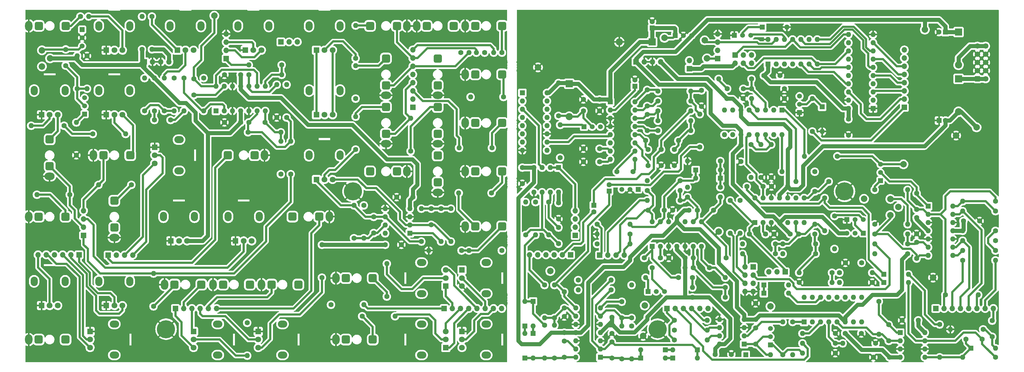
<source format=gtl>
%TF.GenerationSoftware,KiCad,Pcbnew,(6.0.6-0)*%
%TF.CreationDate,2023-05-13T23:48:37+01:00*%
%TF.ProjectId,ouroboros,6f75726f-626f-4726-9f73-2e6b69636164,r02*%
%TF.SameCoordinates,Original*%
%TF.FileFunction,Copper,L1,Top*%
%TF.FilePolarity,Positive*%
%FSLAX46Y46*%
G04 Gerber Fmt 4.6, Leading zero omitted, Abs format (unit mm)*
G04 Created by KiCad (PCBNEW (6.0.6-0)) date 2023-05-13 23:48:37*
%MOMM*%
%LPD*%
G01*
G04 APERTURE LIST*
G04 Aperture macros list*
%AMRoundRect*
0 Rectangle with rounded corners*
0 $1 Rounding radius*
0 $2 $3 $4 $5 $6 $7 $8 $9 X,Y pos of 4 corners*
0 Add a 4 corners polygon primitive as box body*
4,1,4,$2,$3,$4,$5,$6,$7,$8,$9,$2,$3,0*
0 Add four circle primitives for the rounded corners*
1,1,$1+$1,$2,$3*
1,1,$1+$1,$4,$5*
1,1,$1+$1,$6,$7*
1,1,$1+$1,$8,$9*
0 Add four rect primitives between the rounded corners*
20,1,$1+$1,$2,$3,$4,$5,0*
20,1,$1+$1,$4,$5,$6,$7,0*
20,1,$1+$1,$6,$7,$8,$9,0*
20,1,$1+$1,$8,$9,$2,$3,0*%
G04 Aperture macros list end*
%TA.AperFunction,ComponentPad*%
%ADD10R,1.600000X1.600000*%
%TD*%
%TA.AperFunction,ComponentPad*%
%ADD11O,1.600000X1.600000*%
%TD*%
%TA.AperFunction,ComponentPad*%
%ADD12C,1.600000*%
%TD*%
%TA.AperFunction,ComponentPad*%
%ADD13O,2.200000X2.900000*%
%TD*%
%TA.AperFunction,ComponentPad*%
%ADD14R,1.800000X1.800000*%
%TD*%
%TA.AperFunction,ComponentPad*%
%ADD15C,1.800000*%
%TD*%
%TA.AperFunction,ComponentPad*%
%ADD16R,2.200000X2.200000*%
%TD*%
%TA.AperFunction,ComponentPad*%
%ADD17O,2.200000X2.200000*%
%TD*%
%TA.AperFunction,ComponentPad*%
%ADD18O,2.300000X3.100000*%
%TD*%
%TA.AperFunction,ComponentPad*%
%ADD19RoundRect,0.650000X-0.650000X0.650000X-0.650000X-0.650000X0.650000X-0.650000X0.650000X0.650000X0*%
%TD*%
%TA.AperFunction,ComponentPad*%
%ADD20O,2.900000X2.200000*%
%TD*%
%TA.AperFunction,ComponentPad*%
%ADD21R,1.700000X1.700000*%
%TD*%
%TA.AperFunction,ComponentPad*%
%ADD22O,1.700000X1.700000*%
%TD*%
%TA.AperFunction,ComponentPad*%
%ADD23R,1.500000X1.500000*%
%TD*%
%TA.AperFunction,ComponentPad*%
%ADD24C,1.500000*%
%TD*%
%TA.AperFunction,ComponentPad*%
%ADD25O,3.100000X2.300000*%
%TD*%
%TA.AperFunction,ComponentPad*%
%ADD26RoundRect,0.650000X-0.650000X-0.650000X0.650000X-0.650000X0.650000X0.650000X-0.650000X0.650000X0*%
%TD*%
%TA.AperFunction,ComponentPad*%
%ADD27RoundRect,0.650000X0.650000X-0.650000X0.650000X0.650000X-0.650000X0.650000X-0.650000X-0.650000X0*%
%TD*%
%TA.AperFunction,ComponentPad*%
%ADD28C,5.600000*%
%TD*%
%TA.AperFunction,ComponentPad*%
%ADD29C,2.000000*%
%TD*%
%TA.AperFunction,ComponentPad*%
%ADD30RoundRect,0.250000X-0.600000X-0.600000X0.600000X-0.600000X0.600000X0.600000X-0.600000X0.600000X0*%
%TD*%
%TA.AperFunction,ComponentPad*%
%ADD31C,1.700000*%
%TD*%
%TA.AperFunction,ViaPad*%
%ADD32C,0.762000*%
%TD*%
%TA.AperFunction,Conductor*%
%ADD33C,0.635000*%
%TD*%
%TA.AperFunction,Conductor*%
%ADD34C,1.270000*%
%TD*%
G04 APERTURE END LIST*
D10*
%TO.P,U16,1*%
%TO.N,Net-(C58-Pad2)*%
X311658000Y-95758000D03*
D11*
%TO.P,U16,2,-*%
%TO.N,/Filter CV/RES_CV_ATTV_TOP*%
X311658000Y-98298000D03*
%TO.P,U16,3,+*%
%TO.N,GND*%
X311658000Y-100838000D03*
%TO.P,U16,4,V+*%
%TO.N,VCC*%
X311658000Y-103378000D03*
%TO.P,U16,5,+*%
%TO.N,GND*%
X311658000Y-105918000D03*
%TO.P,U16,6,-*%
%TO.N,/Filter CV/FREQ_CV_ATTV_TOP*%
X311658000Y-108458000D03*
%TO.P,U16,7*%
%TO.N,Net-(C60-Pad2)*%
X311658000Y-110998000D03*
%TO.P,U16,8*%
%TO.N,Net-(R128-Pad1)*%
X319278000Y-110998000D03*
%TO.P,U16,9,-*%
%TO.N,/Filter CV/FREQ_CV_ATTV_BOTTOM*%
X319278000Y-108458000D03*
%TO.P,U16,10,+*%
%TO.N,GND*%
X319278000Y-105918000D03*
%TO.P,U16,11,V-*%
%TO.N,VEE*%
X319278000Y-103378000D03*
%TO.P,U16,12,+*%
%TO.N,GND*%
X319278000Y-100838000D03*
%TO.P,U16,13,-*%
%TO.N,/Filter CV/RES_CV_ATTV_BOTTOM*%
X319278000Y-98298000D03*
%TO.P,U16,14*%
%TO.N,Net-(R125-Pad2)*%
X319278000Y-95758000D03*
%TD*%
D12*
%TO.P,C2,1*%
%TO.N,Net-(C2-Pad1)*%
X72390000Y-69088000D03*
%TO.P,C2,2*%
%TO.N,/Noise/NOISE*%
X77390000Y-69088000D03*
%TD*%
%TO.P,R33,1*%
%TO.N,Net-(J18-PadT)*%
X137160000Y-95504000D03*
D11*
%TO.P,R33,2*%
%TO.N,/CV Mixer/CV_MIX_OUT*%
X137160000Y-105664000D03*
%TD*%
D12*
%TO.P,R7,1*%
%TO.N,Net-(C3-Pad1)*%
X53340000Y-73406000D03*
D11*
%TO.P,R7,2*%
%TO.N,Net-(R7-Pad2)*%
X63500000Y-73406000D03*
%TD*%
D10*
%TO.P,U5,1*%
%TO.N,/Delay/FEEDBACK_SOURCE*%
X210302000Y-142494000D03*
D11*
%TO.P,U5,2,-*%
%TO.N,Net-(C24-Pad2)*%
X210302000Y-139954000D03*
%TO.P,U5,3,+*%
%TO.N,GND*%
X210302000Y-137414000D03*
%TO.P,U5,4,V+*%
%TO.N,VCC*%
X210302000Y-134874000D03*
%TO.P,U5,5,+*%
%TO.N,GND*%
X210302000Y-132334000D03*
%TO.P,U5,6,-*%
%TO.N,Net-(C25-Pad2)*%
X210302000Y-129794000D03*
%TO.P,U5,7*%
%TO.N,/Delay/AUDIO_OUT*%
X210302000Y-127254000D03*
%TO.P,U5,8*%
%TO.N,Net-(C14-Pad1)*%
X202682000Y-127254000D03*
%TO.P,U5,9,-*%
%TO.N,Net-(C14-Pad2)*%
X202682000Y-129794000D03*
%TO.P,U5,10,+*%
%TO.N,GND*%
X202682000Y-132334000D03*
%TO.P,U5,11,V-*%
%TO.N,VEE*%
X202682000Y-134874000D03*
%TO.P,U5,12,+*%
%TO.N,GND*%
X202682000Y-137414000D03*
%TO.P,U5,13,-*%
%TO.N,Net-(C16-Pad2)*%
X202682000Y-139954000D03*
%TO.P,U5,14*%
%TO.N,/Delay/DRY_AUDIO_SOURCE*%
X202682000Y-142494000D03*
%TD*%
D12*
%TO.P,R92,1*%
%TO.N,Net-(C52-Pad1)*%
X264414000Y-107442000D03*
D11*
%TO.P,R92,2*%
%TO.N,/Filter VCA/AUDIO_INPUT1*%
X254254000Y-107442000D03*
%TD*%
D13*
%TO.P,RV2,*%
%TO.N,*%
X35200000Y-60000000D03*
X44800000Y-60000000D03*
D14*
%TO.P,RV2,1,1*%
%TO.N,GND*%
X37500000Y-67500000D03*
D15*
%TO.P,RV2,2,2*%
%TO.N,Net-(R1-Pad2)*%
X40000000Y-67500000D03*
%TO.P,RV2,3,3*%
%TO.N,Net-(J2-PadT)*%
X42500000Y-67500000D03*
%TD*%
D12*
%TO.P,R105,1*%
%TO.N,Net-(R101-Pad1)*%
X280924000Y-88138000D03*
D11*
%TO.P,R105,2*%
%TO.N,Net-(R105-Pad2)*%
X270764000Y-88138000D03*
%TD*%
D13*
%TO.P,RV12,*%
%TO.N,*%
X95200000Y-99000000D03*
X104800000Y-99000000D03*
D14*
%TO.P,RV12,1,1*%
%TO.N,GND*%
X97500000Y-106500000D03*
D15*
%TO.P,RV12,2,2*%
%TO.N,Net-(J46-Pad3)*%
X100000000Y-106500000D03*
%TO.P,RV12,3,3*%
%TO.N,Net-(J12-PadT)*%
X102500000Y-106500000D03*
%TD*%
D12*
%TO.P,R55,1*%
%TO.N,Net-(Q4-Pad3)*%
X197866000Y-80772000D03*
D11*
%TO.P,R55,2*%
%TO.N,/Delay CV/DELAY_CTRL*%
X197866000Y-70612000D03*
%TD*%
D12*
%TO.P,R45,1*%
%TO.N,Net-(J40-Pad8)*%
X179832000Y-109474000D03*
D11*
%TO.P,R45,2*%
%TO.N,Net-(J27-PadT)*%
X169672000Y-109474000D03*
%TD*%
D12*
%TO.P,R89,1*%
%TO.N,Net-(R89-Pad1)*%
X256921000Y-76708000D03*
D11*
%TO.P,R89,2*%
%TO.N,Net-(C43-Pad2)*%
X256921000Y-86868000D03*
%TD*%
D12*
%TO.P,R129,1*%
%TO.N,/Filter CV/FREQ_CV_ATTV_TOP*%
X332486000Y-109474000D03*
D11*
%TO.P,R129,2*%
%TO.N,Net-(R128-Pad1)*%
X322326000Y-109474000D03*
%TD*%
D16*
%TO.P,D21,1,K*%
%TO.N,Net-(D21-Pad1)*%
X321056000Y-56388000D03*
D17*
%TO.P,D21,2,A*%
%TO.N,VEE*%
X321056000Y-66548000D03*
%TD*%
D18*
%TO.P,J7,S,Sleeve*%
%TO.N,GND*%
X75520000Y-120000000D03*
D19*
%TO.P,J7,T,Tip*%
%TO.N,Net-(J43-Pad2)*%
X86920000Y-120000000D03*
%TO.P,J7,TN,Tip_normalize*%
%TO.N,Net-(J7-PadTN)*%
X78620000Y-120000000D03*
%TD*%
D12*
%TO.P,C51,1*%
%TO.N,VCC*%
X268986000Y-104394000D03*
%TO.P,C51,2*%
%TO.N,GND*%
X263986000Y-104394000D03*
%TD*%
D10*
%TO.P,D14,1,K*%
%TO.N,/Divider/SIGNAL*%
X260350000Y-40386000D03*
D11*
%TO.P,D14,2,A*%
%TO.N,GND*%
X267970000Y-40386000D03*
%TD*%
D20*
%TO.P,RV8,*%
%TO.N,*%
X80000000Y-84800000D03*
X80000000Y-75200000D03*
D14*
%TO.P,RV8,1,1*%
%TO.N,GND*%
X72500000Y-77500000D03*
D15*
%TO.P,RV8,2,2*%
%TO.N,Net-(J45-Pad4)*%
X72500000Y-80000000D03*
%TO.P,RV8,3,3*%
%TO.N,Net-(J45-Pad3)*%
X72500000Y-82500000D03*
%TD*%
D10*
%TO.P,U13,1*%
%TO.N,Net-(R97-Pad1)*%
X273304000Y-131572000D03*
D11*
%TO.P,U13,2,DIODE_BIAS*%
%TO.N,unconnected-(U13-Pad2)*%
X275844000Y-131572000D03*
%TO.P,U13,3,+*%
%TO.N,Net-(R108-Pad2)*%
X278384000Y-131572000D03*
%TO.P,U13,4,-*%
%TO.N,Net-(R109-Pad1)*%
X280924000Y-131572000D03*
%TO.P,U13,5*%
%TO.N,Net-(C57-Pad1)*%
X283464000Y-131572000D03*
%TO.P,U13,6,V-*%
%TO.N,VEE*%
X286004000Y-131572000D03*
%TO.P,U13,7*%
%TO.N,unconnected-(U13-Pad7)*%
X288544000Y-131572000D03*
%TO.P,U13,8*%
%TO.N,unconnected-(U13-Pad8)*%
X291084000Y-131572000D03*
%TO.P,U13,9*%
%TO.N,unconnected-(U13-Pad9)*%
X291084000Y-123952000D03*
%TO.P,U13,10*%
%TO.N,unconnected-(U13-Pad10)*%
X288544000Y-123952000D03*
%TO.P,U13,11,V+*%
%TO.N,VCC*%
X286004000Y-123952000D03*
%TO.P,U13,12*%
%TO.N,Net-(C49-Pad1)*%
X283464000Y-123952000D03*
%TO.P,U13,13,-*%
%TO.N,Net-(R113-Pad2)*%
X280924000Y-123952000D03*
%TO.P,U13,14,+*%
%TO.N,Net-(D16-Pad2)*%
X278384000Y-123952000D03*
%TO.P,U13,15,DIODE_BIAS*%
%TO.N,unconnected-(U13-Pad15)*%
X275844000Y-123952000D03*
%TO.P,U13,16*%
%TO.N,Net-(R107-Pad2)*%
X273304000Y-123952000D03*
%TD*%
D10*
%TO.P,C62,1*%
%TO.N,GND*%
X315018500Y-69246000D03*
D12*
%TO.P,C62,2*%
%TO.N,VEE*%
X317018500Y-69246000D03*
%TD*%
%TO.P,R1,1*%
%TO.N,Net-(C3-Pad1)*%
X44450000Y-70866000D03*
D11*
%TO.P,R1,2*%
%TO.N,Net-(R1-Pad2)*%
X34290000Y-70866000D03*
%TD*%
D12*
%TO.P,R118,1*%
%TO.N,/Filter VCA/VCA_OUTPUT*%
X296418000Y-125222000D03*
D11*
%TO.P,R118,2*%
%TO.N,Net-(C57-Pad1)*%
X296418000Y-135382000D03*
%TD*%
D12*
%TO.P,R74,1*%
%TO.N,/VCA CV/VCA_CV_ATTV_TOP*%
X233172000Y-137160000D03*
D11*
%TO.P,R74,2*%
%TO.N,Net-(R73-Pad1)*%
X243332000Y-137160000D03*
%TD*%
D12*
%TO.P,R28,1*%
%TO.N,/CV Mixer/CV_MIX_OUT*%
X134112000Y-105664000D03*
D11*
%TO.P,R28,2*%
%TO.N,Net-(C7-Pad1)*%
X134112000Y-95504000D03*
%TD*%
D12*
%TO.P,R17,1*%
%TO.N,Net-(R17-Pad1)*%
X87630000Y-56134000D03*
D11*
%TO.P,R17,2*%
%TO.N,Net-(R16-Pad1)*%
X87630000Y-66294000D03*
%TD*%
D12*
%TO.P,R37,1*%
%TO.N,Net-(C10-Pad2)*%
X161036000Y-96520000D03*
D11*
%TO.P,R37,2*%
%TO.N,Net-(R37-Pad2)*%
X161036000Y-106680000D03*
%TD*%
D12*
%TO.P,R69,1*%
%TO.N,Net-(C29-Pad1)*%
X228082000Y-66304000D03*
D11*
%TO.P,R69,2*%
%TO.N,Net-(C21-Pad1)*%
X238242000Y-66304000D03*
%TD*%
D21*
%TO.P,J31,1,Pin_1*%
%TO.N,VCC*%
X221300000Y-51100000D03*
D22*
%TO.P,J31,2,Pin_2*%
%TO.N,GND*%
X223840000Y-51100000D03*
%TO.P,J31,3,Pin_3*%
X226380000Y-51100000D03*
%TO.P,J31,4,Pin_4*%
%TO.N,VEE*%
X228920000Y-51100000D03*
%TD*%
D23*
%TO.P,Q7,1,E*%
%TO.N,Net-(Q7-Pad1)*%
X262890000Y-138684000D03*
D24*
%TO.P,Q7,2,B*%
%TO.N,Net-(C46-Pad2)*%
X262890000Y-136144000D03*
%TO.P,Q7,3,C*%
%TO.N,/Filter VCA/I_VCA*%
X262890000Y-133604000D03*
%TD*%
D12*
%TO.P,R59,1*%
%TO.N,Net-(C25-Pad2)*%
X213614000Y-121666000D03*
D11*
%TO.P,R59,2*%
%TO.N,/Delay/DRY_AUDIO_MIX*%
X203454000Y-121666000D03*
%TD*%
D12*
%TO.P,R82,1*%
%TO.N,Net-(D10-Pad2)*%
X247396000Y-89916000D03*
D11*
%TO.P,R82,2*%
%TO.N,/Delay CV/TIME_CV_ATTV_TOP*%
X237236000Y-89916000D03*
%TD*%
D12*
%TO.P,C19,1*%
%TO.N,GND*%
X205058000Y-77978000D03*
%TO.P,C19,2*%
%TO.N,Net-(C19-Pad2)*%
X210058000Y-77978000D03*
%TD*%
D10*
%TO.P,D15,1,K*%
%TO.N,Net-(D15-Pad1)*%
X260858000Y-120142000D03*
D11*
%TO.P,D15,2,A*%
%TO.N,Net-(D15-Pad2)*%
X268478000Y-120142000D03*
%TD*%
D23*
%TO.P,U8,1,VO*%
%TO.N,+5V*%
X233426000Y-43032000D03*
D24*
%TO.P,U8,2,GND*%
%TO.N,GND*%
X235966000Y-43032000D03*
%TO.P,U8,3,VI*%
%TO.N,VCC*%
X238506000Y-43032000D03*
%TD*%
D12*
%TO.P,C24,1*%
%TO.N,/Delay/FEEDBACK_SOURCE*%
X213868000Y-142748000D03*
%TO.P,C24,2*%
%TO.N,Net-(C24-Pad2)*%
X213868000Y-137748000D03*
%TD*%
%TO.P,R36,1*%
%TO.N,Net-(C7-Pad1)*%
X154940000Y-106680000D03*
D11*
%TO.P,R36,2*%
%TO.N,Net-(C10-Pad2)*%
X154940000Y-96520000D03*
%TD*%
D10*
%TO.P,U6,1,VCC*%
%TO.N,+5V*%
X213360000Y-63500000D03*
D11*
%TO.P,U6,2,REF*%
%TO.N,Net-(C27-Pad1)*%
X213360000Y-66040000D03*
%TO.P,U6,3,AGND*%
%TO.N,GND*%
X213360000Y-68580000D03*
%TO.P,U6,4,DGND*%
X213360000Y-71120000D03*
%TO.P,U6,5,CLK_O*%
%TO.N,Net-(U3-Pad10)*%
X213360000Y-73660000D03*
%TO.P,U6,6,VCO*%
%TO.N,Net-(Q3-Pad3)*%
X213360000Y-76200000D03*
%TO.P,U6,7,CC1*%
%TO.N,Net-(C19-Pad2)*%
X213360000Y-78740000D03*
%TO.P,U6,8,CC0*%
%TO.N,Net-(C20-Pad2)*%
X213360000Y-81280000D03*
%TO.P,U6,9,OP1-OUT*%
%TO.N,Net-(C26-Pad1)*%
X220980000Y-81280000D03*
%TO.P,U6,10,OP1-IN*%
%TO.N,Net-(C26-Pad2)*%
X220980000Y-78740000D03*
%TO.P,U6,11,OP2-IN*%
%TO.N,Net-(C30-Pad1)*%
X220980000Y-76200000D03*
%TO.P,U6,12,OP2-OUT*%
%TO.N,Net-(C30-Pad2)*%
X220980000Y-73660000D03*
%TO.P,U6,13,LPF2-IN*%
%TO.N,Net-(C29-Pad2)*%
X220980000Y-71120000D03*
%TO.P,U6,14,LPF2-OUT*%
%TO.N,Net-(C29-Pad1)*%
X220980000Y-68580000D03*
%TO.P,U6,15,LPF1-OUT*%
%TO.N,Net-(C28-Pad1)*%
X220980000Y-66040000D03*
%TO.P,U6,16,LPF1-IN*%
%TO.N,Net-(C28-Pad2)*%
X220980000Y-63500000D03*
%TD*%
D10*
%TO.P,D1,1,K*%
%TO.N,Net-(D1-Pad1)*%
X186944000Y-132842000D03*
D11*
%TO.P,D1,2,A*%
%TO.N,Net-(C16-Pad2)*%
X186944000Y-125222000D03*
%TD*%
D12*
%TO.P,R107,1*%
%TO.N,/Filter CV/I_FREQ*%
X282702000Y-98806000D03*
D11*
%TO.P,R107,2*%
%TO.N,Net-(R107-Pad2)*%
X282702000Y-108966000D03*
%TD*%
D12*
%TO.P,R44,1*%
%TO.N,Net-(J23-PadT)*%
X179861000Y-48260000D03*
D11*
%TO.P,R44,2*%
%TO.N,Net-(J41-Pad8)*%
X177321000Y-48260000D03*
%TD*%
D12*
%TO.P,C44,1*%
%TO.N,GND*%
X254428000Y-62484000D03*
%TO.P,C44,2*%
%TO.N,VEE*%
X249428000Y-62484000D03*
%TD*%
%TO.P,R48,1*%
%TO.N,/Delay/AUDIO_IN*%
X190246000Y-94488000D03*
D11*
%TO.P,R48,2*%
%TO.N,Net-(C16-Pad2)*%
X190246000Y-104648000D03*
%TD*%
D12*
%TO.P,R120,1*%
%TO.N,VEE*%
X305308000Y-110490000D03*
D11*
%TO.P,R120,2*%
%TO.N,Net-(Q10-Pad1)*%
X295148000Y-110490000D03*
%TD*%
D10*
%TO.P,D11,1,K*%
%TO.N,Net-(C24-Pad2)*%
X240284000Y-140208000D03*
D11*
%TO.P,D11,2,A*%
%TO.N,Net-(D11-Pad2)*%
X232664000Y-140208000D03*
%TD*%
D12*
%TO.P,R101,1*%
%TO.N,Net-(R101-Pad1)*%
X276606000Y-91186000D03*
D11*
%TO.P,R101,2*%
%TO.N,Net-(C52-Pad1)*%
X276606000Y-101346000D03*
%TD*%
D12*
%TO.P,C29,1*%
%TO.N,Net-(C29-Pad1)*%
X224780000Y-67400000D03*
%TO.P,C29,2*%
%TO.N,Net-(C29-Pad2)*%
X224780000Y-72400000D03*
%TD*%
%TO.P,R53,1*%
%TO.N,/Delay/DRY_AUDIO_SOURCE*%
X196088000Y-142748000D03*
D11*
%TO.P,R53,2*%
%TO.N,Net-(C14-Pad2)*%
X196088000Y-132588000D03*
%TD*%
D23*
%TO.P,Q5,1,E*%
%TO.N,Net-(Q4-Pad1)*%
X225044000Y-122174000D03*
D24*
%TO.P,Q5,2,B*%
%TO.N,Net-(Q5-Pad2)*%
X227584000Y-122174000D03*
%TO.P,Q5,3,C*%
%TO.N,Net-(C33-Pad1)*%
X230124000Y-122174000D03*
%TD*%
D12*
%TO.P,C15,1*%
%TO.N,GND*%
X199136000Y-129874000D03*
%TO.P,C15,2*%
%TO.N,VEE*%
X199136000Y-134874000D03*
%TD*%
D10*
%TO.P,C27,1*%
%TO.N,Net-(C27-Pad1)*%
X220980000Y-58674000D03*
D12*
%TO.P,C27,2*%
%TO.N,GND*%
X220980000Y-56674000D03*
%TD*%
D10*
%TO.P,D10,1,K*%
%TO.N,Net-(C31-Pad2)*%
X239776000Y-84582000D03*
D11*
%TO.P,D10,2,A*%
%TO.N,Net-(D10-Pad2)*%
X247396000Y-84582000D03*
%TD*%
D12*
%TO.P,R85,1*%
%TO.N,Net-(C39-Pad2)*%
X248920000Y-123952000D03*
D11*
%TO.P,R85,2*%
%TO.N,VCC*%
X238760000Y-123952000D03*
%TD*%
D12*
%TO.P,R8,1*%
%TO.N,Net-(J6-PadT)*%
X65278000Y-89154000D03*
D11*
%TO.P,R8,2*%
%TO.N,Net-(J46-Pad4)*%
X55118000Y-89154000D03*
%TD*%
D12*
%TO.P,R99,1*%
%TO.N,Net-(J34-Pad1)*%
X275844000Y-72644000D03*
D11*
%TO.P,R99,2*%
%TO.N,/Divider/RESET*%
X275844000Y-62484000D03*
%TD*%
D25*
%TO.P,J21,S,Sleeve*%
%TO.N,GND*%
X160000000Y-76480000D03*
D26*
%TO.P,J21,T,Tip*%
%TO.N,Net-(J21-PadT)*%
X160000000Y-65080000D03*
%TO.P,J21,TN,Tip_normalize*%
%TO.N,unconnected-(J21-PadTN)*%
X160000000Y-73380000D03*
%TD*%
D12*
%TO.P,R102,1*%
%TO.N,Net-(C52-Pad2)*%
X276860000Y-107442000D03*
D11*
%TO.P,R102,2*%
%TO.N,Net-(C52-Pad1)*%
X266700000Y-107442000D03*
%TD*%
D12*
%TO.P,R22,1*%
%TO.N,Net-(J4-PadT)*%
X111506000Y-85852000D03*
D11*
%TO.P,R22,2*%
%TO.N,Net-(C6-Pad2)*%
X111506000Y-75692000D03*
%TD*%
D12*
%TO.P,R56,1*%
%TO.N,/Delay/DELAY_WET_MIX*%
X203454000Y-118618000D03*
D11*
%TO.P,R56,2*%
%TO.N,Net-(C24-Pad2)*%
X213614000Y-118618000D03*
%TD*%
D12*
%TO.P,R20,1*%
%TO.N,Net-(R20-Pad1)*%
X101600000Y-55118000D03*
D11*
%TO.P,R20,2*%
%TO.N,Net-(R20-Pad2)*%
X111760000Y-55118000D03*
%TD*%
D23*
%TO.P,Q9,1,E*%
%TO.N,GND*%
X286512000Y-99928000D03*
D24*
%TO.P,Q9,2,B*%
%TO.N,Net-(Q10-Pad1)*%
X289052000Y-99928000D03*
%TO.P,Q9,3,C*%
%TO.N,/Filter CV/I_FREQ*%
X291592000Y-99928000D03*
%TD*%
D12*
%TO.P,R54,1*%
%TO.N,Net-(C18-Pad1)*%
X197358000Y-67818000D03*
D11*
%TO.P,R54,2*%
%TO.N,+5V*%
X197358000Y-57658000D03*
%TD*%
D12*
%TO.P,C45,1*%
%TO.N,GND*%
X258318000Y-125810000D03*
%TO.P,C45,2*%
%TO.N,VEE*%
X258318000Y-130810000D03*
%TD*%
%TO.P,R43,1*%
%TO.N,Net-(J26-PadT)*%
X176657000Y-91694000D03*
D11*
%TO.P,R43,2*%
%TO.N,Net-(J27-PadTN)*%
X166497000Y-91694000D03*
%TD*%
D12*
%TO.P,R39,1*%
%TO.N,Net-(J20-PadT)*%
X167103000Y-48260000D03*
D11*
%TO.P,R39,2*%
%TO.N,/CV Mixer/CV_MIX_IN_2*%
X169643000Y-48260000D03*
%TD*%
D12*
%TO.P,R9,1*%
%TO.N,VCC*%
X68580000Y-47244000D03*
D11*
%TO.P,R9,2*%
%TO.N,Net-(R9-Pad2)*%
X68580000Y-37084000D03*
%TD*%
D18*
%TO.P,J5,S,Sleeve*%
%TO.N,GND*%
X53520000Y-80000000D03*
D19*
%TO.P,J5,T,Tip*%
%TO.N,Net-(J5-PadT)*%
X64920000Y-80000000D03*
%TO.P,J5,TN,Tip_normalize*%
%TO.N,Net-(J46-Pad4)*%
X56620000Y-80000000D03*
%TD*%
D12*
%TO.P,R12,1*%
%TO.N,Net-(C2-Pad1)*%
X72390000Y-66294000D03*
D11*
%TO.P,R12,2*%
%TO.N,VCC*%
X72390000Y-56134000D03*
%TD*%
D12*
%TO.P,R77,1*%
%TO.N,Net-(C40-Pad2)*%
X234950000Y-93980000D03*
D11*
%TO.P,R77,2*%
%TO.N,/Delay CV/TIME*%
X224790000Y-93980000D03*
%TD*%
D12*
%TO.P,C42,1*%
%TO.N,VCC*%
X253746000Y-76962000D03*
%TO.P,C42,2*%
%TO.N,GND*%
X253746000Y-81962000D03*
%TD*%
%TO.P,R94,1*%
%TO.N,Net-(Q7-Pad1)*%
X266700000Y-141732000D03*
D11*
%TO.P,R94,2*%
%TO.N,/VCA CV/VCA_CV_ATTV_TOP*%
X266700000Y-131572000D03*
%TD*%
D12*
%TO.P,R50,1*%
%TO.N,Net-(C16-Pad2)*%
X193040000Y-132588000D03*
D11*
%TO.P,R50,2*%
%TO.N,/Delay/DRY_AUDIO_SOURCE*%
X193040000Y-142748000D03*
%TD*%
D12*
%TO.P,C3,1*%
%TO.N,Net-(C3-Pad1)*%
X84582000Y-61388000D03*
%TO.P,C3,2*%
%TO.N,Net-(C3-Pad2)*%
X84582000Y-56388000D03*
%TD*%
%TO.P,R35,1*%
%TO.N,Net-(J21-PadT)*%
X151638000Y-78740000D03*
D11*
%TO.P,R35,2*%
%TO.N,/CV Mixer/CV_MIX_IN_1*%
X151638000Y-68580000D03*
%TD*%
D10*
%TO.P,D12,1,K*%
%TO.N,Net-(D10-Pad2)*%
X247396000Y-87122000D03*
D11*
%TO.P,D12,2,A*%
%TO.N,Net-(C31-Pad2)*%
X239776000Y-87122000D03*
%TD*%
D12*
%TO.P,R58,1*%
%TO.N,/Delay CV/TIME_CV_ATTV_TOP*%
X209296000Y-107442000D03*
D11*
%TO.P,R58,2*%
%TO.N,/Delay CV/TIME_CV_ATTV_MID*%
X219456000Y-107442000D03*
%TD*%
D23*
%TO.P,Q2,1,E*%
%TO.N,Net-(Q2-Pad1)*%
X50800000Y-67310000D03*
D24*
%TO.P,Q2,2,B*%
%TO.N,Net-(C1-Pad2)*%
X50800000Y-64770000D03*
%TO.P,Q2,3,C*%
%TO.N,Net-(C2-Pad1)*%
X50800000Y-62230000D03*
%TD*%
D12*
%TO.P,R80,1*%
%TO.N,Net-(C22-Pad2)*%
X241036000Y-77470000D03*
D11*
%TO.P,R80,2*%
%TO.N,Net-(C38-Pad2)*%
X241036000Y-67310000D03*
%TD*%
D18*
%TO.P,J24,S,Sleeve*%
%TO.N,GND*%
X168520000Y-55000000D03*
D19*
%TO.P,J24,T,Tip*%
%TO.N,Net-(J24-PadT)*%
X179920000Y-55000000D03*
%TO.P,J24,TN,Tip_normalize*%
%TO.N,unconnected-(J24-PadTN)*%
X171620000Y-55000000D03*
%TD*%
D12*
%TO.P,C37,1*%
%TO.N,VCC*%
X236474000Y-111760000D03*
%TO.P,C37,2*%
%TO.N,GND*%
X231474000Y-111760000D03*
%TD*%
%TO.P,R67,1*%
%TO.N,Net-(C28-Pad2)*%
X228082000Y-60208000D03*
D11*
%TO.P,R67,2*%
%TO.N,Net-(C38-Pad2)*%
X238242000Y-60208000D03*
%TD*%
D25*
%TO.P,J20,S,Sleeve*%
%TO.N,GND*%
X160000000Y-61480000D03*
D26*
%TO.P,J20,T,Tip*%
%TO.N,Net-(J20-PadT)*%
X160000000Y-50080000D03*
%TO.P,J20,TN,Tip_normalize*%
%TO.N,unconnected-(J20-PadTN)*%
X160000000Y-58380000D03*
%TD*%
D12*
%TO.P,R98,1*%
%TO.N,GND*%
X271780000Y-119380000D03*
D11*
%TO.P,R98,2*%
%TO.N,Net-(D16-Pad2)*%
X281940000Y-119380000D03*
%TD*%
D18*
%TO.P,J18,S,Sleeve*%
%TO.N,GND*%
X150480000Y-85000000D03*
D27*
%TO.P,J18,T,Tip*%
%TO.N,Net-(J18-PadT)*%
X139080000Y-85000000D03*
%TO.P,J18,TN,Tip_normalize*%
%TO.N,unconnected-(J18-PadTN)*%
X147380000Y-85000000D03*
%TD*%
D12*
%TO.P,R26,1*%
%TO.N,Net-(R26-Pad1)*%
X124206000Y-117856000D03*
D11*
%TO.P,R26,2*%
%TO.N,VCC*%
X124206000Y-107696000D03*
%TD*%
D25*
%TO.P,J16,S,Sleeve*%
%TO.N,GND*%
X144000000Y-61480000D03*
D26*
%TO.P,J16,T,Tip*%
%TO.N,Net-(J16-PadT)*%
X144000000Y-50080000D03*
%TO.P,J16,TN,Tip_normalize*%
%TO.N,/CV Mixer/CV_MIX_IN_2*%
X144000000Y-58380000D03*
%TD*%
D12*
%TO.P,R46,1*%
%TO.N,Net-(J24-PadT)*%
X180340000Y-61976000D03*
D11*
%TO.P,R46,2*%
%TO.N,Net-(J41-Pad5)*%
X170180000Y-61976000D03*
%TD*%
D16*
%TO.P,D7,1,K*%
%TO.N,+5V*%
X226314000Y-44958000D03*
D17*
%TO.P,D7,2,A*%
%TO.N,GND*%
X216154000Y-44958000D03*
%TD*%
D12*
%TO.P,R3,1*%
%TO.N,Net-(C1-Pad2)*%
X48514000Y-59436000D03*
D11*
%TO.P,R3,2*%
%TO.N,VCC*%
X48514000Y-49276000D03*
%TD*%
D12*
%TO.P,C41,1*%
%TO.N,VCC*%
X245800000Y-141600000D03*
%TO.P,C41,2*%
%TO.N,GND*%
X250800000Y-141600000D03*
%TD*%
D10*
%TO.P,U12,1*%
%TO.N,Net-(R111-Pad2)*%
X266446000Y-66040000D03*
D11*
%TO.P,U12,2,DIODE_BIAS*%
%TO.N,unconnected-(U12-Pad2)*%
X263906000Y-66040000D03*
%TO.P,U12,3,+*%
%TO.N,Net-(C43-Pad1)*%
X261366000Y-66040000D03*
%TO.P,U12,4,-*%
%TO.N,Net-(R96-Pad2)*%
X258826000Y-66040000D03*
%TO.P,U12,5*%
%TO.N,Net-(R105-Pad2)*%
X256286000Y-66040000D03*
%TO.P,U12,6,V-*%
%TO.N,VEE*%
X253746000Y-66040000D03*
%TO.P,U12,7*%
%TO.N,unconnected-(U12-Pad7)*%
X251206000Y-66040000D03*
%TO.P,U12,8*%
%TO.N,unconnected-(U12-Pad8)*%
X248666000Y-66040000D03*
%TO.P,U12,9*%
%TO.N,unconnected-(U12-Pad9)*%
X248666000Y-73660000D03*
%TO.P,U12,10*%
%TO.N,unconnected-(U12-Pad10)*%
X251206000Y-73660000D03*
%TO.P,U12,11,V+*%
%TO.N,VCC*%
X253746000Y-73660000D03*
%TO.P,U12,12*%
%TO.N,Net-(C48-Pad1)*%
X256286000Y-73660000D03*
%TO.P,U12,13,-*%
%TO.N,Net-(R90-Pad2)*%
X258826000Y-73660000D03*
%TO.P,U12,14,+*%
%TO.N,Net-(R89-Pad1)*%
X261366000Y-73660000D03*
%TO.P,U12,15,DIODE_BIAS*%
%TO.N,unconnected-(U12-Pad15)*%
X263906000Y-73660000D03*
%TO.P,U12,16*%
%TO.N,Net-(R100-Pad2)*%
X266446000Y-73660000D03*
%TD*%
D23*
%TO.P,Q6,1,E*%
%TO.N,GND*%
X251714000Y-42926000D03*
D24*
%TO.P,Q6,2,B*%
%TO.N,/Divider/SIGNAL*%
X254254000Y-42926000D03*
%TO.P,Q6,3,C*%
%TO.N,Net-(Q6-Pad3)*%
X256794000Y-42926000D03*
%TD*%
D12*
%TO.P,R125,1*%
%TO.N,/Filter CV/RES_CV_ATTV_TOP*%
X332486000Y-94234000D03*
D11*
%TO.P,R125,2*%
%TO.N,Net-(R125-Pad2)*%
X322326000Y-94234000D03*
%TD*%
D10*
%TO.P,U15,1*%
%TO.N,/Filter VCA/VCA_OUTPUT*%
X303022000Y-134874000D03*
D11*
%TO.P,U15,2,-*%
%TO.N,Net-(C57-Pad1)*%
X303022000Y-137414000D03*
%TO.P,U15,3,+*%
%TO.N,GND*%
X303022000Y-139954000D03*
%TO.P,U15,4,V-*%
%TO.N,VEE*%
X303022000Y-142494000D03*
%TO.P,U15,5,+*%
%TO.N,Net-(C64-Pad1)*%
X310642000Y-142494000D03*
%TO.P,U15,6,-*%
%TO.N,GND*%
X310642000Y-139954000D03*
%TO.P,U15,7*%
%TO.N,Net-(C64-Pad2)*%
X310642000Y-137414000D03*
%TO.P,U15,8,V+*%
%TO.N,VCC*%
X310642000Y-134874000D03*
%TD*%
D25*
%TO.P,J22,S,Sleeve*%
%TO.N,GND*%
X160000000Y-91480000D03*
D26*
%TO.P,J22,T,Tip*%
%TO.N,Net-(J22-PadT)*%
X160000000Y-80080000D03*
%TO.P,J22,TN,Tip_normalize*%
%TO.N,unconnected-(J22-PadTN)*%
X160000000Y-88380000D03*
%TD*%
D20*
%TO.P,RV19,*%
%TO.N,*%
X155000000Y-141800000D03*
X155000000Y-132200000D03*
D14*
%TO.P,RV19,1,1*%
%TO.N,Net-(J40-Pad4)*%
X162500000Y-139500000D03*
D15*
%TO.P,RV19,2,2*%
%TO.N,Net-(R32-Pad2)*%
X162500000Y-137000000D03*
%TO.P,RV19,3,3*%
%TO.N,Net-(J40-Pad3)*%
X162500000Y-134500000D03*
%TD*%
D18*
%TO.P,J14,S,Sleeve*%
%TO.N,GND*%
X128520000Y-137000000D03*
D19*
%TO.P,J14,T,Tip*%
%TO.N,Net-(J14-PadT)*%
X139920000Y-137000000D03*
%TO.P,J14,TN,Tip_normalize*%
%TO.N,/CV Mixer/CV_MIX_OUT*%
X131620000Y-137000000D03*
%TD*%
D18*
%TO.P,J3,S,Sleeve*%
%TO.N,GND*%
X33520000Y-99022500D03*
D19*
%TO.P,J3,T,Tip*%
%TO.N,Net-(J3-PadT)*%
X44920000Y-99022500D03*
%TO.P,J3,TN,Tip_normalize*%
%TO.N,unconnected-(J3-PadTN)*%
X36620000Y-99022500D03*
%TD*%
D12*
%TO.P,R57,1*%
%TO.N,/Delay CV/TIME_CV*%
X209296000Y-101346000D03*
D11*
%TO.P,R57,2*%
%TO.N,Net-(C31-Pad2)*%
X219456000Y-101346000D03*
%TD*%
D12*
%TO.P,R124,1*%
%TO.N,Net-(C66-Pad2)*%
X328676000Y-133858000D03*
D11*
%TO.P,R124,2*%
%TO.N,GND*%
X318516000Y-133858000D03*
%TD*%
D12*
%TO.P,R6,1*%
%TO.N,GND*%
X51562000Y-49276000D03*
D11*
%TO.P,R6,2*%
%TO.N,Net-(C1-Pad2)*%
X51562000Y-59436000D03*
%TD*%
D23*
%TO.P,Q4,1,E*%
%TO.N,Net-(Q4-Pad1)*%
X221996000Y-90572000D03*
D24*
%TO.P,Q4,2,B*%
%TO.N,GND*%
X219456000Y-90572000D03*
%TO.P,Q4,3,C*%
%TO.N,Net-(Q4-Pad3)*%
X216916000Y-90572000D03*
%TD*%
D12*
%TO.P,R90,1*%
%TO.N,GND*%
X259969000Y-86868000D03*
D11*
%TO.P,R90,2*%
%TO.N,Net-(R90-Pad2)*%
X259969000Y-76708000D03*
%TD*%
D10*
%TO.P,D18,1,K*%
%TO.N,Net-(C48-Pad2)*%
X297942000Y-116840000D03*
D11*
%TO.P,D18,2,A*%
%TO.N,Net-(D18-Pad2)*%
X305562000Y-116840000D03*
%TD*%
D13*
%TO.P,RV10,*%
%TO.N,*%
X77200000Y-40000000D03*
X86800000Y-40000000D03*
D14*
%TO.P,RV10,1,1*%
%TO.N,Net-(R11-Pad1)*%
X79500000Y-47500000D03*
D15*
%TO.P,RV10,2,2*%
%TO.N,Net-(R14-Pad2)*%
X82000000Y-47500000D03*
%TO.P,RV10,3,3*%
%TO.N,Net-(R9-Pad2)*%
X84500000Y-47500000D03*
%TD*%
D23*
%TO.P,Q3,1,E*%
%TO.N,/Delay CV/DELAY_CTRL*%
X205232000Y-71226000D03*
D24*
%TO.P,Q3,2,B*%
%TO.N,Net-(C18-Pad1)*%
X207772000Y-71226000D03*
%TO.P,Q3,3,C*%
%TO.N,Net-(Q3-Pad3)*%
X210312000Y-71226000D03*
%TD*%
D10*
%TO.P,D19,1,K*%
%TO.N,Net-(D19-Pad1)*%
X297942000Y-119380000D03*
D11*
%TO.P,D19,2,A*%
%TO.N,Net-(C64-Pad2)*%
X305562000Y-119380000D03*
%TD*%
D12*
%TO.P,R88,1*%
%TO.N,Net-(C43-Pad1)*%
X257048000Y-56388000D03*
D11*
%TO.P,R88,2*%
%TO.N,Net-(C43-Pad2)*%
X246888000Y-56388000D03*
%TD*%
D10*
%TO.P,D17,1,K*%
%TO.N,/Divider/RESET*%
X278892000Y-65024000D03*
D11*
%TO.P,D17,2,A*%
%TO.N,GND*%
X278892000Y-72644000D03*
%TD*%
D10*
%TO.P,C22,1*%
%TO.N,Net-(C14-Pad1)*%
X213010000Y-91127500D03*
D12*
%TO.P,C22,2*%
%TO.N,Net-(C22-Pad2)*%
X213010000Y-89127500D03*
%TD*%
%TO.P,R14,1*%
%TO.N,Net-(C3-Pad1)*%
X75438000Y-66294000D03*
D11*
%TO.P,R14,2*%
%TO.N,Net-(R14-Pad2)*%
X75438000Y-56134000D03*
%TD*%
D12*
%TO.P,R117,1*%
%TO.N,GND*%
X295402000Y-138176000D03*
D11*
%TO.P,R117,2*%
%TO.N,Net-(R109-Pad1)*%
X285242000Y-138176000D03*
%TD*%
D12*
%TO.P,R13,1*%
%TO.N,Net-(J7-PadTN)*%
X72136000Y-126746000D03*
D11*
%TO.P,R13,2*%
%TO.N,Net-(J46-Pad1)*%
X72136000Y-116586000D03*
%TD*%
D23*
%TO.P,Q8,1,E*%
%TO.N,GND*%
X271886000Y-66802000D03*
D24*
%TO.P,Q8,2,B*%
%TO.N,/Divider/RESET*%
X271886000Y-64262000D03*
%TO.P,Q8,3,C*%
%TO.N,Net-(Q8-Pad3)*%
X271886000Y-61722000D03*
%TD*%
D21*
%TO.P,J28,1,Pin_1*%
%TO.N,/Delay/DELAY_WET_MIX*%
X201100000Y-110800000D03*
D22*
%TO.P,J28,2,Pin_2*%
%TO.N,/Delay/DELAY_WET_SOURCE*%
X198560000Y-110800000D03*
%TO.P,J28,3,Pin_3*%
%TO.N,/Delay/DRY_AUDIO_MIX*%
X196020000Y-110800000D03*
%TO.P,J28,4,Pin_4*%
%TO.N,/Delay/FEEDBACK_SOURCE*%
X193480000Y-110800000D03*
%TO.P,J28,5,Pin_5*%
%TO.N,/Delay/DRY_AUDIO_SOURCE*%
X190940000Y-110800000D03*
%TO.P,J28,6,Pin_6*%
%TO.N,/Delay/FEEDBACK_MIX*%
X188400000Y-110800000D03*
%TD*%
D13*
%TO.P,RV5,*%
%TO.N,*%
X55200000Y-60000000D03*
X64800000Y-60000000D03*
D14*
%TO.P,RV5,1,1*%
%TO.N,GND*%
X57500000Y-67500000D03*
D15*
%TO.P,RV5,2,2*%
%TO.N,Net-(R7-Pad2)*%
X60000000Y-67500000D03*
%TO.P,RV5,3,3*%
%TO.N,Net-(J5-PadT)*%
X62500000Y-67500000D03*
%TD*%
D12*
%TO.P,C16,1*%
%TO.N,/Delay/DRY_AUDIO_SOURCE*%
X199136000Y-142494000D03*
%TO.P,C16,2*%
%TO.N,Net-(C16-Pad2)*%
X199136000Y-137494000D03*
%TD*%
D10*
%TO.P,D2,1,K*%
%TO.N,/Delay/DRY_AUDIO_SOURCE*%
X186944000Y-142748000D03*
D11*
%TO.P,D2,2,A*%
%TO.N,Net-(D1-Pad1)*%
X186944000Y-135128000D03*
%TD*%
D12*
%TO.P,R34,1*%
%TO.N,Net-(J13-PadT)*%
X144272000Y-123698000D03*
D11*
%TO.P,R34,2*%
%TO.N,Net-(R34-Pad2)*%
X144272000Y-113538000D03*
%TD*%
D12*
%TO.P,C31,1*%
%TO.N,/Delay CV/TIME_CV_ATTV_TOP*%
X225044000Y-97028000D03*
%TO.P,C31,2*%
%TO.N,Net-(C31-Pad2)*%
X230044000Y-97028000D03*
%TD*%
%TO.P,R70,1*%
%TO.N,Net-(C29-Pad1)*%
X228082000Y-69352000D03*
D11*
%TO.P,R70,2*%
%TO.N,Net-(C36-Pad2)*%
X238242000Y-69352000D03*
%TD*%
D12*
%TO.P,R63,1*%
%TO.N,Net-(C24-Pad2)*%
X219964000Y-132842000D03*
D11*
%TO.P,R63,2*%
%TO.N,/Delay/FEEDBACK_SOURCE*%
X219964000Y-143002000D03*
%TD*%
D10*
%TO.P,D8,1,K*%
%TO.N,Net-(D11-Pad2)*%
X230378000Y-140208000D03*
D11*
%TO.P,D8,2,A*%
%TO.N,/Delay/FEEDBACK_SOURCE*%
X222758000Y-140208000D03*
%TD*%
D12*
%TO.P,R81,1*%
%TO.N,Net-(D10-Pad2)*%
X247396000Y-81788000D03*
D11*
%TO.P,R81,2*%
%TO.N,GND*%
X237236000Y-81788000D03*
%TD*%
D25*
%TO.P,J2,S,Sleeve*%
%TO.N,GND*%
X40000000Y-86480000D03*
D26*
%TO.P,J2,T,Tip*%
%TO.N,Net-(J2-PadT)*%
X40000000Y-75080000D03*
%TO.P,J2,TN,Tip_normalize*%
%TO.N,Net-(J2-PadTN)*%
X40000000Y-83380000D03*
%TD*%
D12*
%TO.P,R110,1*%
%TO.N,GND*%
X282956000Y-141224000D03*
D11*
%TO.P,R110,2*%
%TO.N,Net-(Q7-Pad1)*%
X272796000Y-141224000D03*
%TD*%
D12*
%TO.P,R84,1*%
%TO.N,Net-(C39-Pad2)*%
X248920000Y-120904000D03*
D11*
%TO.P,R84,2*%
%TO.N,Net-(Q5-Pad2)*%
X238760000Y-120904000D03*
%TD*%
D12*
%TO.P,R4,1*%
%TO.N,GND*%
X48260000Y-80010000D03*
D11*
%TO.P,R4,2*%
%TO.N,Net-(Q2-Pad1)*%
X48260000Y-69850000D03*
%TD*%
D18*
%TO.P,J12,S,Sleeve*%
%TO.N,GND*%
X126480000Y-99000000D03*
D27*
%TO.P,J12,T,Tip*%
%TO.N,Net-(J12-PadT)*%
X115080000Y-99000000D03*
%TO.P,J12,TN,Tip_normalize*%
%TO.N,Net-(J12-PadTN)*%
X123380000Y-99000000D03*
%TD*%
D13*
%TO.P,RV6,*%
%TO.N,*%
X55200000Y-119000000D03*
X64800000Y-119000000D03*
D14*
%TO.P,RV6,1,1*%
%TO.N,GND*%
X57500000Y-126500000D03*
D15*
%TO.P,RV6,2,2*%
%TO.N,Net-(J47-Pad1)*%
X60000000Y-126500000D03*
%TO.P,RV6,3,3*%
%TO.N,Net-(J47-Pad2)*%
X62500000Y-126500000D03*
%TD*%
D12*
%TO.P,R60,1*%
%TO.N,/Delay/FEEDBACK_SOURCE*%
X216916000Y-143002000D03*
D11*
%TO.P,R60,2*%
%TO.N,Net-(C25-Pad2)*%
X216916000Y-132842000D03*
%TD*%
D25*
%TO.P,J17,S,Sleeve*%
%TO.N,GND*%
X144000000Y-76480000D03*
D26*
%TO.P,J17,T,Tip*%
%TO.N,Net-(J17-PadT)*%
X144000000Y-65080000D03*
%TO.P,J17,TN,Tip_normalize*%
%TO.N,/CV Mixer/CV_MIX_IN_1*%
X144000000Y-73380000D03*
%TD*%
D12*
%TO.P,R126,1*%
%TO.N,Net-(R125-Pad2)*%
X332486000Y-97282000D03*
D11*
%TO.P,R126,2*%
%TO.N,/Filter CV/RES_CV_ATTV_BOTTOM*%
X322326000Y-97282000D03*
%TD*%
D12*
%TO.P,C60,1*%
%TO.N,/Filter CV/FREQ_CV_ATTV_TOP*%
X308102000Y-106934000D03*
%TO.P,C60,2*%
%TO.N,Net-(C60-Pad2)*%
X308102000Y-111934000D03*
%TD*%
D10*
%TO.P,C21,1*%
%TO.N,Net-(C21-Pad1)*%
X208280000Y-95504000D03*
D12*
%TO.P,C21,2*%
%TO.N,/Delay/DELAY_WET_SOURCE*%
X208280000Y-97504000D03*
%TD*%
D16*
%TO.P,D20,1,K*%
%TO.N,VCC*%
X321056000Y-41910000D03*
D17*
%TO.P,D20,2,A*%
%TO.N,Net-(D20-Pad2)*%
X321056000Y-52070000D03*
%TD*%
D21*
%TO.P,J34,1,Pin_1*%
%TO.N,Net-(J34-Pad1)*%
X304300000Y-65200000D03*
D22*
%TO.P,J34,2,Pin_2*%
%TO.N,/Divider/DIV2*%
X304300000Y-62660000D03*
%TO.P,J34,3,Pin_3*%
%TO.N,/Divider/DIV3*%
X304300000Y-60120000D03*
%TO.P,J34,4,Pin_4*%
%TO.N,/Divider/DIV4*%
X304300000Y-57580000D03*
%TO.P,J34,5,Pin_5*%
%TO.N,/Divider/DIV7*%
X304300000Y-55040000D03*
%TO.P,J34,6,Pin_6*%
%TO.N,/Divider/DIV5*%
X304300000Y-52500000D03*
%TO.P,J34,7,Pin_7*%
%TO.N,/Divider/DIV8*%
X304300000Y-49960000D03*
%TO.P,J34,8,Pin_8*%
%TO.N,/Divider/DIV13*%
X304300000Y-47420000D03*
%TD*%
D12*
%TO.P,C35,1*%
%TO.N,GND*%
X232664000Y-97028000D03*
%TO.P,C35,2*%
%TO.N,VEE*%
X237664000Y-97028000D03*
%TD*%
D18*
%TO.P,J25,S,Sleeve*%
%TO.N,GND*%
X168520000Y-70000000D03*
D19*
%TO.P,J25,T,Tip*%
%TO.N,Net-(J25-PadT)*%
X179920000Y-70000000D03*
%TO.P,J25,TN,Tip_normalize*%
%TO.N,unconnected-(J25-PadTN)*%
X171620000Y-70000000D03*
%TD*%
D10*
%TO.P,U1,1*%
%TO.N,Net-(R17-Pad1)*%
X91440000Y-66294000D03*
D11*
%TO.P,U1,2,-*%
%TO.N,Net-(R16-Pad1)*%
X93980000Y-66294000D03*
%TO.P,U1,3,+*%
%TO.N,GND*%
X96520000Y-66294000D03*
%TO.P,U1,4,V+*%
%TO.N,VCC*%
X99060000Y-66294000D03*
%TO.P,U1,5,+*%
%TO.N,GND*%
X101600000Y-66294000D03*
%TO.P,U1,6,-*%
%TO.N,Net-(C6-Pad1)*%
X104140000Y-66294000D03*
%TO.P,U1,7*%
%TO.N,Net-(C6-Pad2)*%
X106680000Y-66294000D03*
%TO.P,U1,8*%
%TO.N,Net-(R20-Pad2)*%
X106680000Y-58674000D03*
%TO.P,U1,9,-*%
%TO.N,Net-(C3-Pad2)*%
X104140000Y-58674000D03*
%TO.P,U1,10,+*%
%TO.N,Net-(R20-Pad1)*%
X101600000Y-58674000D03*
%TO.P,U1,11,V-*%
%TO.N,VEE*%
X99060000Y-58674000D03*
%TO.P,U1,12,+*%
%TO.N,GND*%
X96520000Y-58674000D03*
%TO.P,U1,13,-*%
%TO.N,Net-(C3-Pad1)*%
X93980000Y-58674000D03*
%TO.P,U1,14*%
%TO.N,Net-(C3-Pad2)*%
X91440000Y-58674000D03*
%TD*%
D10*
%TO.P,D3,1,K*%
%TO.N,Net-(C16-Pad2)*%
X189484000Y-125222000D03*
D11*
%TO.P,D3,2,A*%
%TO.N,Net-(D3-Pad2)*%
X189484000Y-132842000D03*
%TD*%
D10*
%TO.P,D16,1,K*%
%TO.N,Net-(D15-Pad1)*%
X260858000Y-122682000D03*
D11*
%TO.P,D16,2,A*%
%TO.N,Net-(D16-Pad2)*%
X268478000Y-122682000D03*
%TD*%
D12*
%TO.P,R10,1*%
%TO.N,Net-(C3-Pad1)*%
X69342000Y-66294000D03*
D11*
%TO.P,R10,2*%
%TO.N,Net-(R10-Pad2)*%
X69342000Y-56134000D03*
%TD*%
D12*
%TO.P,R31,1*%
%TO.N,Net-(R31-Pad1)*%
X134620000Y-78232000D03*
D11*
%TO.P,R31,2*%
%TO.N,Net-(J17-PadT)*%
X134620000Y-68072000D03*
%TD*%
D12*
%TO.P,R86,1*%
%TO.N,Net-(C43-Pad2)*%
X250444000Y-93980000D03*
D11*
%TO.P,R86,2*%
%TO.N,/Filter VCA/BANDPASS*%
X250444000Y-104140000D03*
%TD*%
D28*
%TO.P,H3,1,1*%
%TO.N,GND*%
X228000000Y-133800000D03*
%TD*%
D12*
%TO.P,C48,1*%
%TO.N,Net-(C48-Pad1)*%
X260604000Y-89662000D03*
%TO.P,C48,2*%
%TO.N,Net-(C48-Pad2)*%
X255604000Y-89662000D03*
%TD*%
%TO.P,R66,1*%
%TO.N,Net-(C33-Pad1)*%
X226314000Y-114808000D03*
D11*
%TO.P,R66,2*%
%TO.N,VCC*%
X236474000Y-114808000D03*
%TD*%
D12*
%TO.P,C23,1*%
%TO.N,VCC*%
X213868000Y-130128000D03*
%TO.P,C23,2*%
%TO.N,GND*%
X213868000Y-135128000D03*
%TD*%
%TO.P,R61,1*%
%TO.N,/Delay CV/TIME_CV_ATTV_MID*%
X219456000Y-104394000D03*
D11*
%TO.P,R61,2*%
%TO.N,GND*%
X209296000Y-104394000D03*
%TD*%
D12*
%TO.P,R19,1*%
%TO.N,Net-(J8-PadT)*%
X101092000Y-131826000D03*
D11*
%TO.P,R19,2*%
%TO.N,Net-(R19-Pad2)*%
X101092000Y-141986000D03*
%TD*%
D23*
%TO.P,Q1,1,C*%
%TO.N,unconnected-(Q1-Pad1)*%
X50038000Y-41148000D03*
D24*
%TO.P,Q1,2,B*%
%TO.N,GND*%
X50038000Y-43688000D03*
%TO.P,Q1,3,E*%
%TO.N,Net-(C1-Pad1)*%
X50038000Y-46228000D03*
%TD*%
D13*
%TO.P,RV15,*%
%TO.N,*%
X129800000Y-40000000D03*
X120200000Y-40000000D03*
D14*
%TO.P,RV15,1,1*%
%TO.N,Net-(C7-Pad1)*%
X122500000Y-47500000D03*
D15*
%TO.P,RV15,2,2*%
%TO.N,Net-(R29-Pad1)*%
X125000000Y-47500000D03*
%TO.P,RV15,3,3*%
%TO.N,Net-(C10-Pad1)*%
X127500000Y-47500000D03*
%TD*%
D12*
%TO.P,R122,1*%
%TO.N,/Filter CV/RES_CV_ATTV_TOP*%
X316992000Y-123190000D03*
D11*
%TO.P,R122,2*%
%TO.N,/Filter CV/RESONANCE*%
X327152000Y-123190000D03*
%TD*%
D10*
%TO.P,D22,1,K*%
%TO.N,Net-(C64-Pad1)*%
X324866000Y-139700000D03*
D11*
%TO.P,D22,2,A*%
%TO.N,Net-(C66-Pad2)*%
X332486000Y-139700000D03*
%TD*%
D12*
%TO.P,C61,1*%
%TO.N,VCC*%
X308610000Y-131064000D03*
%TO.P,C61,2*%
%TO.N,GND*%
X303610000Y-131064000D03*
%TD*%
%TO.P,R113,1*%
%TO.N,GND*%
X294386000Y-119380000D03*
D11*
%TO.P,R113,2*%
%TO.N,Net-(R113-Pad2)*%
X284226000Y-119380000D03*
%TD*%
D12*
%TO.P,C20,1*%
%TO.N,GND*%
X205058000Y-82042000D03*
%TO.P,C20,2*%
%TO.N,Net-(C20-Pad2)*%
X210058000Y-82042000D03*
%TD*%
%TO.P,C40,1*%
%TO.N,Net-(C40-Pad1)*%
X245284000Y-97028000D03*
%TO.P,C40,2*%
%TO.N,Net-(C40-Pad2)*%
X240284000Y-97028000D03*
%TD*%
%TO.P,R103,1*%
%TO.N,Net-(C52-Pad2)*%
X276860000Y-110490000D03*
D11*
%TO.P,R103,2*%
%TO.N,/Filter VCA/HIGHPASS*%
X266700000Y-110490000D03*
%TD*%
D21*
%TO.P,J30,1,Pin_1*%
%TO.N,/Delay CV/TIME_CV*%
X210100000Y-110900000D03*
D22*
%TO.P,J30,2,Pin_2*%
%TO.N,/Delay CV/TIME*%
X212640000Y-110900000D03*
%TO.P,J30,3,Pin_3*%
%TO.N,/Delay CV/TIME_CV_ATTV_TOP*%
X215180000Y-110900000D03*
%TO.P,J30,4,Pin_4*%
%TO.N,/Delay CV/TIME_CV_ATTV_MID*%
X217720000Y-110900000D03*
%TD*%
D12*
%TO.P,R119,1*%
%TO.N,/Filter CV/FREQ_CV_ATTV_TOP*%
X305308000Y-107442000D03*
D11*
%TO.P,R119,2*%
%TO.N,/Filter CV/V{slash}OCT*%
X295148000Y-107442000D03*
%TD*%
D12*
%TO.P,R121,1*%
%TO.N,Net-(D18-Pad2)*%
X315214000Y-132334000D03*
D11*
%TO.P,R121,2*%
%TO.N,Net-(C64-Pad1)*%
X315214000Y-142494000D03*
%TD*%
D12*
%TO.P,C18,1*%
%TO.N,Net-(C18-Pad1)*%
X205058000Y-66294000D03*
%TO.P,C18,2*%
%TO.N,GND*%
X210058000Y-66294000D03*
%TD*%
%TO.P,R16,1*%
%TO.N,Net-(R16-Pad1)*%
X81534000Y-56134000D03*
D11*
%TO.P,R16,2*%
%TO.N,/Noise/NOISE*%
X81534000Y-66294000D03*
%TD*%
D21*
%TO.P,J33,1,Pin_1*%
%TO.N,/Divider/SIGNAL*%
X246600000Y-50100000D03*
D22*
%TO.P,J33,2,Pin_2*%
%TO.N,+5V*%
X246600000Y-47560000D03*
%TO.P,J33,3,Pin_3*%
%TO.N,/Divider/DIVISION*%
X246600000Y-45020000D03*
%TO.P,J33,4,Pin_4*%
%TO.N,GND*%
X246600000Y-42480000D03*
%TD*%
D13*
%TO.P,RV17,*%
%TO.N,*%
X120200000Y-80000000D03*
X129800000Y-80000000D03*
D14*
%TO.P,RV17,1,1*%
%TO.N,Net-(C7-Pad1)*%
X122500000Y-87500000D03*
D15*
%TO.P,RV17,2,2*%
%TO.N,Net-(R31-Pad1)*%
X125000000Y-87500000D03*
%TO.P,RV17,3,3*%
%TO.N,Net-(C10-Pad1)*%
X127500000Y-87500000D03*
%TD*%
D21*
%TO.P,J32,1,Pin_1*%
%TO.N,/VCA CV/VCA_CV_ATTV_TOP*%
X230900000Y-127400000D03*
D22*
%TO.P,J32,2,Pin_2*%
%TO.N,/Filter VCA/VCA_INPUT*%
X233440000Y-127400000D03*
%TO.P,J32,3,Pin_3*%
%TO.N,/VCA CV/VCA_CV_ATTV_BOTTOM*%
X235980000Y-127400000D03*
%TO.P,J32,4,Pin_4*%
%TO.N,/VCA CV/VCA_LEVEL*%
X238520000Y-127400000D03*
%TO.P,J32,5,Pin_5*%
%TO.N,/Filter VCA/AUDIO_INPUT1*%
X241060000Y-127400000D03*
%TO.P,J32,6,Pin_6*%
%TO.N,/Filter VCA/BANDPASS*%
X243600000Y-127400000D03*
%TD*%
D23*
%TO.P,Q11,1,E*%
%TO.N,Net-(Q11-Pad1)*%
X296926000Y-87884000D03*
D24*
%TO.P,Q11,2,B*%
%TO.N,Net-(C58-Pad2)*%
X296926000Y-85344000D03*
%TO.P,Q11,3,C*%
%TO.N,/Filter CV/I_RES*%
X296926000Y-82804000D03*
%TD*%
D12*
%TO.P,R47,1*%
%TO.N,Net-(C13-Pad2)*%
X187198000Y-104648000D03*
D11*
%TO.P,R47,2*%
%TO.N,/Delay/DELAY_WET_SOURCE*%
X187198000Y-94488000D03*
%TD*%
D12*
%TO.P,C26,1*%
%TO.N,Net-(C26-Pad1)*%
X220382000Y-85100000D03*
%TO.P,C26,2*%
%TO.N,Net-(C26-Pad2)*%
X215382000Y-85100000D03*
%TD*%
%TO.P,C43,1*%
%TO.N,Net-(C43-Pad1)*%
X254508000Y-59436000D03*
%TO.P,C43,2*%
%TO.N,Net-(C43-Pad2)*%
X249508000Y-59436000D03*
%TD*%
%TO.P,C66,1*%
%TO.N,/Filter VCA/PING*%
X331470000Y-131144000D03*
%TO.P,C66,2*%
%TO.N,Net-(C66-Pad2)*%
X331470000Y-136144000D03*
%TD*%
%TO.P,C39,1*%
%TO.N,Net-(C39-Pad1)*%
X244014000Y-114808000D03*
%TO.P,C39,2*%
%TO.N,Net-(C39-Pad2)*%
X239014000Y-114808000D03*
%TD*%
%TO.P,C28,1*%
%TO.N,Net-(C28-Pad1)*%
X224780000Y-64780000D03*
%TO.P,C28,2*%
%TO.N,Net-(C28-Pad2)*%
X224780000Y-59780000D03*
%TD*%
D10*
%TO.P,C32,1*%
%TO.N,+5V*%
X226314000Y-40640000D03*
D12*
%TO.P,C32,2*%
%TO.N,GND*%
X226314000Y-38640000D03*
%TD*%
%TO.P,C6,1*%
%TO.N,Net-(C6-Pad1)*%
X101600000Y-69850000D03*
%TO.P,C6,2*%
%TO.N,Net-(C6-Pad2)*%
X106600000Y-69850000D03*
%TD*%
%TO.P,C34,1*%
%TO.N,GND*%
X229098000Y-83242000D03*
%TO.P,C34,2*%
%TO.N,Net-(C21-Pad1)*%
X229098000Y-78242000D03*
%TD*%
%TO.P,R24,1*%
%TO.N,Net-(C6-Pad1)*%
X113284000Y-68326000D03*
D11*
%TO.P,R24,2*%
%TO.N,Net-(J10-Pad1)*%
X113284000Y-58166000D03*
%TD*%
D12*
%TO.P,C1,1*%
%TO.N,Net-(C1-Pad1)*%
X44958000Y-47284000D03*
%TO.P,C1,2*%
%TO.N,Net-(C1-Pad2)*%
X44958000Y-52284000D03*
%TD*%
%TO.P,R5,1*%
%TO.N,Net-(J1-PadT)*%
X49501000Y-37084000D03*
D11*
%TO.P,R5,2*%
%TO.N,Net-(R17-Pad1)*%
X52041000Y-37084000D03*
%TD*%
D18*
%TO.P,J26,S,Sleeve*%
%TO.N,GND*%
X168520000Y-85000000D03*
D19*
%TO.P,J26,T,Tip*%
%TO.N,Net-(J26-PadT)*%
X179920000Y-85000000D03*
%TO.P,J26,TN,Tip_normalize*%
%TO.N,unconnected-(J26-PadTN)*%
X171620000Y-85000000D03*
%TD*%
D18*
%TO.P,J8,S,Sleeve*%
%TO.N,GND*%
X90520000Y-120000000D03*
D19*
%TO.P,J8,T,Tip*%
%TO.N,Net-(J8-PadT)*%
X101920000Y-120000000D03*
%TO.P,J8,TN,Tip_normalize*%
%TO.N,Net-(J41-Pad5)*%
X93620000Y-120000000D03*
%TD*%
D12*
%TO.P,C57,1*%
%TO.N,Net-(C57-Pad1)*%
X299466000Y-137414000D03*
%TO.P,C57,2*%
%TO.N,/Filter VCA/VCA_OUTPUT*%
X299466000Y-132414000D03*
%TD*%
D13*
%TO.P,RV16,*%
%TO.N,*%
X129800000Y-60000000D03*
X120200000Y-60000000D03*
D14*
%TO.P,RV16,1,1*%
%TO.N,Net-(C7-Pad1)*%
X122500000Y-67500000D03*
D15*
%TO.P,RV16,2,2*%
%TO.N,Net-(R30-Pad1)*%
X125000000Y-67500000D03*
%TO.P,RV16,3,3*%
%TO.N,Net-(C10-Pad1)*%
X127500000Y-67500000D03*
%TD*%
D12*
%TO.P,C14,1*%
%TO.N,Net-(C14-Pad1)*%
X199136000Y-122254000D03*
%TO.P,C14,2*%
%TO.N,Net-(C14-Pad2)*%
X199136000Y-127254000D03*
%TD*%
%TO.P,C7,1*%
%TO.N,Net-(C7-Pad1)*%
X140208000Y-99060000D03*
%TO.P,C7,2*%
%TO.N,/CV Mixer/CV_MIX_OUT*%
X140208000Y-104060000D03*
%TD*%
%TO.P,R128,1*%
%TO.N,Net-(R128-Pad1)*%
X332486000Y-106426000D03*
D11*
%TO.P,R128,2*%
%TO.N,/Filter CV/FREQ_CV_ATTV_BOTTOM*%
X322326000Y-106426000D03*
%TD*%
D12*
%TO.P,C13,1*%
%TO.N,/Delay/DELAY_WET_OUT*%
X197358000Y-102362000D03*
%TO.P,C13,2*%
%TO.N,Net-(C13-Pad2)*%
X197358000Y-107362000D03*
%TD*%
%TO.P,R27,1*%
%TO.N,Net-(J11-PadT)*%
X127000000Y-126238000D03*
D11*
%TO.P,R27,2*%
%TO.N,Net-(J40-Pad1)*%
X137160000Y-126238000D03*
%TD*%
D12*
%TO.P,C54,1*%
%TO.N,VCC*%
X291084000Y-113284000D03*
%TO.P,C54,2*%
%TO.N,GND*%
X286084000Y-113284000D03*
%TD*%
%TO.P,C56,1*%
%TO.N,GND*%
X294720000Y-142494000D03*
%TO.P,C56,2*%
%TO.N,VEE*%
X299720000Y-142494000D03*
%TD*%
%TO.P,R127,1*%
%TO.N,/Filter CV/FREQ_CV_ATTV_TOP*%
X332486000Y-103378000D03*
D11*
%TO.P,R127,2*%
%TO.N,VEE*%
X322326000Y-103378000D03*
%TD*%
D10*
%TO.P,U9,1*%
%TO.N,Net-(C46-Pad2)*%
X254762000Y-138430000D03*
D11*
%TO.P,U9,2,-*%
%TO.N,/VCA CV/VCA_CV_ATTV_TOP*%
X254762000Y-135890000D03*
%TO.P,U9,3,+*%
%TO.N,GND*%
X254762000Y-133350000D03*
%TO.P,U9,4,V-*%
%TO.N,VEE*%
X254762000Y-130810000D03*
%TO.P,U9,5,+*%
%TO.N,GND*%
X247142000Y-130810000D03*
%TO.P,U9,6,-*%
%TO.N,/VCA CV/VCA_CV_ATTV_BOTTOM*%
X247142000Y-133350000D03*
%TO.P,U9,7*%
%TO.N,Net-(R73-Pad1)*%
X247142000Y-135890000D03*
%TO.P,U9,8,V+*%
%TO.N,VCC*%
X247142000Y-138430000D03*
%TD*%
D12*
%TO.P,C38,1*%
%TO.N,GND*%
X241554000Y-64944000D03*
%TO.P,C38,2*%
%TO.N,Net-(C38-Pad2)*%
X241554000Y-59944000D03*
%TD*%
%TO.P,C65,1*%
%TO.N,GND*%
X327580000Y-100330000D03*
%TO.P,C65,2*%
%TO.N,VEE*%
X322580000Y-100330000D03*
%TD*%
%TO.P,R68,1*%
%TO.N,Net-(C28-Pad1)*%
X228082000Y-63256000D03*
D11*
%TO.P,R68,2*%
%TO.N,Net-(C38-Pad2)*%
X238242000Y-63256000D03*
%TD*%
D12*
%TO.P,R91,1*%
%TO.N,GND*%
X263144000Y-86868000D03*
D11*
%TO.P,R91,2*%
%TO.N,Net-(R89-Pad1)*%
X263144000Y-76708000D03*
%TD*%
D10*
%TO.P,C63,1*%
%TO.N,VCC*%
X316992000Y-41910000D03*
D12*
%TO.P,C63,2*%
%TO.N,GND*%
X314992000Y-41910000D03*
%TD*%
%TO.P,C5,1*%
%TO.N,VCC*%
X99060000Y-69850000D03*
%TO.P,C5,2*%
%TO.N,GND*%
X94060000Y-69850000D03*
%TD*%
%TO.P,R32,1*%
%TO.N,Net-(J14-PadT)*%
X136652000Y-129794000D03*
D11*
%TO.P,R32,2*%
%TO.N,Net-(R32-Pad2)*%
X146812000Y-129794000D03*
%TD*%
D12*
%TO.P,C12,1*%
%TO.N,VCC*%
X197358000Y-94742000D03*
%TO.P,C12,2*%
%TO.N,GND*%
X197358000Y-99742000D03*
%TD*%
%TO.P,R18,1*%
%TO.N,Net-(C6-Pad1)*%
X101346000Y-72898000D03*
D11*
%TO.P,R18,2*%
%TO.N,Net-(C6-Pad2)*%
X111506000Y-72898000D03*
%TD*%
D10*
%TO.P,U14,1,OEa*%
%TO.N,GND*%
X294640000Y-65532000D03*
D11*
%TO.P,U14,2,I0a*%
%TO.N,/Divider/IC_DIV2*%
X294640000Y-62992000D03*
%TO.P,U14,3,O3b*%
%TO.N,/Divider/DIV3*%
X294640000Y-60452000D03*
%TO.P,U14,4,I1a*%
%TO.N,+5V*%
X294640000Y-57912000D03*
%TO.P,U14,5,O2b*%
%TO.N,/Divider/DIV4*%
X294640000Y-55372000D03*
%TO.P,U14,6,I2a*%
%TO.N,/Divider/IC_DIV8*%
X294640000Y-52832000D03*
%TO.P,U14,7,O1b*%
%TO.N,/Divider/DIV7*%
X294640000Y-50292000D03*
%TO.P,U14,8,I3a*%
%TO.N,/Divider/IC_DIV13*%
X294640000Y-47752000D03*
%TO.P,U14,9,O0b*%
%TO.N,/Divider/DIV5*%
X294640000Y-45212000D03*
%TO.P,U14,10,GND*%
%TO.N,GND*%
X294640000Y-42672000D03*
%TO.P,U14,11,I0b*%
%TO.N,/Divider/IC_DIV5*%
X287020000Y-42672000D03*
%TO.P,U14,12,O3a*%
%TO.N,/Divider/DIV13*%
X287020000Y-45212000D03*
%TO.P,U14,13,I1b*%
%TO.N,/Divider/IC_DIV7*%
X287020000Y-47752000D03*
%TO.P,U14,14,O2a*%
%TO.N,/Divider/DIV8*%
X287020000Y-50292000D03*
%TO.P,U14,15,I2b*%
%TO.N,/Divider/IC_DIV4*%
X287020000Y-52832000D03*
%TO.P,U14,16,O1a*%
%TO.N,unconnected-(U14-Pad16)*%
X287020000Y-55372000D03*
%TO.P,U14,17,I3b*%
%TO.N,/Divider/IC_DIV3*%
X287020000Y-57912000D03*
%TO.P,U14,18,O0a*%
%TO.N,/Divider/DIV2*%
X287020000Y-60452000D03*
%TO.P,U14,19,OEb*%
%TO.N,GND*%
X287020000Y-62992000D03*
%TO.P,U14,20,VCC*%
%TO.N,+5V*%
X287020000Y-65532000D03*
%TD*%
D12*
%TO.P,C47,1*%
%TO.N,+5V*%
X260858000Y-55372000D03*
%TO.P,C47,2*%
%TO.N,GND*%
X265858000Y-55372000D03*
%TD*%
%TO.P,R112,1*%
%TO.N,Net-(C52-Pad1)*%
X284226000Y-116332000D03*
D11*
%TO.P,R112,2*%
%TO.N,Net-(D19-Pad1)*%
X294386000Y-116332000D03*
%TD*%
D12*
%TO.P,R116,1*%
%TO.N,Net-(C60-Pad2)*%
X295148000Y-104394000D03*
D11*
%TO.P,R116,2*%
%TO.N,/Filter CV/FREQ_CV_ATTV_TOP*%
X305308000Y-104394000D03*
%TD*%
D12*
%TO.P,R123,1*%
%TO.N,/Filter CV/FREQ_CV_ATTV_TOP*%
X322326000Y-112522000D03*
D11*
%TO.P,R123,2*%
%TO.N,/Filter CV/FREQUENCY*%
X332486000Y-112522000D03*
%TD*%
D10*
%TO.P,U7,1*%
%TO.N,Net-(C33-Pad2)*%
X226314000Y-108204000D03*
D11*
%TO.P,U7,2,-*%
%TO.N,Net-(C33-Pad1)*%
X228854000Y-108204000D03*
%TO.P,U7,3,+*%
%TO.N,GND*%
X231394000Y-108204000D03*
%TO.P,U7,4,V+*%
%TO.N,VCC*%
X233934000Y-108204000D03*
%TO.P,U7,5,+*%
%TO.N,GND*%
X236474000Y-108204000D03*
%TO.P,U7,6,-*%
%TO.N,Net-(C39-Pad2)*%
X239014000Y-108204000D03*
%TO.P,U7,7*%
%TO.N,Net-(C39-Pad1)*%
X241554000Y-108204000D03*
%TO.P,U7,8*%
%TO.N,Net-(C40-Pad1)*%
X241554000Y-100584000D03*
%TO.P,U7,9,-*%
%TO.N,Net-(C40-Pad2)*%
X239014000Y-100584000D03*
%TO.P,U7,10,+*%
%TO.N,/Delay CV/TIME_CV_ATTV_MID*%
X236474000Y-100584000D03*
%TO.P,U7,11,V-*%
%TO.N,VEE*%
X233934000Y-100584000D03*
%TO.P,U7,12,+*%
%TO.N,GND*%
X231394000Y-100584000D03*
%TO.P,U7,13,-*%
%TO.N,Net-(C31-Pad2)*%
X228854000Y-100584000D03*
%TO.P,U7,14*%
%TO.N,/Delay CV/TIME_CV_ATTV_TOP*%
X226314000Y-100584000D03*
%TD*%
D12*
%TO.P,R42,1*%
%TO.N,Net-(J25-PadT)*%
X176784000Y-77724000D03*
D11*
%TO.P,R42,2*%
%TO.N,Net-(J13-PadTN)*%
X166624000Y-77724000D03*
%TD*%
D12*
%TO.P,C36,1*%
%TO.N,GND*%
X233162000Y-83242000D03*
%TO.P,C36,2*%
%TO.N,Net-(C36-Pad2)*%
X233162000Y-78242000D03*
%TD*%
D13*
%TO.P,RV13,*%
%TO.N,*%
X107800000Y-40000000D03*
X98200000Y-40000000D03*
D14*
%TO.P,RV13,1,1*%
%TO.N,GND*%
X100500000Y-47500000D03*
D15*
%TO.P,RV13,2,2*%
%TO.N,Net-(J42-Pad3)*%
X103000000Y-47500000D03*
%TO.P,RV13,3,3*%
%TO.N,Net-(J42-Pad2)*%
X105500000Y-47500000D03*
%TD*%
D13*
%TO.P,RV9,*%
%TO.N,*%
X75200000Y-99000000D03*
X84800000Y-99000000D03*
D14*
%TO.P,RV9,1,1*%
%TO.N,GND*%
X77500000Y-106500000D03*
D15*
%TO.P,RV9,2,2*%
%TO.N,Net-(J45-Pad2)*%
X80000000Y-106500000D03*
%TO.P,RV9,3,3*%
%TO.N,VCC*%
X82500000Y-106500000D03*
%TD*%
D12*
%TO.P,R114,1*%
%TO.N,Net-(Q11-Pad1)*%
X295148000Y-90678000D03*
D11*
%TO.P,R114,2*%
%TO.N,/Filter CV/RES_CV_ATTV_TOP*%
X305308000Y-90678000D03*
%TD*%
D12*
%TO.P,R130,1*%
%TO.N,Net-(C64-Pad2)*%
X332486000Y-142494000D03*
D11*
%TO.P,R130,2*%
%TO.N,Net-(C64-Pad1)*%
X322326000Y-142494000D03*
%TD*%
D20*
%TO.P,RV7,*%
%TO.N,*%
X60000000Y-141800000D03*
X60000000Y-132200000D03*
D14*
%TO.P,RV7,1,1*%
%TO.N,GND*%
X52500000Y-134500000D03*
D15*
%TO.P,RV7,2,2*%
%TO.N,Net-(J47-Pad3)*%
X52500000Y-137000000D03*
%TO.P,RV7,3,3*%
%TO.N,Net-(J47-Pad5)*%
X52500000Y-139500000D03*
%TD*%
D12*
%TO.P,C11,1*%
%TO.N,GND*%
X186182000Y-88820000D03*
%TO.P,C11,2*%
%TO.N,VEE*%
X186182000Y-83820000D03*
%TD*%
%TO.P,R21,1*%
%TO.N,GND*%
X110236000Y-68326000D03*
D11*
%TO.P,R21,2*%
%TO.N,Net-(R20-Pad1)*%
X110236000Y-58166000D03*
%TD*%
D20*
%TO.P,RV18,*%
%TO.N,*%
X155000000Y-113200000D03*
X155000000Y-122800000D03*
D14*
%TO.P,RV18,1,1*%
%TO.N,Net-(J40-Pad2)*%
X162500000Y-120500000D03*
D15*
%TO.P,RV18,2,2*%
%TO.N,Net-(R34-Pad2)*%
X162500000Y-118000000D03*
%TO.P,RV18,3,3*%
%TO.N,Net-(J40-Pad5)*%
X162500000Y-115500000D03*
%TD*%
D12*
%TO.P,R111,1*%
%TO.N,/Filter CV/I_RES*%
X283600000Y-80300000D03*
D11*
%TO.P,R111,2*%
%TO.N,Net-(R111-Pad2)*%
X273440000Y-80300000D03*
%TD*%
D12*
%TO.P,R109,1*%
%TO.N,Net-(R109-Pad1)*%
X282956000Y-138176000D03*
D11*
%TO.P,R109,2*%
%TO.N,/Filter VCA/VCA_INPUT*%
X272796000Y-138176000D03*
%TD*%
D12*
%TO.P,C52,1*%
%TO.N,Net-(C52-Pad1)*%
X271606000Y-104394000D03*
%TO.P,C52,2*%
%TO.N,Net-(C52-Pad2)*%
X276606000Y-104394000D03*
%TD*%
D10*
%TO.P,U3,1,Q11*%
%TO.N,unconnected-(U3-Pad1)*%
X186182000Y-60706000D03*
D11*
%TO.P,U3,2,Q12*%
%TO.N,unconnected-(U3-Pad2)*%
X186182000Y-63246000D03*
%TO.P,U3,3,Q13*%
%TO.N,Net-(U3-Pad3)*%
X186182000Y-65786000D03*
%TO.P,U3,4,Q5*%
%TO.N,unconnected-(U3-Pad4)*%
X186182000Y-68326000D03*
%TO.P,U3,5,Q4*%
%TO.N,unconnected-(U3-Pad5)*%
X186182000Y-70866000D03*
%TO.P,U3,6,Q6*%
%TO.N,unconnected-(U3-Pad6)*%
X186182000Y-73406000D03*
%TO.P,U3,7,Q3*%
%TO.N,unconnected-(U3-Pad7)*%
X186182000Y-75946000D03*
%TO.P,U3,8,VSS*%
%TO.N,GND*%
X186182000Y-78486000D03*
%TO.P,U3,9,Q0*%
%TO.N,unconnected-(U3-Pad9)*%
X193802000Y-78486000D03*
%TO.P,U3,10,CLK*%
%TO.N,Net-(U3-Pad10)*%
X193802000Y-75946000D03*
%TO.P,U3,11,Reset*%
%TO.N,GND*%
X193802000Y-73406000D03*
%TO.P,U3,12,Q8*%
%TO.N,unconnected-(U3-Pad12)*%
X193802000Y-70866000D03*
%TO.P,U3,13,Q7*%
%TO.N,unconnected-(U3-Pad13)*%
X193802000Y-68326000D03*
%TO.P,U3,14,Q9*%
%TO.N,unconnected-(U3-Pad14)*%
X193802000Y-65786000D03*
%TO.P,U3,15,Q10*%
%TO.N,unconnected-(U3-Pad15)*%
X193802000Y-63246000D03*
%TO.P,U3,16,VDD*%
%TO.N,+5V*%
X193802000Y-60706000D03*
%TD*%
D18*
%TO.P,J13,S,Sleeve*%
%TO.N,GND*%
X128520000Y-118000000D03*
D19*
%TO.P,J13,T,Tip*%
%TO.N,Net-(J13-PadT)*%
X139920000Y-118000000D03*
%TO.P,J13,TN,Tip_normalize*%
%TO.N,Net-(J13-PadTN)*%
X131620000Y-118000000D03*
%TD*%
D12*
%TO.P,R71,1*%
%TO.N,Net-(C29-Pad2)*%
X228082000Y-72400000D03*
D11*
%TO.P,R71,2*%
%TO.N,Net-(C36-Pad2)*%
X238242000Y-72400000D03*
%TD*%
D12*
%TO.P,R65,1*%
%TO.N,/Delay CV/TIME_CV_ATTV_TOP*%
X224790000Y-90932000D03*
D11*
%TO.P,R65,2*%
%TO.N,Net-(C40-Pad2)*%
X234950000Y-90932000D03*
%TD*%
D10*
%TO.P,U4,1*%
%TO.N,/Delay/DELAY_OSC*%
X197358000Y-83820000D03*
D11*
%TO.P,U4,2,-*%
X194818000Y-83820000D03*
%TO.P,U4,3,+*%
%TO.N,Net-(U3-Pad3)*%
X192278000Y-83820000D03*
%TO.P,U4,4,V-*%
%TO.N,VEE*%
X189738000Y-83820000D03*
%TO.P,U4,5,+*%
%TO.N,GND*%
X189738000Y-91440000D03*
%TO.P,U4,6,-*%
%TO.N,Net-(C13-Pad2)*%
X192278000Y-91440000D03*
%TO.P,U4,7*%
%TO.N,/Delay/DELAY_WET_OUT*%
X194818000Y-91440000D03*
%TO.P,U4,8,V+*%
%TO.N,VCC*%
X197358000Y-91440000D03*
%TD*%
D13*
%TO.P,RV4,*%
%TO.N,*%
X64800000Y-40000000D03*
X55200000Y-40000000D03*
D14*
%TO.P,RV4,1,1*%
%TO.N,GND*%
X57500000Y-47500000D03*
D15*
%TO.P,RV4,2,2*%
%TO.N,Net-(R10-Pad2)*%
X60000000Y-47500000D03*
%TO.P,RV4,3,3*%
%TO.N,Net-(R17-Pad1)*%
X62500000Y-47500000D03*
%TD*%
D12*
%TO.P,R83,1*%
%TO.N,Net-(C40-Pad1)*%
X249174000Y-111760000D03*
D11*
%TO.P,R83,2*%
%TO.N,Net-(C39-Pad2)*%
X239014000Y-111760000D03*
%TD*%
D12*
%TO.P,C46,1*%
%TO.N,/VCA CV/VCA_CV_ATTV_TOP*%
X258318000Y-133430000D03*
%TO.P,C46,2*%
%TO.N,Net-(C46-Pad2)*%
X258318000Y-138430000D03*
%TD*%
%TO.P,R75,1*%
%TO.N,Net-(C33-Pad2)*%
X234442000Y-117856000D03*
D11*
%TO.P,R75,2*%
%TO.N,Net-(Q4-Pad1)*%
X224282000Y-117856000D03*
%TD*%
D12*
%TO.P,R106,1*%
%TO.N,Net-(D16-Pad2)*%
X281940000Y-116332000D03*
D11*
%TO.P,R106,2*%
%TO.N,Net-(C52-Pad2)*%
X271780000Y-116332000D03*
%TD*%
D12*
%TO.P,R11,1*%
%TO.N,Net-(R11-Pad1)*%
X71628000Y-37084000D03*
D11*
%TO.P,R11,2*%
%TO.N,VEE*%
X71628000Y-47244000D03*
%TD*%
D12*
%TO.P,R64,1*%
%TO.N,Net-(C30-Pad2)*%
X224272000Y-75448000D03*
D11*
%TO.P,R64,2*%
%TO.N,Net-(C36-Pad2)*%
X234432000Y-75448000D03*
%TD*%
D18*
%TO.P,J4,S,Sleeve*%
%TO.N,GND*%
X33520000Y-137000000D03*
D19*
%TO.P,J4,T,Tip*%
%TO.N,Net-(J4-PadT)*%
X44920000Y-137000000D03*
%TO.P,J4,TN,Tip_normalize*%
%TO.N,unconnected-(J4-PadTN)*%
X36620000Y-137000000D03*
%TD*%
D12*
%TO.P,R96,1*%
%TO.N,GND*%
X267208000Y-62484000D03*
D11*
%TO.P,R96,2*%
%TO.N,Net-(R96-Pad2)*%
X257048000Y-62484000D03*
%TD*%
D12*
%TO.P,R104,1*%
%TO.N,Net-(C48-Pad2)*%
X279654000Y-93218000D03*
D11*
%TO.P,R104,2*%
%TO.N,Net-(C52-Pad1)*%
X279654000Y-103378000D03*
%TD*%
D10*
%TO.P,U2,1*%
%TO.N,Net-(R37-Pad2)*%
X151384000Y-104140000D03*
D11*
%TO.P,U2,2,-*%
%TO.N,Net-(C10-Pad1)*%
X151384000Y-101600000D03*
%TO.P,U2,3,+*%
%TO.N,GND*%
X151384000Y-99060000D03*
%TO.P,U2,4,V-*%
%TO.N,VEE*%
X151384000Y-96520000D03*
%TO.P,U2,5,+*%
%TO.N,GND*%
X143764000Y-96520000D03*
%TO.P,U2,6,-*%
%TO.N,Net-(C7-Pad1)*%
X143764000Y-99060000D03*
%TO.P,U2,7*%
%TO.N,/CV Mixer/CV_MIX_OUT*%
X143764000Y-101600000D03*
%TO.P,U2,8,V+*%
%TO.N,VCC*%
X143764000Y-104140000D03*
%TD*%
D28*
%TO.P,H4,1,1*%
%TO.N,GND*%
X285800000Y-91200000D03*
%TD*%
%TO.P,H1,1,1*%
%TO.N,GND*%
X76000000Y-133800000D03*
%TD*%
D12*
%TO.P,R51,1*%
%TO.N,/Delay/DELAY_WET_OUT*%
X194310000Y-94488000D03*
D11*
%TO.P,R51,2*%
%TO.N,Net-(C13-Pad2)*%
X194310000Y-104648000D03*
%TD*%
D12*
%TO.P,R93,1*%
%TO.N,Net-(C52-Pad1)*%
X264414000Y-110490000D03*
D11*
%TO.P,R93,2*%
%TO.N,/Filter VCA/AUDIO_INPUT2*%
X254254000Y-110490000D03*
%TD*%
D20*
%TO.P,RV20,*%
%TO.N,*%
X175000000Y-122800000D03*
X175000000Y-113200000D03*
D14*
%TO.P,RV20,1,1*%
%TO.N,VCC*%
X167500000Y-115500000D03*
D15*
%TO.P,RV20,2,2*%
%TO.N,Net-(J40-Pad6)*%
X167500000Y-118000000D03*
%TO.P,RV20,3,3*%
%TO.N,GND*%
X167500000Y-120500000D03*
%TD*%
D12*
%TO.P,C9,1*%
%TO.N,GND*%
X147320000Y-92964000D03*
%TO.P,C9,2*%
%TO.N,VEE*%
X152320000Y-92964000D03*
%TD*%
%TO.P,R2,1*%
%TO.N,Net-(J2-PadTN)*%
X46228000Y-92202000D03*
D11*
%TO.P,R2,2*%
%TO.N,Net-(J3-PadT)*%
X36068000Y-92202000D03*
%TD*%
D12*
%TO.P,R97,1*%
%TO.N,Net-(R97-Pad1)*%
X269748000Y-131572000D03*
D11*
%TO.P,R97,2*%
%TO.N,/Filter VCA/I_VCA*%
X269748000Y-141732000D03*
%TD*%
D12*
%TO.P,R87,1*%
%TO.N,Net-(C48-Pad2)*%
X253492000Y-93980000D03*
D11*
%TO.P,R87,2*%
%TO.N,/Filter VCA/LOWPASS*%
X253492000Y-104140000D03*
%TD*%
D29*
%TO.P,RV1,1,1*%
%TO.N,Net-(C1-Pad1)*%
X37632000Y-47538000D03*
%TO.P,RV1,2,2*%
%TO.N,VCC*%
X40132000Y-50038000D03*
%TO.P,RV1,3,3*%
%TO.N,unconnected-(RV1-Pad3)*%
X37632000Y-52538000D03*
%TD*%
D12*
%TO.P,C53,1*%
%TO.N,+5V*%
X287020000Y-68834000D03*
%TO.P,C53,2*%
%TO.N,GND*%
X287020000Y-73834000D03*
%TD*%
%TO.P,C58,1*%
%TO.N,/Filter CV/RES_CV_ATTV_TOP*%
X308102000Y-96774000D03*
%TO.P,C58,2*%
%TO.N,Net-(C58-Pad2)*%
X308102000Y-91774000D03*
%TD*%
%TO.P,R95,1*%
%TO.N,GND*%
X267208000Y-59436000D03*
D11*
%TO.P,R95,2*%
%TO.N,Net-(C43-Pad1)*%
X257048000Y-59436000D03*
%TD*%
D12*
%TO.P,C55,1*%
%TO.N,GND*%
X291004000Y-135128000D03*
%TO.P,C55,2*%
%TO.N,VEE*%
X286004000Y-135128000D03*
%TD*%
D10*
%TO.P,U10,1*%
%TO.N,Net-(C43-Pad2)*%
X258059000Y-100828000D03*
D11*
%TO.P,U10,2,-*%
%TO.N,Net-(C49-Pad1)*%
X260599000Y-100828000D03*
%TO.P,U10,3,+*%
%TO.N,GND*%
X263139000Y-100828000D03*
%TO.P,U10,4,V+*%
%TO.N,VCC*%
X265679000Y-100828000D03*
%TO.P,U10,5,+*%
%TO.N,GND*%
X268219000Y-100828000D03*
%TO.P,U10,6,-*%
%TO.N,Net-(C52-Pad1)*%
X270759000Y-100828000D03*
%TO.P,U10,7*%
%TO.N,Net-(C52-Pad2)*%
X273299000Y-100828000D03*
%TO.P,U10,8*%
%TO.N,Net-(R101-Pad1)*%
X273299000Y-93208000D03*
%TO.P,U10,9,-*%
%TO.N,Net-(R105-Pad2)*%
X270759000Y-93208000D03*
%TO.P,U10,10,+*%
%TO.N,GND*%
X268219000Y-93208000D03*
%TO.P,U10,11,V-*%
%TO.N,VEE*%
X265679000Y-93208000D03*
%TO.P,U10,12,+*%
%TO.N,GND*%
X263139000Y-93208000D03*
%TO.P,U10,13,-*%
%TO.N,Net-(C48-Pad1)*%
X260599000Y-93208000D03*
%TO.P,U10,14*%
%TO.N,Net-(C48-Pad2)*%
X258059000Y-93208000D03*
%TD*%
D25*
%TO.P,J6,S,Sleeve*%
%TO.N,GND*%
X60000000Y-105480000D03*
D26*
%TO.P,J6,T,Tip*%
%TO.N,Net-(J6-PadT)*%
X60000000Y-94080000D03*
%TO.P,J6,TN,Tip_normalize*%
%TO.N,unconnected-(J6-PadTN)*%
X60000000Y-102380000D03*
%TD*%
D12*
%TO.P,R25,1*%
%TO.N,Net-(J46-Pad1)*%
X114554000Y-85852000D03*
D11*
%TO.P,R25,2*%
%TO.N,Net-(C6-Pad1)*%
X114554000Y-75692000D03*
%TD*%
D12*
%TO.P,R76,1*%
%TO.N,Net-(C31-Pad2)*%
X234950000Y-87884000D03*
D11*
%TO.P,R76,2*%
%TO.N,/Delay CV/TIME_CV_ATTV_TOP*%
X224790000Y-87884000D03*
%TD*%
D21*
%TO.P,J29,1,Pin_1*%
%TO.N,/Delay/AUDIO_OUT*%
X202500000Y-104800000D03*
D22*
%TO.P,J29,2,Pin_2*%
%TO.N,/Delay/DELAY_WET_OUT*%
X202500000Y-102260000D03*
%TO.P,J29,3,Pin_3*%
%TO.N,/Delay/AUDIO_IN*%
X202500000Y-99720000D03*
%TO.P,J29,4,Pin_4*%
%TO.N,/Delay/DELAY_OSC*%
X202500000Y-97180000D03*
%TD*%
D12*
%TO.P,C25,1*%
%TO.N,/Delay/AUDIO_OUT*%
X216916000Y-125302000D03*
%TO.P,C25,2*%
%TO.N,Net-(C25-Pad2)*%
X216916000Y-130302000D03*
%TD*%
%TO.P,R49,1*%
%TO.N,/Delay/FEEDBACK_MIX*%
X193040000Y-120142000D03*
D11*
%TO.P,R49,2*%
%TO.N,Net-(C14-Pad2)*%
X193040000Y-130302000D03*
%TD*%
D28*
%TO.P,H2,1,1*%
%TO.N,GND*%
X133800000Y-91200000D03*
%TD*%
D18*
%TO.P,J11,S,Sleeve*%
%TO.N,GND*%
X105520000Y-120020000D03*
D19*
%TO.P,J11,T,Tip*%
%TO.N,Net-(J11-PadT)*%
X116920000Y-120020000D03*
%TO.P,J11,TN,Tip_normalize*%
%TO.N,Net-(J11-PadTN)*%
X108620000Y-120020000D03*
%TD*%
D13*
%TO.P,RV3,*%
%TO.N,*%
X44800000Y-119000000D03*
X35200000Y-119000000D03*
D14*
%TO.P,RV3,1,1*%
%TO.N,GND*%
X37500000Y-126500000D03*
D15*
%TO.P,RV3,2,2*%
%TO.N,Net-(J47-Pad6)*%
X40000000Y-126500000D03*
%TO.P,RV3,3,3*%
%TO.N,Net-(J47-Pad4)*%
X42500000Y-126500000D03*
%TD*%
D12*
%TO.P,C50,1*%
%TO.N,GND*%
X263224000Y-89662000D03*
%TO.P,C50,2*%
%TO.N,VEE*%
X268224000Y-89662000D03*
%TD*%
%TO.P,C8,1*%
%TO.N,VCC*%
X143764000Y-107696000D03*
%TO.P,C8,2*%
%TO.N,GND*%
X148764000Y-107696000D03*
%TD*%
%TO.P,R73,1*%
%TO.N,Net-(R73-Pad1)*%
X233172000Y-134112000D03*
D11*
%TO.P,R73,2*%
%TO.N,/VCA CV/VCA_CV_ATTV_BOTTOM*%
X243332000Y-134112000D03*
%TD*%
D12*
%TO.P,R30,1*%
%TO.N,Net-(R30-Pad1)*%
X134620000Y-62484000D03*
D11*
%TO.P,R30,2*%
%TO.N,Net-(J16-PadT)*%
X134620000Y-52324000D03*
%TD*%
D12*
%TO.P,R78,1*%
%TO.N,Net-(C40-Pad2)*%
X237236000Y-92964000D03*
D11*
%TO.P,R78,2*%
%TO.N,Net-(C40-Pad1)*%
X247396000Y-92964000D03*
%TD*%
D12*
%TO.P,C49,1*%
%TO.N,Net-(C49-Pad1)*%
X261366000Y-104394000D03*
%TO.P,C49,2*%
%TO.N,Net-(C43-Pad2)*%
X256366000Y-104394000D03*
%TD*%
D20*
%TO.P,RV14,*%
%TO.N,*%
X112000000Y-132200000D03*
X112000000Y-141800000D03*
D14*
%TO.P,RV14,1,1*%
%TO.N,GND*%
X104500000Y-134500000D03*
D15*
%TO.P,RV14,2,2*%
%TO.N,Net-(J43-Pad4)*%
X104500000Y-137000000D03*
%TO.P,RV14,3,3*%
%TO.N,Net-(R26-Pad1)*%
X104500000Y-139500000D03*
%TD*%
D20*
%TO.P,RV11,*%
%TO.N,*%
X92000000Y-141800000D03*
X92000000Y-132200000D03*
D14*
%TO.P,RV11,1,1*%
%TO.N,Net-(J43-Pad3)*%
X84500000Y-134500000D03*
D15*
%TO.P,RV11,2,2*%
%TO.N,Net-(R19-Pad2)*%
X84500000Y-137000000D03*
%TO.P,RV11,3,3*%
%TO.N,Net-(J43-Pad1)*%
X84500000Y-139500000D03*
%TD*%
D12*
%TO.P,R79,1*%
%TO.N,Net-(Q5-Pad2)*%
X238760000Y-117856000D03*
D11*
%TO.P,R79,2*%
%TO.N,Net-(C39-Pad1)*%
X248920000Y-117856000D03*
%TD*%
D12*
%TO.P,R29,1*%
%TO.N,Net-(R29-Pad1)*%
X134620000Y-50038000D03*
D11*
%TO.P,R29,2*%
%TO.N,Net-(J15-PadT)*%
X134620000Y-39878000D03*
%TD*%
D16*
%TO.P,D5,1,K*%
%TO.N,+5V*%
X200660000Y-57912000D03*
D17*
%TO.P,D5,2,A*%
%TO.N,Net-(C18-Pad1)*%
X200660000Y-68072000D03*
%TD*%
D10*
%TO.P,D4,1,K*%
%TO.N,Net-(D3-Pad2)*%
X189484000Y-135128000D03*
D11*
%TO.P,D4,2,A*%
%TO.N,/Delay/DRY_AUDIO_SOURCE*%
X189484000Y-142748000D03*
%TD*%
D12*
%TO.P,R40,1*%
%TO.N,Net-(J27-PadT)*%
X167386000Y-109474000D03*
D11*
%TO.P,R40,2*%
%TO.N,GND*%
X157226000Y-109474000D03*
%TD*%
D12*
%TO.P,R38,1*%
%TO.N,Net-(C10-Pad2)*%
X164084000Y-96520000D03*
D11*
%TO.P,R38,2*%
%TO.N,Net-(C10-Pad1)*%
X164084000Y-106680000D03*
%TD*%
D12*
%TO.P,C17,1*%
%TO.N,GND*%
X205058000Y-62738000D03*
%TO.P,C17,2*%
%TO.N,+5V*%
X210058000Y-62738000D03*
%TD*%
D18*
%TO.P,J23,S,Sleeve*%
%TO.N,GND*%
X168520000Y-40000000D03*
D19*
%TO.P,J23,T,Tip*%
%TO.N,Net-(J23-PadT)*%
X179920000Y-40000000D03*
%TO.P,J23,TN,Tip_normalize*%
%TO.N,unconnected-(J23-PadTN)*%
X171620000Y-40000000D03*
%TD*%
D12*
%TO.P,R72,1*%
%TO.N,/VCA CV/VCA_CV_ATTV_TOP*%
X233172000Y-131064000D03*
D11*
%TO.P,R72,2*%
%TO.N,/VCA CV/VCA_LEVEL*%
X243332000Y-131064000D03*
%TD*%
D18*
%TO.P,J1,S,Sleeve*%
%TO.N,GND*%
X33542500Y-40000000D03*
D19*
%TO.P,J1,T,Tip*%
%TO.N,Net-(J1-PadT)*%
X44942500Y-40000000D03*
%TO.P,J1,TN,Tip_normalize*%
%TO.N,unconnected-(J1-PadTN)*%
X36642500Y-40000000D03*
%TD*%
D18*
%TO.P,J27,S,Sleeve*%
%TO.N,GND*%
X168520000Y-102000000D03*
D19*
%TO.P,J27,T,Tip*%
%TO.N,Net-(J27-PadT)*%
X179920000Y-102000000D03*
%TO.P,J27,TN,Tip_normalize*%
%TO.N,Net-(J27-PadTN)*%
X171620000Y-102000000D03*
%TD*%
D12*
%TO.P,R41,1*%
%TO.N,Net-(J19-PadT)*%
X174498000Y-48260000D03*
D11*
%TO.P,R41,2*%
%TO.N,/CV Mixer/CV_MIX_IN_3*%
X171958000Y-48260000D03*
%TD*%
D12*
%TO.P,C4,1*%
%TO.N,GND*%
X94060000Y-55118000D03*
%TO.P,C4,2*%
%TO.N,VEE*%
X99060000Y-55118000D03*
%TD*%
D10*
%TO.P,D9,1,K*%
%TO.N,Net-(D6-Pad2)*%
X232664000Y-142748000D03*
D11*
%TO.P,D9,2,A*%
%TO.N,Net-(C24-Pad2)*%
X240284000Y-142748000D03*
%TD*%
D12*
%TO.P,C59,1*%
%TO.N,VCC*%
X308102000Y-99314000D03*
%TO.P,C59,2*%
%TO.N,GND*%
X308102000Y-104314000D03*
%TD*%
D23*
%TO.P,Q10,1,E*%
%TO.N,Net-(Q10-Pad1)*%
X291592000Y-104140000D03*
D24*
%TO.P,Q10,2,B*%
%TO.N,Net-(Q10-Pad2)*%
X289052000Y-104140000D03*
%TO.P,Q10,3,C*%
%TO.N,VCC*%
X286512000Y-104140000D03*
%TD*%
D10*
%TO.P,U11,1,VCC*%
%TO.N,+5V*%
X262123000Y-51806000D03*
D11*
%TO.P,U11,2,XTAL1/PB0*%
%TO.N,Net-(Q8-Pad3)*%
X264663000Y-51806000D03*
%TO.P,U11,3,XTAL2/PB1*%
%TO.N,/Divider/IC_DIV2*%
X267203000Y-51806000D03*
%TO.P,U11,4,~{RESET}/PB3*%
%TO.N,/Divider/RST*%
X269743000Y-51806000D03*
%TO.P,U11,5,PB2*%
%TO.N,/Divider/IC_DIV3*%
X272283000Y-51806000D03*
%TO.P,U11,6,PA7*%
%TO.N,/Divider/IC_DIV4*%
X274823000Y-51806000D03*
%TO.P,U11,7,PA6*%
%TO.N,/Divider/IC_DIV7*%
X277363000Y-51806000D03*
%TO.P,U11,8,PA5*%
%TO.N,/Divider/IC_DIV13*%
X277363000Y-44186000D03*
%TO.P,U11,9,PA4*%
%TO.N,/Divider/SCK*%
X274823000Y-44186000D03*
%TO.P,U11,10,PA3*%
%TO.N,/Divider/IC_DIV8*%
X272283000Y-44186000D03*
%TO.P,U11,11,PA2*%
%TO.N,/Divider/IC_DIV5*%
X269743000Y-44186000D03*
%TO.P,U11,12,PA1*%
%TO.N,Net-(Q6-Pad3)*%
X267203000Y-44186000D03*
%TO.P,U11,13,AREF/PA0*%
%TO.N,/Divider/DIVISION*%
X264663000Y-44186000D03*
%TO.P,U11,14,GND*%
%TO.N,GND*%
X262123000Y-44186000D03*
%TD*%
D12*
%TO.P,R15,1*%
%TO.N,Net-(C3-Pad2)*%
X78486000Y-56134000D03*
D11*
%TO.P,R15,2*%
%TO.N,Net-(C3-Pad1)*%
X78486000Y-66294000D03*
%TD*%
D12*
%TO.P,C33,1*%
%TO.N,Net-(C33-Pad1)*%
X228854000Y-111760000D03*
%TO.P,C33,2*%
%TO.N,Net-(C33-Pad2)*%
X223854000Y-111760000D03*
%TD*%
%TO.P,C30,1*%
%TO.N,Net-(C30-Pad1)*%
X225034000Y-83242000D03*
%TO.P,C30,2*%
%TO.N,Net-(C30-Pad2)*%
X225034000Y-78242000D03*
%TD*%
D21*
%TO.P,J10,1,Pin_1*%
%TO.N,Net-(J10-Pad1)*%
X111521000Y-44958000D03*
D22*
%TO.P,J10,2,Pin_2*%
%TO.N,Net-(C6-Pad2)*%
X114061000Y-44958000D03*
%TO.P,J10,3,Pin_3*%
%TO.N,unconnected-(J10-Pad3)*%
X116601000Y-44958000D03*
%TD*%
D20*
%TO.P,RV21,*%
%TO.N,*%
X175000000Y-132200000D03*
X175000000Y-141800000D03*
D14*
%TO.P,RV21,1,1*%
%TO.N,GND*%
X167500000Y-134500000D03*
D15*
%TO.P,RV21,2,2*%
%TO.N,Net-(J40-Pad7)*%
X167500000Y-137000000D03*
%TO.P,RV21,3,3*%
%TO.N,VCC*%
X167500000Y-139500000D03*
%TD*%
D12*
%TO.P,R23,1*%
%TO.N,Net-(R20-Pad2)*%
X111760000Y-52070000D03*
D11*
%TO.P,R23,2*%
%TO.N,Net-(J42-Pad1)*%
X101600000Y-52070000D03*
%TD*%
D12*
%TO.P,R108,1*%
%TO.N,GND*%
X282956000Y-135128000D03*
D11*
%TO.P,R108,2*%
%TO.N,Net-(R108-Pad2)*%
X272796000Y-135128000D03*
%TD*%
D12*
%TO.P,R115,1*%
%TO.N,GND*%
X295148000Y-101346000D03*
D11*
%TO.P,R115,2*%
%TO.N,Net-(R115-Pad2)*%
X305308000Y-101346000D03*
%TD*%
D12*
%TO.P,C10,1*%
%TO.N,Net-(C10-Pad1)*%
X157988000Y-101520000D03*
%TO.P,C10,2*%
%TO.N,Net-(C10-Pad2)*%
X157988000Y-96520000D03*
%TD*%
%TO.P,R62,1*%
%TO.N,Net-(C25-Pad2)*%
X219964000Y-130302000D03*
D11*
%TO.P,R62,2*%
%TO.N,/Delay/AUDIO_OUT*%
X219964000Y-120142000D03*
%TD*%
D18*
%TO.P,J9,S,Sleeve*%
%TO.N,GND*%
X106480000Y-80000000D03*
D27*
%TO.P,J9,T,Tip*%
%TO.N,Net-(J45-Pad1)*%
X95080000Y-80000000D03*
%TO.P,J9,TN,Tip_normalize*%
%TO.N,/CV Mixer/CV_MIX_IN_1*%
X103380000Y-80000000D03*
%TD*%
D21*
%TO.P,J35,1,Pin_1*%
%TO.N,/Filter VCA/VCA_OUTPUT*%
X314020000Y-127400000D03*
D22*
%TO.P,J35,2,Pin_2*%
%TO.N,/Filter CV/RES_CV_ATTV_TOP*%
X316560000Y-127400000D03*
%TO.P,J35,3,Pin_3*%
%TO.N,/Filter CV/FREQ_CV_ATTV_TOP*%
X319100000Y-127400000D03*
%TO.P,J35,4,Pin_4*%
%TO.N,/Filter CV/FREQ_CV_ATTV_BOTTOM*%
X321640000Y-127400000D03*
%TO.P,J35,5,Pin_5*%
%TO.N,/Filter CV/RES_CV_ATTV_BOTTOM*%
X324180000Y-127400000D03*
%TO.P,J35,6,Pin_6*%
%TO.N,/Filter CV/RESONANCE*%
X326720000Y-127400000D03*
%TO.P,J35,7,Pin_7*%
%TO.N,/Filter CV/FREQUENCY*%
X329260000Y-127400000D03*
%TO.P,J35,8,Pin_8*%
%TO.N,/Filter VCA/PING*%
X331800000Y-127400000D03*
%TD*%
D10*
%TO.P,D13,1,K*%
%TO.N,/VCA CV/VCA_CV_ATTV_TOP*%
X255270000Y-141732000D03*
D11*
%TO.P,D13,2,A*%
%TO.N,Net-(C46-Pad2)*%
X262890000Y-141732000D03*
%TD*%
D18*
%TO.P,J15,S,Sleeve*%
%TO.N,GND*%
X150480000Y-40000000D03*
D27*
%TO.P,J15,T,Tip*%
%TO.N,Net-(J15-PadT)*%
X139080000Y-40000000D03*
%TO.P,J15,TN,Tip_normalize*%
%TO.N,/CV Mixer/CV_MIX_IN_3*%
X147380000Y-40000000D03*
%TD*%
D12*
%TO.P,R52,1*%
%TO.N,Net-(C14-Pad2)*%
X196088000Y-130302000D03*
D11*
%TO.P,R52,2*%
%TO.N,Net-(C14-Pad1)*%
X196088000Y-120142000D03*
%TD*%
D12*
%TO.P,R100,1*%
%TO.N,/Filter CV/I_FREQ*%
X276606000Y-85090000D03*
D11*
%TO.P,R100,2*%
%TO.N,Net-(R100-Pad2)*%
X266446000Y-85090000D03*
%TD*%
D10*
%TO.P,D6,1,K*%
%TO.N,/Delay/FEEDBACK_SOURCE*%
X222758000Y-142748000D03*
D11*
%TO.P,D6,2,A*%
%TO.N,Net-(D6-Pad2)*%
X230378000Y-142748000D03*
%TD*%
D18*
%TO.P,J19,S,Sleeve*%
%TO.N,GND*%
X153520000Y-40000000D03*
D19*
%TO.P,J19,T,Tip*%
%TO.N,Net-(J19-PadT)*%
X164920000Y-40000000D03*
%TO.P,J19,TN,Tip_normalize*%
%TO.N,unconnected-(J19-PadTN)*%
X156620000Y-40000000D03*
%TD*%
D12*
%TO.P,C64,1*%
%TO.N,Net-(C64-Pad1)*%
X323382000Y-136906000D03*
%TO.P,C64,2*%
%TO.N,Net-(C64-Pad2)*%
X328382000Y-136906000D03*
%TD*%
D21*
%TO.P,J44,1,Pin_1*%
%TO.N,VCC*%
X69300000Y-51100000D03*
D22*
%TO.P,J44,2,Pin_2*%
%TO.N,GND*%
X71840000Y-51100000D03*
%TO.P,J44,3,Pin_3*%
X74380000Y-51100000D03*
%TO.P,J44,4,Pin_4*%
%TO.N,VEE*%
X76920000Y-51100000D03*
%TD*%
D21*
%TO.P,J47,1,Pin_1*%
%TO.N,Net-(J47-Pad1)*%
X49100000Y-110800000D03*
D22*
%TO.P,J47,2,Pin_2*%
%TO.N,Net-(J47-Pad2)*%
X46560000Y-110800000D03*
%TO.P,J47,3,Pin_3*%
%TO.N,Net-(J47-Pad3)*%
X44020000Y-110800000D03*
%TO.P,J47,4,Pin_4*%
%TO.N,Net-(J47-Pad4)*%
X41480000Y-110800000D03*
%TO.P,J47,5,Pin_5*%
%TO.N,Net-(J47-Pad5)*%
X38940000Y-110800000D03*
%TO.P,J47,6,Pin_6*%
%TO.N,Net-(J47-Pad6)*%
X36400000Y-110800000D03*
%TD*%
D21*
%TO.P,J43,1,Pin_1*%
%TO.N,Net-(J43-Pad1)*%
X78900000Y-127400000D03*
D22*
%TO.P,J43,2,Pin_2*%
%TO.N,Net-(J43-Pad2)*%
X81440000Y-127400000D03*
%TO.P,J43,3,Pin_3*%
%TO.N,Net-(J43-Pad3)*%
X83980000Y-127400000D03*
%TO.P,J43,4,Pin_4*%
%TO.N,Net-(J43-Pad4)*%
X86520000Y-127400000D03*
%TO.P,J43,5,Pin_5*%
%TO.N,Net-(J11-PadTN)*%
X89060000Y-127400000D03*
%TO.P,J43,6,Pin_6*%
%TO.N,Net-(J12-PadTN)*%
X91600000Y-127400000D03*
%TD*%
D29*
%TO.P,RV22,1,1*%
%TO.N,Net-(C60-Pad2)*%
X299974000Y-98512000D03*
%TO.P,RV22,2,2*%
%TO.N,Net-(Q10-Pad2)*%
X302474000Y-96012000D03*
%TO.P,RV22,3,3*%
%TO.N,Net-(R115-Pad2)*%
X299974000Y-93512000D03*
%TD*%
%TO.P,TP2,1,1*%
%TO.N,GND*%
X320294000Y-73914000D03*
%TD*%
%TO.P,TP14,1,1*%
%TO.N,GND*%
X191008000Y-52832000D03*
%TD*%
D21*
%TO.P,J40,1,Pin_1*%
%TO.N,Net-(J40-Pad1)*%
X162020000Y-127400000D03*
D22*
%TO.P,J40,2,Pin_2*%
%TO.N,Net-(J40-Pad2)*%
X164560000Y-127400000D03*
%TO.P,J40,3,Pin_3*%
%TO.N,Net-(J40-Pad3)*%
X167100000Y-127400000D03*
%TO.P,J40,4,Pin_4*%
%TO.N,Net-(J40-Pad4)*%
X169640000Y-127400000D03*
%TO.P,J40,5,Pin_5*%
%TO.N,Net-(J40-Pad5)*%
X172180000Y-127400000D03*
%TO.P,J40,6,Pin_6*%
%TO.N,Net-(J40-Pad6)*%
X174720000Y-127400000D03*
%TO.P,J40,7,Pin_7*%
%TO.N,Net-(J40-Pad7)*%
X177260000Y-127400000D03*
%TO.P,J40,8,Pin_8*%
%TO.N,Net-(J40-Pad8)*%
X179800000Y-127400000D03*
%TD*%
D21*
%TO.P,J45,1,Pin_1*%
%TO.N,Net-(J45-Pad1)*%
X58100000Y-110900000D03*
D22*
%TO.P,J45,2,Pin_2*%
%TO.N,Net-(J45-Pad2)*%
X60640000Y-110900000D03*
%TO.P,J45,3,Pin_3*%
%TO.N,Net-(J45-Pad3)*%
X63180000Y-110900000D03*
%TO.P,J45,4,Pin_4*%
%TO.N,Net-(J45-Pad4)*%
X65720000Y-110900000D03*
%TD*%
D29*
%TO.P,TP16,1,1*%
%TO.N,Net-(C3-Pad2)*%
X90932000Y-36830000D03*
%TD*%
%TO.P,TP8,1,1*%
%TO.N,Net-(C40-Pad1)*%
X246888000Y-103632000D03*
%TD*%
%TO.P,TP3,1,1*%
%TO.N,GND*%
X313182000Y-117856000D03*
%TD*%
%TO.P,TP4,1,1*%
%TO.N,VCC*%
X310642000Y-41148000D03*
%TD*%
D30*
%TO.P,J36,1,-12V*%
%TO.N,Net-(D21-Pad1)*%
X326898000Y-56388000D03*
D31*
%TO.P,J36,2,-12V*%
X329438000Y-56388000D03*
%TO.P,J36,3,GND*%
%TO.N,GND*%
X326898000Y-53848000D03*
%TO.P,J36,4,GND*%
X329438000Y-53848000D03*
%TO.P,J36,5,GND*%
X326898000Y-51308000D03*
%TO.P,J36,6,GND*%
X329438000Y-51308000D03*
%TO.P,J36,7,GND*%
X326898000Y-48768000D03*
%TO.P,J36,8,GND*%
X329438000Y-48768000D03*
%TO.P,J36,9,+12V*%
%TO.N,Net-(D20-Pad2)*%
X326898000Y-46228000D03*
%TO.P,J36,10,+12V*%
X329438000Y-46228000D03*
%TD*%
D29*
%TO.P,TP15,1,1*%
%TO.N,Net-(C14-Pad1)*%
X194818000Y-115824000D03*
%TD*%
%TO.P,TP5,1,1*%
%TO.N,/Filter CV/I_RES*%
X304038000Y-82804000D03*
%TD*%
D21*
%TO.P,J46,1,Pin_1*%
%TO.N,Net-(J46-Pad1)*%
X50500000Y-104800000D03*
D22*
%TO.P,J46,2,Pin_2*%
%TO.N,Net-(J2-PadTN)*%
X50500000Y-102260000D03*
%TO.P,J46,3,Pin_3*%
%TO.N,Net-(J46-Pad3)*%
X50500000Y-99720000D03*
%TO.P,J46,4,Pin_4*%
%TO.N,Net-(J46-Pad4)*%
X50500000Y-97180000D03*
%TD*%
D21*
%TO.P,JP1,1,A*%
%TO.N,Net-(J39-Pad2)*%
X237800000Y-53240000D03*
D22*
%TO.P,JP1,2,B*%
%TO.N,+5V*%
X237800000Y-50700000D03*
%TD*%
D21*
%TO.P,J37,1,Pin_1*%
%TO.N,Net-(C43-Pad2)*%
X267462000Y-116078000D03*
D22*
%TO.P,J37,2,Pin_2*%
%TO.N,Net-(D15-Pad2)*%
X264922000Y-116078000D03*
%TO.P,J37,3,Pin_3*%
%TO.N,unconnected-(J37-Pad3)*%
X262382000Y-116078000D03*
%TD*%
D21*
%TO.P,J38,1,Pin_1*%
%TO.N,/Filter VCA/HIGHPASS*%
X257556000Y-114554000D03*
D22*
%TO.P,J38,2,Pin_2*%
%TO.N,/Filter VCA/AUDIO_INPUT2*%
X255016000Y-114554000D03*
%TO.P,J38,3,Pin_3*%
%TO.N,/Filter CV/V{slash}OCT*%
X257556000Y-117094000D03*
%TO.P,J38,4,Pin_4*%
%TO.N,/Filter VCA/LOWPASS*%
X255016000Y-117094000D03*
%TO.P,J38,5,Pin_5*%
%TO.N,unconnected-(J38-Pad5)*%
X257556000Y-119634000D03*
%TO.P,J38,6,Pin_6*%
%TO.N,/Filter VCA/BANDPASS*%
X255016000Y-119634000D03*
%TO.P,J38,7,Pin_7*%
%TO.N,GND*%
X257556000Y-122174000D03*
%TO.P,J38,8,Pin_8*%
X255016000Y-122174000D03*
%TD*%
D29*
%TO.P,TP13,1,1*%
%TO.N,GND*%
X223520000Y-135890000D03*
%TD*%
%TO.P,TP9,1,1*%
%TO.N,/Divider/SIGNAL*%
X243270000Y-50046000D03*
%TD*%
%TO.P,TP11,1,1*%
%TO.N,+5V*%
X230124000Y-43688000D03*
%TD*%
D21*
%TO.P,J41,1,Pin_1*%
%TO.N,Net-(J22-PadT)*%
X152300000Y-65200000D03*
D22*
%TO.P,J41,2,Pin_2*%
%TO.N,Net-(J27-PadTN)*%
X152300000Y-62660000D03*
%TO.P,J41,3,Pin_3*%
%TO.N,Net-(J13-PadTN)*%
X152300000Y-60120000D03*
%TO.P,J41,4,Pin_4*%
%TO.N,/CV Mixer/CV_MIX_IN_1*%
X152300000Y-57580000D03*
%TO.P,J41,5,Pin_5*%
%TO.N,Net-(J41-Pad5)*%
X152300000Y-55040000D03*
%TO.P,J41,6,Pin_6*%
%TO.N,/CV Mixer/CV_MIX_IN_2*%
X152300000Y-52500000D03*
%TO.P,J41,7,Pin_7*%
%TO.N,/CV Mixer/CV_MIX_IN_3*%
X152300000Y-49960000D03*
%TO.P,J41,8,Pin_8*%
%TO.N,Net-(J41-Pad8)*%
X152300000Y-47420000D03*
%TD*%
D29*
%TO.P,TP10,1,1*%
%TO.N,/Divider/DIVISION*%
X242570000Y-44450000D03*
%TD*%
D21*
%TO.P,J39,1,Pin_1*%
%TO.N,/Divider/IC_DIV5*%
X251968000Y-49017000D03*
D22*
%TO.P,J39,2,Pin_2*%
%TO.N,Net-(J39-Pad2)*%
X251968000Y-51557000D03*
%TO.P,J39,3,Pin_3*%
%TO.N,/Divider/SCK*%
X254508000Y-49017000D03*
%TO.P,J39,4,Pin_4*%
%TO.N,/Divider/IC_DIV7*%
X254508000Y-51557000D03*
%TO.P,J39,5,Pin_5*%
%TO.N,/Divider/RST*%
X257048000Y-49017000D03*
%TO.P,J39,6,Pin_6*%
%TO.N,GND*%
X257048000Y-51557000D03*
%TD*%
D29*
%TO.P,TP1,1,1*%
%TO.N,VEE*%
X326644000Y-71374000D03*
%TD*%
%TO.P,TP12,1,1*%
%TO.N,Net-(Q5-Pad2)*%
X224028000Y-126492000D03*
%TD*%
%TO.P,TP7,1,1*%
%TO.N,/Filter VCA/I_VCA*%
X262890000Y-126746000D03*
%TD*%
%TO.P,TP6,1,1*%
%TO.N,/Filter CV/I_FREQ*%
X291846000Y-93472000D03*
%TD*%
D21*
%TO.P,J42,1,Pin_1*%
%TO.N,Net-(J42-Pad1)*%
X94600000Y-50100000D03*
D22*
%TO.P,J42,2,Pin_2*%
%TO.N,Net-(J42-Pad2)*%
X94600000Y-47560000D03*
%TO.P,J42,3,Pin_3*%
%TO.N,Net-(J42-Pad3)*%
X94600000Y-45020000D03*
%TO.P,J42,4,Pin_4*%
%TO.N,GND*%
X94600000Y-42480000D03*
%TD*%
D32*
%TO.N,GND*%
X222504000Y-123444000D03*
X298196000Y-57658000D03*
X282448000Y-48514000D03*
X235204000Y-62992000D03*
X291084000Y-55372000D03*
X298196000Y-53848000D03*
X188722000Y-120396000D03*
X193802000Y-122936000D03*
X221996000Y-114554000D03*
%TD*%
D33*
%TO.N,Net-(C1-Pad1)*%
X44958000Y-47284000D02*
X37886000Y-47284000D01*
X44958000Y-47284000D02*
X48982000Y-47284000D01*
X48982000Y-47284000D02*
X50038000Y-46228000D01*
%TO.N,Net-(C1-Pad2)*%
X51562000Y-59436000D02*
X48514000Y-59436000D01*
X48514000Y-62484000D02*
X50800000Y-64770000D01*
X44958000Y-52284000D02*
X48514000Y-55840000D01*
X48514000Y-55840000D02*
X48514000Y-59436000D01*
X48514000Y-59436000D02*
X48514000Y-62484000D01*
%TO.N,Net-(C2-Pad1)*%
X72390000Y-66294000D02*
X72390000Y-69088000D01*
%TO.N,Net-(C3-Pad1)*%
X73660000Y-64516000D02*
X75438000Y-66294000D01*
X69342000Y-66294000D02*
X71120000Y-64516000D01*
X44450000Y-70866000D02*
X46990000Y-73406000D01*
X46990000Y-73406000D02*
X53340000Y-73406000D01*
X75438000Y-66294000D02*
X78486000Y-66294000D01*
X71120000Y-64516000D02*
X73660000Y-64516000D01*
X91266000Y-61388000D02*
X93980000Y-58674000D01*
X84582000Y-61388000D02*
X91266000Y-61388000D01*
D34*
%TO.N,VCC*%
X228366000Y-58166000D02*
X242570000Y-58166000D01*
X233934000Y-108204000D02*
X233934000Y-109220000D01*
X253746000Y-76962000D02*
X251206000Y-79502000D01*
X124206000Y-107696000D02*
X143764000Y-107696000D01*
X238760000Y-123952000D02*
X243840000Y-123952000D01*
X80118952Y-63862952D02*
X72390000Y-56134000D01*
X197358000Y-91440000D02*
X197358000Y-94742000D01*
X47752000Y-50038000D02*
X48514000Y-49276000D01*
X214415776Y-132802224D02*
X216360551Y-134747000D01*
X48514000Y-50546000D02*
X50038000Y-52070000D01*
X40132000Y-50038000D02*
X47752000Y-50038000D01*
X68326000Y-52070000D02*
X69300000Y-53044000D01*
X238760000Y-123952000D02*
X230768400Y-123952000D01*
X243840000Y-123952000D02*
X250444000Y-130556000D01*
X248666000Y-138430000D02*
X247142000Y-138430000D01*
X308610000Y-132842000D02*
X310642000Y-134874000D01*
X213868000Y-131308000D02*
X212593000Y-132583000D01*
X68580000Y-50380000D02*
X69300000Y-51100000D01*
X244348000Y-67056000D02*
X248158000Y-70866000D01*
X236474000Y-123952000D02*
X238760000Y-123952000D01*
X308610000Y-131064000D02*
X308610000Y-132842000D01*
X238506000Y-43032000D02*
X243438000Y-38100000D01*
X47752000Y-50038000D02*
X48006000Y-50038000D01*
X244348000Y-59944000D02*
X244348000Y-67056000D01*
X48006000Y-50038000D02*
X48514000Y-50546000D01*
X212593000Y-132583000D02*
X210302000Y-134874000D01*
X230768400Y-123952000D02*
X224790000Y-129930400D01*
X50038000Y-52070000D02*
X67818000Y-52070000D01*
X233532000Y-48006000D02*
X223520000Y-48006000D01*
X314960000Y-38100000D02*
X316992000Y-40132000D01*
X253746000Y-73660000D02*
X253746000Y-76962000D01*
X236474000Y-114808000D02*
X236474000Y-123952000D01*
X88900000Y-73152000D02*
X85090000Y-69342000D01*
X232038400Y-123952000D02*
X236474000Y-123952000D01*
X68580000Y-49022000D02*
X68580000Y-50380000D01*
X310896000Y-38100000D02*
X314960000Y-38100000D01*
X68834000Y-52070000D02*
X69300000Y-51604000D01*
X67818000Y-52070000D02*
X68834000Y-52070000D01*
X310642000Y-38354000D02*
X310896000Y-38100000D01*
X221300000Y-50226000D02*
X223520000Y-48006000D01*
X68580000Y-47244000D02*
X68580000Y-49022000D01*
X69300000Y-53044000D02*
X72390000Y-56134000D01*
X252222000Y-70866000D02*
X253746000Y-72390000D01*
X250444000Y-130556000D02*
X250444000Y-136652000D01*
X245800000Y-141600000D02*
X245800000Y-139772000D01*
X213868000Y-130128000D02*
X213868000Y-132254449D01*
X85090000Y-69342000D02*
X85090000Y-66802000D01*
X221300000Y-51100000D02*
X228366000Y-58166000D01*
X261213452Y-98907452D02*
X263758452Y-98907452D01*
X48514000Y-49276000D02*
X48514000Y-50546000D01*
X245800000Y-139772000D02*
X247142000Y-138430000D01*
X265679000Y-100828000D02*
X265679000Y-101087000D01*
X242570000Y-58166000D02*
X244348000Y-59944000D01*
X243438000Y-38100000D02*
X310896000Y-38100000D01*
X265679000Y-100828000D02*
X267447000Y-99060000D01*
X68580000Y-51308000D02*
X67818000Y-52070000D01*
X213868000Y-130128000D02*
X213868000Y-131308000D01*
X224790000Y-129930400D02*
X224790000Y-130810000D01*
X308102000Y-99822000D02*
X311658000Y-103378000D01*
X99060000Y-69850000D02*
X95758000Y-73152000D01*
X267447000Y-99060000D02*
X278892000Y-99060000D01*
X95758000Y-73152000D02*
X88900000Y-73152000D01*
X82500000Y-106500000D02*
X87302000Y-106500000D01*
X220853000Y-134747000D02*
X224790000Y-130810000D01*
X278892000Y-99060000D02*
X283972000Y-104140000D01*
X82150952Y-63862952D02*
X80118952Y-63862952D01*
X310642000Y-41148000D02*
X310642000Y-38354000D01*
X216360551Y-134747000D02*
X220853000Y-134747000D01*
X248158000Y-70866000D02*
X252222000Y-70866000D01*
X87302000Y-106500000D02*
X88900000Y-104902000D01*
X251206000Y-88900000D02*
X261213452Y-98907452D01*
X316992000Y-40132000D02*
X316992000Y-41910000D01*
X88900000Y-104902000D02*
X88900000Y-73152000D01*
X250444000Y-136652000D02*
X248666000Y-138430000D01*
X99060000Y-66294000D02*
X99060000Y-69850000D01*
X68580000Y-49022000D02*
X68580000Y-51308000D01*
X251206000Y-79502000D02*
X251206000Y-88900000D01*
X321056000Y-41910000D02*
X316992000Y-41910000D01*
X69300000Y-51100000D02*
X69300000Y-51604000D01*
X238506000Y-43032000D02*
X233532000Y-48006000D01*
X67818000Y-52070000D02*
X68326000Y-52070000D01*
X213868000Y-132254449D02*
X214415776Y-132802224D01*
X263758452Y-98907452D02*
X265679000Y-100828000D01*
X283972000Y-104140000D02*
X286512000Y-104140000D01*
X212593000Y-132583000D02*
X214196552Y-132583000D01*
X233934000Y-109220000D02*
X236474000Y-111760000D01*
X69300000Y-51604000D02*
X69300000Y-53044000D01*
X265679000Y-101087000D02*
X268986000Y-104394000D01*
X85090000Y-66802000D02*
X82150952Y-63862952D01*
X308102000Y-99314000D02*
X308102000Y-99822000D01*
X253746000Y-72390000D02*
X253746000Y-73660000D01*
X214196552Y-132583000D02*
X214415776Y-132802224D01*
X236474000Y-114808000D02*
X236474000Y-111760000D01*
X221300000Y-51100000D02*
X221300000Y-50226000D01*
%TO.N,VEE*%
X291338000Y-126238000D02*
X289814000Y-126238000D01*
X185928000Y-138430000D02*
X184912000Y-137414000D01*
X254762000Y-129286000D02*
X252476000Y-127000000D01*
X236220000Y-102870000D02*
X241046000Y-102870000D01*
X317018500Y-70725600D02*
X310544100Y-77200000D01*
X144272000Y-81280000D02*
X133604000Y-70612000D01*
X191516000Y-138430000D02*
X185928000Y-138430000D01*
X303530000Y-112268000D02*
X303530000Y-121666000D01*
X286004000Y-131572000D02*
X283972000Y-129540000D01*
X233934000Y-100584000D02*
X233934000Y-99314000D01*
X226060000Y-104902000D02*
X219456000Y-111506000D01*
X204216000Y-134874000D02*
X202682000Y-134874000D01*
X151384000Y-93900000D02*
X152320000Y-92964000D01*
X152320000Y-90504000D02*
X153670000Y-89154000D01*
X317018500Y-69246000D02*
X318358000Y-69246000D01*
X273000000Y-89200000D02*
X271738001Y-90461999D01*
X286004000Y-130048000D02*
X286004000Y-131572000D01*
X322326000Y-103378000D02*
X319278000Y-103378000D01*
X265679000Y-93208000D02*
X265679000Y-92207000D01*
X111506000Y-62230000D02*
X101600000Y-62230000D01*
X265679000Y-92207000D02*
X268224000Y-89662000D01*
X76920000Y-48980000D02*
X75184000Y-47244000D01*
X254762000Y-130810000D02*
X258318000Y-130810000D01*
X322580000Y-103124000D02*
X322326000Y-103378000D01*
X206502000Y-132588000D02*
X204216000Y-134874000D01*
X219456000Y-112522000D02*
X217424000Y-114554000D01*
X303530000Y-121666000D02*
X302006000Y-123190000D01*
X233934000Y-99314000D02*
X236220000Y-97028000D01*
X233934000Y-100584000D02*
X236220000Y-102870000D01*
X249428000Y-62484000D02*
X251206000Y-62484000D01*
X268986000Y-77470000D02*
X268986000Y-72390000D01*
X133604000Y-70612000D02*
X119888000Y-70612000D01*
X321056000Y-66548000D02*
X321818000Y-66548000D01*
X152320000Y-92964000D02*
X152320000Y-90504000D01*
X76920000Y-51100000D02*
X76920000Y-48980000D01*
X294386000Y-123190000D02*
X291338000Y-126238000D01*
X268986000Y-72390000D02*
X266954000Y-70358000D01*
X299720000Y-142494000D02*
X303022000Y-142494000D01*
X199136000Y-134874000D02*
X195072000Y-134874000D01*
X291084000Y-140208000D02*
X297434000Y-140208000D01*
X256032000Y-70358000D02*
X253746000Y-68072000D01*
X206502000Y-119380000D02*
X206502000Y-132588000D01*
X310544100Y-77200000D02*
X279100000Y-77200000D01*
X119888000Y-70612000D02*
X111506000Y-62230000D01*
X152146000Y-81280000D02*
X144272000Y-81280000D01*
X318358000Y-69246000D02*
X321056000Y-66548000D01*
X283972000Y-129540000D02*
X259588000Y-129540000D01*
X302006000Y-123190000D02*
X294386000Y-123190000D01*
X234208000Y-56388000D02*
X243332000Y-56388000D01*
X184912000Y-93218000D02*
X189738000Y-88392000D01*
X252476000Y-118951551D02*
X246888000Y-113363552D01*
X317018500Y-69246000D02*
X317018500Y-70725600D01*
X101600000Y-62230000D02*
X99060000Y-59690000D01*
X246888000Y-113363552D02*
X246888000Y-108712000D01*
X228920000Y-51100000D02*
X234208000Y-56388000D01*
X99060000Y-55118000D02*
X99060000Y-58674000D01*
X151384000Y-96520000D02*
X151384000Y-93900000D01*
X211328000Y-114554000D02*
X206502000Y-119380000D01*
X246888000Y-108712000D02*
X241046000Y-102870000D01*
X243332000Y-56388000D02*
X249428000Y-62484000D01*
X268224000Y-78232000D02*
X268986000Y-77470000D01*
X184912000Y-137414000D02*
X184912000Y-93218000D01*
X71628000Y-47244000D02*
X75184000Y-47244000D01*
X271738001Y-90461999D02*
X269023999Y-90461999D01*
X279100000Y-77200000D02*
X273000000Y-83300000D01*
X289814000Y-126238000D02*
X286004000Y-130048000D01*
X217424000Y-114554000D02*
X211328000Y-114554000D01*
X233934000Y-100584000D02*
X229616000Y-104902000D01*
X305308000Y-110490000D02*
X303530000Y-112268000D01*
X286004000Y-135128000D02*
X291084000Y-140208000D01*
X273000000Y-83300000D02*
X273000000Y-89200000D01*
X199136000Y-134874000D02*
X202682000Y-134874000D01*
X251206000Y-62484000D02*
X253746000Y-65024000D01*
X99060000Y-59690000D02*
X99060000Y-58674000D01*
X259588000Y-129540000D02*
X258318000Y-130810000D01*
X252476000Y-127000000D02*
X252476000Y-118951551D01*
X195072000Y-134874000D02*
X191516000Y-138430000D01*
X321818000Y-66548000D02*
X326644000Y-71374000D01*
X322580000Y-100330000D02*
X322580000Y-103124000D01*
X189738000Y-83820000D02*
X186182000Y-83820000D01*
X269023999Y-90461999D02*
X268224000Y-89662000D01*
X189738000Y-88392000D02*
X189738000Y-83820000D01*
X236220000Y-97028000D02*
X237664000Y-97028000D01*
X253746000Y-68072000D02*
X253746000Y-66040000D01*
X153670000Y-89154000D02*
X153670000Y-82804000D01*
X254762000Y-130810000D02*
X254762000Y-129286000D01*
X266954000Y-70358000D02*
X256032000Y-70358000D01*
X219456000Y-111506000D02*
X219456000Y-112522000D01*
X268224000Y-89662000D02*
X268224000Y-78232000D01*
X229616000Y-104902000D02*
X226060000Y-104902000D01*
X297434000Y-140208000D02*
X299720000Y-142494000D01*
X253746000Y-65024000D02*
X253746000Y-66040000D01*
X153670000Y-82804000D02*
X152146000Y-81280000D01*
%TO.N,+5V*%
X200660000Y-57912000D02*
X203454000Y-57912000D01*
X262123000Y-51806000D02*
X262123000Y-54107000D01*
X277114000Y-57404000D02*
X285242000Y-65532000D01*
X260858000Y-55372000D02*
X262890000Y-57404000D01*
X208280000Y-62738000D02*
X210058000Y-62738000D01*
X197358000Y-57658000D02*
X200406000Y-57658000D01*
D33*
X232770000Y-43688000D02*
X233426000Y-43032000D01*
D34*
X193802000Y-60706000D02*
X194310000Y-60706000D01*
X210058000Y-62738000D02*
X212598000Y-62738000D01*
X262890000Y-57404000D02*
X277114000Y-57404000D01*
X226314000Y-40640000D02*
X233172000Y-40640000D01*
X233426000Y-40894000D02*
X233426000Y-43032000D01*
X222504000Y-44958000D02*
X226314000Y-44958000D01*
X213360000Y-54102000D02*
X222504000Y-44958000D01*
X212598000Y-62738000D02*
X213360000Y-63500000D01*
X262123000Y-54107000D02*
X260858000Y-55372000D01*
X233172000Y-40640000D02*
X233426000Y-40894000D01*
D33*
X230124000Y-43688000D02*
X232770000Y-43688000D01*
D34*
X213360000Y-63500000D02*
X213360000Y-54102000D01*
X194310000Y-60706000D02*
X197358000Y-57658000D01*
X287020000Y-65532000D02*
X287020000Y-68834000D01*
X203454000Y-57912000D02*
X208280000Y-62738000D01*
X285242000Y-65532000D02*
X287020000Y-65532000D01*
X226314000Y-44958000D02*
X226314000Y-40640000D01*
D33*
%TO.N,/Delay/DRY_AUDIO_SOURCE*%
X189484000Y-142748000D02*
X193040000Y-142748000D01*
X196088000Y-142748000D02*
X198882000Y-142748000D01*
X193040000Y-142748000D02*
X196088000Y-142748000D01*
X186944000Y-142748000D02*
X189484000Y-142748000D01*
X199136000Y-142494000D02*
X202682000Y-142494000D01*
%TO.N,Net-(C3-Pad2)*%
X93218000Y-53594000D02*
X91440000Y-55372000D01*
X86868000Y-46228000D02*
X86868000Y-50546000D01*
X104140000Y-58674000D02*
X104140000Y-54610000D01*
X86868000Y-50546000D02*
X84582000Y-52832000D01*
X86868000Y-58674000D02*
X91440000Y-58674000D01*
X103124000Y-53594000D02*
X93218000Y-53594000D01*
X84582000Y-56388000D02*
X86868000Y-58674000D01*
X104140000Y-54610000D02*
X103124000Y-53594000D01*
X84582000Y-52832000D02*
X84582000Y-56388000D01*
X90932000Y-36830000D02*
X90932000Y-42164000D01*
X90932000Y-42164000D02*
X86868000Y-46228000D01*
X91440000Y-55372000D02*
X91440000Y-58674000D01*
%TO.N,Net-(C6-Pad1)*%
X104140000Y-67310000D02*
X101600000Y-69850000D01*
X101346000Y-72898000D02*
X101346000Y-70104000D01*
X114554000Y-69596000D02*
X113284000Y-68326000D01*
X105664000Y-72898000D02*
X110236000Y-77470000D01*
X104140000Y-66294000D02*
X104140000Y-67310000D01*
X101346000Y-72898000D02*
X105664000Y-72898000D01*
X110236000Y-77470000D02*
X112776000Y-77470000D01*
X112776000Y-77470000D02*
X114554000Y-75692000D01*
X114554000Y-75692000D02*
X114554000Y-69596000D01*
%TO.N,Net-(C14-Pad2)*%
X193040000Y-130302000D02*
X196088000Y-130302000D01*
X200142000Y-127254000D02*
X202682000Y-129794000D01*
X199136000Y-127254000D02*
X200142000Y-127254000D01*
X196088000Y-130302000D02*
X196088000Y-132588000D01*
X196088000Y-130302000D02*
X199136000Y-127254000D01*
%TO.N,Net-(C6-Pad2)*%
X111506000Y-75692000D02*
X111506000Y-72898000D01*
X109648000Y-72898000D02*
X106600000Y-69850000D01*
X111506000Y-72898000D02*
X109648000Y-72898000D01*
X106680000Y-66294000D02*
X106680000Y-69770000D01*
%TO.N,Net-(C7-Pad1)*%
X143764000Y-99060000D02*
X140208000Y-99060000D01*
X122500000Y-47500000D02*
X122500000Y-67500000D01*
X151384000Y-106680000D02*
X154940000Y-106680000D01*
X122500000Y-87956000D02*
X130048000Y-95504000D01*
X130048000Y-95504000D02*
X134112000Y-95504000D01*
X143764000Y-99060000D02*
X151384000Y-106680000D01*
X137668000Y-99060000D02*
X140208000Y-99060000D01*
X134112000Y-95504000D02*
X137668000Y-99060000D01*
%TO.N,Net-(C10-Pad1)*%
X148336000Y-99822000D02*
X150114000Y-101600000D01*
X127500000Y-87500000D02*
X135252000Y-87500000D01*
X135252000Y-87500000D02*
X137922000Y-90170000D01*
X148336000Y-97536000D02*
X148336000Y-99822000D01*
X127500000Y-47500000D02*
X127500000Y-67500000D01*
X164084000Y-106680000D02*
X158924000Y-101520000D01*
X137922000Y-90170000D02*
X140970000Y-90170000D01*
X150114000Y-101600000D02*
X151384000Y-101600000D01*
X158924000Y-101520000D02*
X157988000Y-101520000D01*
X151384000Y-101600000D02*
X157908000Y-101600000D01*
X140970000Y-90170000D02*
X148336000Y-97536000D01*
%TO.N,Net-(C19-Pad2)*%
X212598000Y-77978000D02*
X213360000Y-78740000D01*
X210058000Y-77978000D02*
X212598000Y-77978000D01*
%TO.N,Net-(C10-Pad2)*%
X157988000Y-96520000D02*
X161036000Y-96520000D01*
X161036000Y-96520000D02*
X164084000Y-96520000D01*
X154940000Y-96520000D02*
X157988000Y-96520000D01*
%TO.N,Net-(C20-Pad2)*%
X210058000Y-82042000D02*
X212598000Y-82042000D01*
X212598000Y-82042000D02*
X213360000Y-81280000D01*
%TO.N,Net-(C21-Pad1)*%
X226822000Y-84328000D02*
X225298000Y-85852000D01*
X229098000Y-78242000D02*
X226822000Y-80518000D01*
X211836000Y-87376000D02*
X208280000Y-90932000D01*
X208280000Y-90932000D02*
X208280000Y-95504000D01*
X238242000Y-66304000D02*
X229098000Y-75448000D01*
X229098000Y-75448000D02*
X229098000Y-78242000D01*
X225298000Y-85852000D02*
X223012000Y-85852000D01*
X221488000Y-87376000D02*
X211836000Y-87376000D01*
X226822000Y-80518000D02*
X226822000Y-84328000D01*
X223012000Y-85852000D02*
X221488000Y-87376000D01*
%TO.N,Net-(C13-Pad2)*%
X192278000Y-103124000D02*
X192786000Y-103124000D01*
X192786000Y-103124000D02*
X194310000Y-104648000D01*
X192278000Y-91440000D02*
X192278000Y-103124000D01*
X194644000Y-104648000D02*
X197358000Y-107362000D01*
X188722000Y-103124000D02*
X192278000Y-103124000D01*
X187198000Y-104648000D02*
X188722000Y-103124000D01*
%TO.N,Net-(C22-Pad2)*%
X235204000Y-84328000D02*
X235204000Y-80264000D01*
X223928500Y-89255500D02*
X225704500Y-89255500D01*
X229870000Y-85090000D02*
X234442000Y-85090000D01*
X213010000Y-89127500D02*
X223800500Y-89127500D01*
X235204000Y-80264000D02*
X237998000Y-77470000D01*
X234442000Y-85090000D02*
X235204000Y-84328000D01*
X225704500Y-89255500D02*
X229870000Y-85090000D01*
X237998000Y-77470000D02*
X241036000Y-77470000D01*
X223800500Y-89127500D02*
X223928500Y-89255500D01*
%TO.N,Net-(C14-Pad1)*%
X213010000Y-95346000D02*
X206502000Y-101854000D01*
X196088000Y-120142000D02*
X197024000Y-120142000D01*
X206502000Y-109728000D02*
X196088000Y-120142000D01*
X206502000Y-101854000D02*
X206502000Y-109728000D01*
X213010000Y-91127500D02*
X213010000Y-95346000D01*
X199136000Y-123708000D02*
X202682000Y-127254000D01*
X197024000Y-120142000D02*
X199136000Y-122254000D01*
X199136000Y-122254000D02*
X199136000Y-123708000D01*
%TO.N,Net-(C16-Pad2)*%
X186944000Y-125222000D02*
X189484000Y-125222000D01*
X186944000Y-107950000D02*
X190246000Y-104648000D01*
X189484000Y-125222000D02*
X189484000Y-129032000D01*
X189484000Y-129032000D02*
X193040000Y-132588000D01*
X200222000Y-137494000D02*
X202682000Y-139954000D01*
X186944000Y-125222000D02*
X186944000Y-107950000D01*
X199136000Y-137494000D02*
X200222000Y-137494000D01*
%TO.N,Net-(C18-Pad1)*%
X205058000Y-66294000D02*
X205058000Y-68512000D01*
X205058000Y-68512000D02*
X207772000Y-71226000D01*
X203280000Y-68072000D02*
X205058000Y-66294000D01*
X200660000Y-68072000D02*
X203280000Y-68072000D01*
X197358000Y-67818000D02*
X200406000Y-67818000D01*
%TO.N,Net-(C24-Pad2)*%
X238760000Y-138684000D02*
X240284000Y-140208000D01*
X213868000Y-137748000D02*
X214804000Y-138684000D01*
X211662000Y-139954000D02*
X213868000Y-137748000D01*
X240284000Y-142748000D02*
X240284000Y-140208000D01*
X214804000Y-138684000D02*
X238760000Y-138684000D01*
X210302000Y-139954000D02*
X211662000Y-139954000D01*
X207759300Y-124472700D02*
X207759300Y-137411300D01*
X207759300Y-137411300D02*
X210302000Y-139954000D01*
X213614000Y-118618000D02*
X207759300Y-124472700D01*
%TO.N,Net-(C25-Pad2)*%
X219964000Y-130302000D02*
X216916000Y-130302000D01*
X208930500Y-126349500D02*
X208930500Y-128422500D01*
X208930500Y-128422500D02*
X210302000Y-129794000D01*
X212080000Y-128016000D02*
X214630000Y-128016000D01*
X214630000Y-128016000D02*
X216916000Y-130302000D01*
X213614000Y-121666000D02*
X208930500Y-126349500D01*
X210302000Y-129794000D02*
X212080000Y-128016000D01*
X216916000Y-132842000D02*
X216916000Y-130302000D01*
%TO.N,Net-(C26-Pad2)*%
X215382000Y-85100000D02*
X215382000Y-84338000D01*
X215382000Y-84338000D02*
X220980000Y-78740000D01*
%TO.N,Net-(C26-Pad1)*%
X220980000Y-84502000D02*
X220382000Y-85100000D01*
X220980000Y-81280000D02*
X220980000Y-84502000D01*
%TO.N,/Delay/DELAY_WET_SOURCE*%
X204216000Y-107442000D02*
X204978000Y-106680000D01*
X204978000Y-106680000D02*
X204978000Y-100806000D01*
X204978000Y-100806000D02*
X208280000Y-97504000D01*
X201918000Y-107442000D02*
X204216000Y-107442000D01*
X198560000Y-110800000D02*
X201918000Y-107442000D01*
%TO.N,/Delay/FEEDBACK_SOURCE*%
X222758000Y-142748000D02*
X222758000Y-140208000D01*
X219964000Y-143002000D02*
X222504000Y-143002000D01*
X216916000Y-143002000D02*
X219964000Y-143002000D01*
X210302000Y-142494000D02*
X213614000Y-142494000D01*
X213868000Y-142748000D02*
X216662000Y-142748000D01*
%TO.N,Net-(C29-Pad2)*%
X224780000Y-72400000D02*
X228082000Y-72400000D01*
X220980000Y-71120000D02*
X223500000Y-71120000D01*
X223500000Y-71120000D02*
X224780000Y-72400000D01*
%TO.N,Net-(C27-Pad1)*%
X214884000Y-66040000D02*
X220980000Y-59944000D01*
X220980000Y-59944000D02*
X220980000Y-58674000D01*
X213360000Y-66040000D02*
X214884000Y-66040000D01*
%TO.N,Net-(C30-Pad2)*%
X222484000Y-73660000D02*
X224272000Y-75448000D01*
X220980000Y-73660000D02*
X222484000Y-73660000D01*
X224272000Y-75448000D02*
X224272000Y-77480000D01*
X224272000Y-77480000D02*
X225034000Y-78242000D01*
%TO.N,Net-(C31-Pad2)*%
X227292001Y-102145999D02*
X228854000Y-100584000D01*
X234950000Y-87884000D02*
X239014000Y-87884000D01*
X230044000Y-92790000D02*
X234950000Y-87884000D01*
X239014000Y-87884000D02*
X239776000Y-87122000D01*
X230044000Y-97028000D02*
X230044000Y-99394000D01*
X230044000Y-97028000D02*
X230044000Y-92790000D01*
X219456000Y-101346000D02*
X220255999Y-102145999D01*
X239776000Y-84582000D02*
X239776000Y-87122000D01*
X220255999Y-102145999D02*
X227292001Y-102145999D01*
X230044000Y-99394000D02*
X228854000Y-100584000D01*
%TO.N,Net-(C28-Pad1)*%
X220980000Y-66040000D02*
X223520000Y-66040000D01*
X224780000Y-64780000D02*
X226558000Y-64780000D01*
X226558000Y-64780000D02*
X228082000Y-63256000D01*
X223520000Y-66040000D02*
X224780000Y-64780000D01*
%TO.N,Net-(C28-Pad2)*%
X221060000Y-63500000D02*
X224780000Y-59780000D01*
X224780000Y-59780000D02*
X227654000Y-59780000D01*
X227654000Y-59780000D02*
X228082000Y-60208000D01*
%TO.N,Net-(C33-Pad1)*%
X226314000Y-114808000D02*
X226314000Y-118364000D01*
X228854000Y-108204000D02*
X228854000Y-111760000D01*
X226314000Y-118364000D02*
X230124000Y-122174000D01*
%TO.N,Net-(C33-Pad2)*%
X232145613Y-117856000D02*
X234442000Y-117856000D01*
X226314000Y-109300000D02*
X226314000Y-112024387D01*
X226314000Y-109300000D02*
X223854000Y-111760000D01*
X226314000Y-108204000D02*
X226314000Y-109300000D01*
X226314000Y-112024387D02*
X232145613Y-117856000D01*
%TO.N,Net-(C29-Pad1)*%
X228082000Y-66304000D02*
X228082000Y-69352000D01*
X223600000Y-68580000D02*
X224780000Y-67400000D01*
X224780000Y-67400000D02*
X226986000Y-67400000D01*
X226986000Y-67400000D02*
X228082000Y-66304000D01*
X220980000Y-68580000D02*
X223600000Y-68580000D01*
%TO.N,Net-(C30-Pad1)*%
X223266000Y-80264000D02*
X225034000Y-82032000D01*
X220980000Y-76200000D02*
X223266000Y-78486000D01*
X225034000Y-82032000D02*
X225034000Y-83242000D01*
X223266000Y-78486000D02*
X223266000Y-80264000D01*
%TO.N,/Filter VCA/VCA_INPUT*%
X238252000Y-135352000D02*
X238252000Y-132212000D01*
X274447000Y-142113000D02*
X273304000Y-143256000D01*
X272796000Y-138176000D02*
X274447000Y-139827000D01*
X242100000Y-139200000D02*
X238252000Y-135352000D01*
X273304000Y-143256000D02*
X244856000Y-143256000D01*
X244856000Y-143256000D02*
X242100000Y-140500000D01*
X274447000Y-139827000D02*
X274447000Y-142113000D01*
X242100000Y-140500000D02*
X242100000Y-139200000D01*
X233440000Y-127400000D02*
X238252000Y-132212000D01*
%TO.N,/Divider/SIGNAL*%
X254254000Y-42164000D02*
X256032000Y-40386000D01*
X256032000Y-40386000D02*
X260350000Y-40386000D01*
X254254000Y-42926000D02*
X254254000Y-42164000D01*
X246600000Y-50100000D02*
X243016000Y-50100000D01*
%TO.N,/Divider/RESET*%
X275844000Y-62484000D02*
X276352000Y-62484000D01*
X276352000Y-62484000D02*
X278892000Y-65024000D01*
X271886000Y-64262000D02*
X274066000Y-64262000D01*
X274066000Y-64262000D02*
X275844000Y-62484000D01*
%TO.N,Net-(C36-Pad2)*%
X238242000Y-72400000D02*
X237480000Y-72400000D01*
X234432000Y-76972000D02*
X233162000Y-78242000D01*
X238242000Y-69352000D02*
X238242000Y-72400000D01*
X237480000Y-72400000D02*
X234432000Y-75448000D01*
X234432000Y-75448000D02*
X234432000Y-76972000D01*
%TO.N,Net-(C38-Pad2)*%
X239776000Y-66050000D02*
X241036000Y-67310000D01*
X239776000Y-64790000D02*
X239776000Y-66050000D01*
X238242000Y-63256000D02*
X239776000Y-64790000D01*
X238242000Y-60208000D02*
X238242000Y-63256000D01*
X238242000Y-60208000D02*
X241290000Y-60208000D01*
%TO.N,Net-(C52-Pad1)*%
X276606000Y-101346000D02*
X273558000Y-104394000D01*
X273558000Y-104394000D02*
X271606000Y-104394000D01*
X266700000Y-107442000D02*
X264414000Y-107442000D01*
X264414000Y-107442000D02*
X264414000Y-110490000D01*
X270759000Y-100828000D02*
X270759000Y-103547000D01*
X271606000Y-104394000D02*
X268558000Y-107442000D01*
X276606000Y-101346000D02*
X277622000Y-101346000D01*
X270759000Y-103547000D02*
X271606000Y-104394000D01*
X277622000Y-101346000D02*
X279654000Y-103378000D01*
X268558000Y-107442000D02*
X266700000Y-107442000D01*
%TO.N,/Noise/NOISE*%
X78740000Y-69088000D02*
X81534000Y-66294000D01*
X77390000Y-69088000D02*
X78740000Y-69088000D01*
%TO.N,/Filter CV/FREQ_CV_ATTV_TOP*%
X305308000Y-104394000D02*
X305308000Y-107442000D01*
X319100000Y-122352000D02*
X319100000Y-127400000D01*
X322326000Y-112522000D02*
X322326000Y-119126000D01*
X307594000Y-107442000D02*
X308102000Y-106934000D01*
X332486000Y-103378000D02*
X330200000Y-105664000D01*
X330200000Y-105664000D02*
X330200000Y-107188000D01*
X310134000Y-106934000D02*
X311658000Y-108458000D01*
X330200000Y-107188000D02*
X332486000Y-109474000D01*
X308102000Y-106934000D02*
X310134000Y-106934000D01*
X322326000Y-119126000D02*
X319100000Y-122352000D01*
X305308000Y-107442000D02*
X307594000Y-107442000D01*
%TO.N,Net-(C39-Pad1)*%
X244014000Y-114808000D02*
X245872000Y-114808000D01*
X241554000Y-108204000D02*
X241554000Y-112348000D01*
X241554000Y-112348000D02*
X244014000Y-114808000D01*
X245872000Y-114808000D02*
X248920000Y-117856000D01*
%TO.N,/VCA CV/VCA_CV_ATTV_TOP*%
X260176000Y-131572000D02*
X258318000Y-133430000D01*
X231648000Y-132588000D02*
X233172000Y-131064000D01*
X255858000Y-135890000D02*
X258318000Y-133430000D01*
X266700000Y-131572000D02*
X260176000Y-131572000D01*
X231648000Y-135636000D02*
X231648000Y-132588000D01*
X230900000Y-127400000D02*
X230900000Y-128792000D01*
X233172000Y-137160000D02*
X231648000Y-135636000D01*
X230900000Y-128792000D02*
X233172000Y-131064000D01*
X254762000Y-135890000D02*
X255858000Y-135890000D01*
%TO.N,Net-(C39-Pad2)*%
X245110000Y-120904000D02*
X248920000Y-120904000D01*
X239014000Y-114808000D02*
X245110000Y-120904000D01*
X239014000Y-108204000D02*
X239014000Y-111760000D01*
X239014000Y-111760000D02*
X239014000Y-114808000D01*
X248920000Y-123952000D02*
X248920000Y-120904000D01*
%TO.N,/Delay CV/TIME_CV_ATTV_TOP*%
X215180000Y-110900000D02*
X216408000Y-109672000D01*
X226314000Y-100584000D02*
X226314000Y-98298000D01*
X224790000Y-90932000D02*
X226568000Y-92710000D01*
X226568000Y-95504000D02*
X225044000Y-97028000D01*
X216408000Y-101600000D02*
X218440000Y-99568000D01*
X216408000Y-109672000D02*
X216408000Y-101600000D01*
X218440000Y-99568000D02*
X221488000Y-99568000D01*
X224028000Y-97028000D02*
X225044000Y-97028000D01*
X226568000Y-92710000D02*
X226568000Y-95504000D01*
X226314000Y-98298000D02*
X225044000Y-97028000D01*
X221488000Y-99568000D02*
X224028000Y-97028000D01*
%TO.N,Net-(C60-Pad2)*%
X299974000Y-99568000D02*
X299974000Y-98512000D01*
X308102000Y-110802630D02*
X306265370Y-108966000D01*
X299212000Y-104394000D02*
X295148000Y-104394000D01*
X306265370Y-108966000D02*
X303784000Y-108966000D01*
X311658000Y-110998000D02*
X309038000Y-110998000D01*
X309038000Y-110998000D02*
X308102000Y-111934000D01*
X303784000Y-108966000D02*
X299212000Y-104394000D01*
X295148000Y-104394000D02*
X299974000Y-99568000D01*
X308102000Y-111934000D02*
X308102000Y-110802630D01*
%TO.N,Net-(C40-Pad1)*%
X245618000Y-104648000D02*
X249174000Y-108204000D01*
X247396000Y-94916000D02*
X245284000Y-97028000D01*
X249174000Y-108204000D02*
X249174000Y-111760000D01*
X247396000Y-92964000D02*
X247396000Y-94916000D01*
X241554000Y-100584000D02*
X245618000Y-104648000D01*
X246888000Y-103632000D02*
X245872000Y-104648000D01*
X241728000Y-100584000D02*
X245284000Y-97028000D01*
X245872000Y-104648000D02*
X245618000Y-104648000D01*
%TO.N,Net-(C40-Pad2)*%
X240284000Y-97028000D02*
X240284000Y-99314000D01*
X240284000Y-96012000D02*
X237236000Y-92964000D01*
X234950000Y-93980000D02*
X236220000Y-93980000D01*
X240284000Y-99314000D02*
X239014000Y-100584000D01*
X240284000Y-97028000D02*
X240284000Y-96012000D01*
X236220000Y-93980000D02*
X237236000Y-92964000D01*
X234950000Y-90932000D02*
X234950000Y-93980000D01*
%TO.N,Net-(C43-Pad1)*%
X257048000Y-56388000D02*
X257048000Y-59436000D01*
X254508000Y-59436000D02*
X257048000Y-59436000D01*
X257048000Y-59436000D02*
X261366000Y-63754000D01*
X261366000Y-63754000D02*
X261366000Y-66040000D01*
%TO.N,Net-(C43-Pad2)*%
X256366000Y-104394000D02*
X256366000Y-102521000D01*
X267462000Y-116078000D02*
X267462000Y-115490000D01*
X250444000Y-93980000D02*
X257292000Y-100828000D01*
X267462000Y-115490000D02*
X256366000Y-104394000D01*
X256366000Y-102521000D02*
X258059000Y-100828000D01*
X257292000Y-100828000D02*
X258059000Y-100828000D01*
X246888000Y-56816000D02*
X249508000Y-59436000D01*
%TO.N,Net-(C46-Pad2)*%
X262890000Y-136144000D02*
X260604000Y-136144000D01*
X262890000Y-141732000D02*
X261620000Y-141732000D01*
X261620000Y-141732000D02*
X258318000Y-138430000D01*
X254762000Y-138430000D02*
X258318000Y-138430000D01*
X260604000Y-136144000D02*
X258318000Y-138430000D01*
%TO.N,Net-(C48-Pad2)*%
X258059000Y-93208000D02*
X259847000Y-94996000D01*
X255604000Y-90753000D02*
X258059000Y-93208000D01*
X277876000Y-94996000D02*
X279654000Y-93218000D01*
X279654000Y-93218000D02*
X279654000Y-94742000D01*
X255604000Y-89662000D02*
X255604000Y-90753000D01*
X281178000Y-96266000D02*
X291338000Y-96266000D01*
X293335114Y-112233114D02*
X297942000Y-116840000D01*
X291338000Y-96266000D02*
X293335114Y-98263114D01*
X293335114Y-98263114D02*
X293335114Y-112233114D01*
X279654000Y-94742000D02*
X281178000Y-96266000D01*
X259847000Y-94996000D02*
X277876000Y-94996000D01*
%TO.N,Net-(C49-Pad1)*%
X260599000Y-100828000D02*
X260599000Y-103627000D01*
X260599000Y-103627000D02*
X261366000Y-104394000D01*
%TO.N,Net-(C52-Pad2)*%
X271780000Y-115570000D02*
X271780000Y-116332000D01*
X276606000Y-104394000D02*
X276606000Y-107188000D01*
X276860000Y-107442000D02*
X276860000Y-110490000D01*
X276860000Y-110490000D02*
X271780000Y-115570000D01*
%TO.N,Net-(C57-Pad1)*%
X296418000Y-135382000D02*
X297434000Y-135382000D01*
X299466000Y-137414000D02*
X303022000Y-137414000D01*
X297434000Y-135382000D02*
X299466000Y-137414000D01*
X283464000Y-131572000D02*
X285242000Y-133350000D01*
X285242000Y-133350000D02*
X292608000Y-133350000D01*
X292608000Y-133350000D02*
X294640000Y-135382000D01*
X294640000Y-135382000D02*
X296418000Y-135382000D01*
%TO.N,Net-(D6-Pad2)*%
X230378000Y-142748000D02*
X232664000Y-142748000D01*
%TO.N,Net-(C58-Pad2)*%
X306324000Y-88138000D02*
X308102000Y-89916000D01*
X296926000Y-85344000D02*
X299720000Y-88138000D01*
X308102000Y-92202000D02*
X311658000Y-95758000D01*
X299720000Y-88138000D02*
X306324000Y-88138000D01*
X308102000Y-89916000D02*
X308102000Y-91774000D01*
%TO.N,Net-(D11-Pad2)*%
X230378000Y-140208000D02*
X232664000Y-140208000D01*
%TO.N,Net-(D15-Pad1)*%
X260858000Y-120142000D02*
X260858000Y-122682000D01*
%TO.N,Net-(D16-Pad2)*%
X271272000Y-125476000D02*
X276860000Y-125476000D01*
X281940000Y-119380000D02*
X281940000Y-116332000D01*
X268478000Y-122682000D02*
X271272000Y-125476000D01*
X276860000Y-125476000D02*
X278384000Y-123952000D01*
%TO.N,Net-(C64-Pad1)*%
X315214000Y-142494000D02*
X322326000Y-142494000D01*
X322326000Y-142240000D02*
X324866000Y-139700000D01*
X310642000Y-142494000D02*
X315214000Y-142494000D01*
X323382000Y-136906000D02*
X323382000Y-138216000D01*
X323382000Y-138216000D02*
X324866000Y-139700000D01*
%TO.N,Net-(C64-Pad2)*%
X322580000Y-134874000D02*
X326350000Y-134874000D01*
X320040000Y-137414000D02*
X322580000Y-134874000D01*
X328382000Y-136906000D02*
X328382000Y-138390000D01*
X305562000Y-135128000D02*
X305562000Y-119380000D01*
X310642000Y-137414000D02*
X307848000Y-137414000D01*
X307848000Y-137414000D02*
X305562000Y-135128000D01*
X328382000Y-138390000D02*
X332486000Y-142494000D01*
X326350000Y-134874000D02*
X328382000Y-136906000D01*
X310642000Y-137414000D02*
X320040000Y-137414000D01*
%TO.N,Net-(D18-Pad2)*%
X310642000Y-121920000D02*
X310642000Y-129286000D01*
X315214000Y-132334000D02*
X313690000Y-132334000D01*
X305562000Y-116840000D02*
X310642000Y-121920000D01*
X313690000Y-132334000D02*
X310642000Y-129286000D01*
%TO.N,/Divider/DIVISION*%
X263291500Y-45557500D02*
X264663000Y-44186000D01*
X243140000Y-45020000D02*
X242570000Y-44450000D01*
X246600000Y-45020000D02*
X258764000Y-45020000D01*
X258764000Y-45020000D02*
X259301500Y-45557500D01*
X259301500Y-45557500D02*
X263291500Y-45557500D01*
X246600000Y-45020000D02*
X243140000Y-45020000D01*
%TO.N,/Divider/DIV2*%
X287020000Y-60452000D02*
X290830000Y-64262000D01*
X290830000Y-67056000D02*
X292608000Y-68834000D01*
X292608000Y-68834000D02*
X296926000Y-68834000D01*
X303100000Y-62660000D02*
X304300000Y-62660000D01*
X296926000Y-68834000D02*
X303100000Y-62660000D01*
X290830000Y-64262000D02*
X290830000Y-67056000D01*
%TO.N,/Divider/DIV3*%
X304300000Y-60120000D02*
X294972000Y-60120000D01*
%TO.N,/Divider/DIV4*%
X294640000Y-55372000D02*
X299974000Y-55372000D01*
X299974000Y-55372000D02*
X302182000Y-57580000D01*
X302182000Y-57580000D02*
X304300000Y-57580000D01*
%TO.N,/Divider/DIV5*%
X301928000Y-52500000D02*
X294640000Y-45212000D01*
X304300000Y-52500000D02*
X301928000Y-52500000D01*
%TO.N,/Divider/DIV7*%
X294640000Y-50292000D02*
X297688000Y-50292000D01*
X297688000Y-50292000D02*
X302436000Y-55040000D01*
X302436000Y-55040000D02*
X304300000Y-55040000D01*
%TO.N,Net-(C66-Pad2)*%
X331470000Y-136144000D02*
X331470000Y-138684000D01*
X328676000Y-133858000D02*
X329184000Y-133858000D01*
X329184000Y-133858000D02*
X331470000Y-136144000D01*
X331470000Y-138684000D02*
X332486000Y-139700000D01*
%TO.N,Net-(D1-Pad1)*%
X186944000Y-132842000D02*
X186944000Y-135128000D01*
%TO.N,Net-(D3-Pad2)*%
X189484000Y-132842000D02*
X189484000Y-135128000D01*
%TO.N,Net-(D10-Pad2)*%
X247396000Y-87122000D02*
X247396000Y-84582000D01*
X247396000Y-89916000D02*
X247396000Y-87122000D01*
X247396000Y-84582000D02*
X247396000Y-81788000D01*
%TO.N,Net-(J2-PadT)*%
X42500000Y-67500000D02*
X42500000Y-72580000D01*
X42500000Y-72580000D02*
X40000000Y-75080000D01*
%TO.N,Net-(J2-PadTN)*%
X46228000Y-89608000D02*
X46228000Y-92202000D01*
X47752000Y-99512000D02*
X50500000Y-102260000D01*
X40000000Y-83380000D02*
X46228000Y-89608000D01*
X46228000Y-92202000D02*
X46228000Y-95504000D01*
X46228000Y-95504000D02*
X47752000Y-97028000D01*
X47752000Y-97028000D02*
X47752000Y-99512000D01*
%TO.N,Net-(J3-PadT)*%
X40132000Y-92202000D02*
X44920000Y-96990000D01*
X36068000Y-92202000D02*
X40132000Y-92202000D01*
X44920000Y-96990000D02*
X44920000Y-99022500D01*
%TO.N,Net-(D19-Pad1)*%
X294386000Y-116332000D02*
X294894000Y-116332000D01*
X294894000Y-116332000D02*
X297942000Y-119380000D01*
D34*
%TO.N,Net-(D20-Pad2)*%
X321056000Y-52070000D02*
X321056000Y-49784000D01*
X321056000Y-49784000D02*
X324612000Y-46228000D01*
X329438000Y-46228000D02*
X326898000Y-46228000D01*
X324612000Y-46228000D02*
X326898000Y-46228000D01*
%TO.N,Net-(D21-Pad1)*%
X326898000Y-56388000D02*
X321056000Y-56388000D01*
X329438000Y-56388000D02*
X326898000Y-56388000D01*
D33*
%TO.N,/Delay/DELAY_WET_OUT*%
X194310000Y-99314000D02*
X197358000Y-102362000D01*
X194818000Y-93980000D02*
X194310000Y-94488000D01*
X194310000Y-94488000D02*
X194310000Y-99314000D01*
X194818000Y-91440000D02*
X194818000Y-93980000D01*
%TO.N,/Delay/DELAY_OSC*%
X202500000Y-88962000D02*
X202500000Y-97180000D01*
X194818000Y-83820000D02*
X197358000Y-83820000D01*
X197358000Y-83820000D02*
X202500000Y-88962000D01*
%TO.N,/Delay/AUDIO_OUT*%
X212254000Y-125302000D02*
X210302000Y-127254000D01*
X216916000Y-125302000D02*
X212254000Y-125302000D01*
%TO.N,/Delay/FEEDBACK_MIX*%
X188400000Y-110800000D02*
X188400000Y-115502000D01*
X188400000Y-115502000D02*
X193040000Y-120142000D01*
%TO.N,/Delay CV/TIME*%
X212640000Y-103844000D02*
X222504000Y-93980000D01*
X222504000Y-93980000D02*
X224790000Y-93980000D01*
X212640000Y-110900000D02*
X212640000Y-103844000D01*
%TO.N,/Delay CV/TIME_CV_ATTV_MID*%
X219456000Y-107442000D02*
X219456000Y-104394000D01*
X217720000Y-109178000D02*
X219456000Y-107442000D01*
X217720000Y-110900000D02*
X217720000Y-109178000D01*
%TO.N,Net-(J5-PadT)*%
X62500000Y-67500000D02*
X65786000Y-70786000D01*
X65786000Y-70786000D02*
X65786000Y-79134000D01*
%TO.N,Net-(J46-Pad4)*%
X56620000Y-87652000D02*
X55118000Y-89154000D01*
X50500000Y-93772000D02*
X55118000Y-89154000D01*
X50500000Y-97180000D02*
X50500000Y-93772000D01*
X56620000Y-80000000D02*
X56620000Y-87652000D01*
%TO.N,Net-(J6-PadT)*%
X60352000Y-94080000D02*
X65278000Y-89154000D01*
%TO.N,Net-(J40-Pad2)*%
X162500000Y-123638000D02*
X164560000Y-125698000D01*
X164560000Y-125698000D02*
X164560000Y-127400000D01*
X162500000Y-120500000D02*
X162500000Y-123638000D01*
%TO.N,/Delay CV/TIME_CV*%
X209296000Y-101346000D02*
X210667500Y-102717500D01*
X210667500Y-110332500D02*
X210100000Y-110900000D01*
X210667500Y-102717500D02*
X210667500Y-110332500D01*
%TO.N,Net-(J43-Pad2)*%
X81440000Y-125480000D02*
X81440000Y-127400000D01*
X81440000Y-125480000D02*
X86920000Y-120000000D01*
%TO.N,Net-(J7-PadTN)*%
X72136000Y-126746000D02*
X78620000Y-120262000D01*
%TO.N,Net-(J16-PadT)*%
X134620000Y-52324000D02*
X141756000Y-52324000D01*
X141756000Y-52324000D02*
X144000000Y-50080000D01*
%TO.N,Net-(J21-PadT)*%
X151638000Y-71120000D02*
X157678000Y-65080000D01*
X151638000Y-78740000D02*
X151638000Y-71120000D01*
X157678000Y-65080000D02*
X160000000Y-65080000D01*
%TO.N,Net-(J23-PadT)*%
X179861000Y-48260000D02*
X179861000Y-40059000D01*
%TO.N,Net-(J45-Pad1)*%
X58100000Y-111948000D02*
X58100000Y-110900000D01*
X91186000Y-83894000D02*
X91186000Y-106172000D01*
X59436000Y-113284000D02*
X58100000Y-111948000D01*
X91186000Y-106172000D02*
X84074000Y-113284000D01*
X95080000Y-80000000D02*
X91186000Y-83894000D01*
X84074000Y-113284000D02*
X59436000Y-113284000D01*
%TO.N,Net-(J11-PadTN)*%
X89060000Y-126640000D02*
X91800000Y-123900000D01*
X107300000Y-123900000D02*
X108620000Y-122580000D01*
X108620000Y-122580000D02*
X108620000Y-120020000D01*
X91800000Y-123900000D02*
X107300000Y-123900000D01*
X89060000Y-127400000D02*
X89060000Y-126640000D01*
%TO.N,/Filter VCA/BANDPASS*%
X251460000Y-116078000D02*
X255016000Y-119634000D01*
X250444000Y-104140000D02*
X251460000Y-105156000D01*
X251460000Y-105156000D02*
X251460000Y-116078000D01*
%TO.N,/Filter VCA/PING*%
X331800000Y-127400000D02*
X331800000Y-130814000D01*
%TO.N,/Filter VCA/VCA_OUTPUT*%
X296418000Y-125222000D02*
X296418000Y-129366000D01*
X301926000Y-134874000D02*
X299466000Y-132414000D01*
X303022000Y-134874000D02*
X301926000Y-134874000D01*
X296418000Y-129366000D02*
X299466000Y-132414000D01*
%TO.N,/VCA CV/VCA_LEVEL*%
X242184000Y-131064000D02*
X243332000Y-131064000D01*
X238520000Y-127400000D02*
X242184000Y-131064000D01*
%TO.N,/VCA CV/VCA_CV_ATTV_BOTTOM*%
X247142000Y-133350000D02*
X244094000Y-133350000D01*
X235980000Y-127400000D02*
X242692000Y-134112000D01*
X242692000Y-134112000D02*
X243332000Y-134112000D01*
X244094000Y-133350000D02*
X243332000Y-134112000D01*
%TO.N,/Filter CV/RESONANCE*%
X326720000Y-127400000D02*
X326720000Y-123622000D01*
X326720000Y-123622000D02*
X327152000Y-123190000D01*
%TO.N,/Filter CV/RES_CV_ATTV_BOTTOM*%
X322326000Y-97282000D02*
X328168000Y-103124000D01*
X328168000Y-103124000D02*
X328168000Y-119634000D01*
X321310000Y-98298000D02*
X322326000Y-97282000D01*
X328168000Y-119634000D02*
X324180000Y-123622000D01*
X324180000Y-123622000D02*
X324180000Y-127400000D01*
X319278000Y-98298000D02*
X321310000Y-98298000D01*
%TO.N,/Filter CV/FREQUENCY*%
X332486000Y-112522000D02*
X332486000Y-121666000D01*
X329260000Y-127400000D02*
X329260000Y-124892000D01*
X329260000Y-124892000D02*
X332486000Y-121666000D01*
%TO.N,/Filter CV/FREQ_CV_ATTV_BOTTOM*%
X324358000Y-121158000D02*
X321640000Y-123876000D01*
X324358000Y-108458000D02*
X324358000Y-121158000D01*
X320294000Y-108458000D02*
X322326000Y-106426000D01*
X319278000Y-108458000D02*
X320294000Y-108458000D01*
X321640000Y-123876000D02*
X321640000Y-127400000D01*
X322326000Y-106426000D02*
X324358000Y-108458000D01*
%TO.N,/Filter CV/V{slash}OCT*%
X270002000Y-119634000D02*
X270002000Y-120396000D01*
X257556000Y-117094000D02*
X258826000Y-118364000D01*
X258826000Y-118364000D02*
X268732000Y-118364000D01*
X299720000Y-112014000D02*
X295148000Y-107442000D01*
X298450000Y-121412000D02*
X299720000Y-120142000D01*
X271018000Y-121412000D02*
X298450000Y-121412000D01*
X299720000Y-120142000D02*
X299720000Y-112014000D01*
X268732000Y-118364000D02*
X270002000Y-119634000D01*
X270002000Y-120396000D02*
X271018000Y-121412000D01*
%TO.N,/Filter VCA/LOWPASS*%
X255016000Y-117094000D02*
X252476000Y-114554000D01*
X252476000Y-105156000D02*
X253492000Y-104140000D01*
X252476000Y-114554000D02*
X252476000Y-105156000D01*
%TO.N,/Filter VCA/AUDIO_INPUT2*%
X255016000Y-114554000D02*
X255016000Y-111252000D01*
X255016000Y-111252000D02*
X254254000Y-110490000D01*
%TO.N,/Delay CV/DELAY_CTRL*%
X204618000Y-70612000D02*
X205232000Y-71226000D01*
X197866000Y-70612000D02*
X204618000Y-70612000D01*
%TO.N,Net-(J12-PadTN)*%
X115424000Y-127400000D02*
X120904000Y-121920000D01*
X91600000Y-127400000D02*
X115424000Y-127400000D01*
X123380000Y-101664000D02*
X123380000Y-99000000D01*
X120904000Y-121920000D02*
X120904000Y-104140000D01*
X120904000Y-104140000D02*
X123380000Y-101664000D01*
%TO.N,Net-(J13-PadT)*%
X144272000Y-122352000D02*
X144272000Y-123698000D01*
X139920000Y-118000000D02*
X144272000Y-122352000D01*
%TO.N,Net-(Q10-Pad1)*%
X289052000Y-99928000D02*
X289052000Y-101600000D01*
X289052000Y-101600000D02*
X291592000Y-104140000D01*
%TO.N,Net-(Q11-Pad1)*%
X295148000Y-90678000D02*
X295148000Y-89662000D01*
X295148000Y-89662000D02*
X296926000Y-87884000D01*
%TO.N,/Filter CV/I_RES*%
X283600000Y-80300000D02*
X294422000Y-80300000D01*
X304038000Y-82804000D02*
X296926000Y-82804000D01*
X294422000Y-80300000D02*
X296926000Y-82804000D01*
%TO.N,Net-(J13-PadTN)*%
X166624000Y-74676000D02*
X166624000Y-77724000D01*
X152300000Y-60100000D02*
X155408500Y-63208500D01*
X155408500Y-63208500D02*
X163284500Y-63208500D01*
X165862000Y-73914000D02*
X166624000Y-74676000D01*
X163284500Y-63208500D02*
X165862000Y-65786000D01*
X165862000Y-65786000D02*
X165862000Y-73914000D01*
%TO.N,Net-(J14-PadT)*%
X139920000Y-133062000D02*
X139920000Y-137000000D01*
X136652000Y-129794000D02*
X139920000Y-133062000D01*
%TO.N,/Filter CV/I_FREQ*%
X290216000Y-98552000D02*
X282956000Y-98552000D01*
X290216000Y-98552000D02*
X291592000Y-99928000D01*
%TO.N,Net-(J15-PadT)*%
X134620000Y-39878000D02*
X138958000Y-39878000D01*
%TO.N,Net-(J17-PadT)*%
X144000000Y-65080000D02*
X136596000Y-65080000D01*
X134620000Y-67056000D02*
X134620000Y-68072000D01*
X136596000Y-65080000D02*
X134620000Y-67056000D01*
%TO.N,Net-(R1-Pad2)*%
X37906792Y-70866000D02*
X40000000Y-68772792D01*
X40000000Y-68772792D02*
X40000000Y-67500000D01*
X34290000Y-70866000D02*
X37906792Y-70866000D01*
%TO.N,Net-(J27-PadTN)*%
X166497000Y-91694000D02*
X166497000Y-96877000D01*
X166497000Y-96877000D02*
X171620000Y-102000000D01*
%TO.N,Net-(J34-Pad1)*%
X278638000Y-75438000D02*
X294062000Y-75438000D01*
X294062000Y-75438000D02*
X304300000Y-65200000D01*
X275844000Y-72644000D02*
X278638000Y-75438000D01*
%TO.N,Net-(R37-Pad2)*%
X158496000Y-104140000D02*
X161036000Y-106680000D01*
X151384000Y-104140000D02*
X158496000Y-104140000D01*
D34*
%TO.N,Net-(J39-Pad2)*%
X242200000Y-52500000D02*
X251025000Y-52500000D01*
X237800000Y-53240000D02*
X241460000Y-53240000D01*
X251025000Y-52500000D02*
X251968000Y-51557000D01*
X241460000Y-53240000D02*
X242200000Y-52500000D01*
D33*
%TO.N,Net-(J40-Pad1)*%
X138322000Y-127400000D02*
X137160000Y-126238000D01*
X162020000Y-127400000D02*
X138322000Y-127400000D01*
%TO.N,Net-(J40-Pad3)*%
X162500000Y-132000000D02*
X162500000Y-134500000D01*
X167100000Y-127400000D02*
X162500000Y-132000000D01*
%TO.N,Net-(J40-Pad4)*%
X165100000Y-138100000D02*
X165100000Y-131940000D01*
X165100000Y-131940000D02*
X169640000Y-127400000D01*
X162500000Y-139500000D02*
X163700000Y-139500000D01*
X163700000Y-139500000D02*
X165100000Y-138100000D01*
%TO.N,Net-(J40-Pad5)*%
X172180000Y-127400000D02*
X167208000Y-122428000D01*
X162500000Y-115500000D02*
X163506000Y-115500000D01*
X163506000Y-115500000D02*
X165100000Y-117094000D01*
X166954000Y-122174000D02*
X165100000Y-120320000D01*
X165100000Y-120320000D02*
X165100000Y-117094000D01*
X167208000Y-122428000D02*
X166954000Y-122174000D01*
X166954000Y-122174000D02*
X172180000Y-127400000D01*
%TO.N,Net-(J40-Pad6)*%
X174720000Y-125233858D02*
X174720000Y-127400000D01*
X167500000Y-118013858D02*
X174720000Y-125233858D01*
%TO.N,Net-(J40-Pad7)*%
X175576385Y-129083615D02*
X177260000Y-127400000D01*
X173316385Y-129083615D02*
X175576385Y-129083615D01*
X171300000Y-134472792D02*
X171300000Y-131100000D01*
X171300000Y-131100000D02*
X173316385Y-129083615D01*
X168772792Y-137000000D02*
X171300000Y-134472792D01*
X167500000Y-137000000D02*
X168772792Y-137000000D01*
%TO.N,Net-(J41-Pad8)*%
X152300000Y-47400000D02*
X153726000Y-45974000D01*
X153726000Y-45974000D02*
X176276000Y-45974000D01*
X176276000Y-45974000D02*
X177321000Y-47019000D01*
X177321000Y-47019000D02*
X177321000Y-48260000D01*
%TO.N,Net-(J42-Pad1)*%
X96170000Y-52070000D02*
X101600000Y-52070000D01*
X94600000Y-50500000D02*
X96170000Y-52070000D01*
%TO.N,Net-(J42-Pad2)*%
X103300000Y-49700000D02*
X105500000Y-47500000D01*
X94600000Y-47560000D02*
X97260000Y-47560000D01*
X99400000Y-49700000D02*
X103300000Y-49700000D01*
X97260000Y-47560000D02*
X99400000Y-49700000D01*
%TO.N,Net-(J42-Pad3)*%
X102520000Y-45020000D02*
X103000000Y-45500000D01*
X94600000Y-45020000D02*
X102520000Y-45020000D01*
X103000000Y-45500000D02*
X103000000Y-47500000D01*
%TO.N,Net-(J43-Pad1)*%
X80800000Y-131600000D02*
X80800000Y-135800000D01*
X78900000Y-127400000D02*
X78900000Y-129700000D01*
X80800000Y-135800000D02*
X84500000Y-139500000D01*
X78900000Y-129700000D02*
X80800000Y-131600000D01*
%TO.N,Net-(J43-Pad3)*%
X83980000Y-127400000D02*
X83980000Y-133980000D01*
%TO.N,Net-(J43-Pad4)*%
X86520000Y-127400000D02*
X86520000Y-129020000D01*
X86520000Y-129020000D02*
X87300000Y-129800000D01*
X87300000Y-129800000D02*
X94300000Y-129800000D01*
X101500000Y-137000000D02*
X104500000Y-137000000D01*
X94300000Y-129800000D02*
X101500000Y-137000000D01*
%TO.N,Net-(J45-Pad3)*%
X63180000Y-110900000D02*
X68834000Y-105246000D01*
X68834000Y-86166000D02*
X72500000Y-82500000D01*
X68834000Y-105246000D02*
X68834000Y-86166000D01*
%TO.N,Net-(J45-Pad4)*%
X72500000Y-80000000D02*
X74158000Y-80000000D01*
X69850000Y-106770000D02*
X65720000Y-110900000D01*
X74930000Y-85598000D02*
X69850000Y-90678000D01*
X69850000Y-90678000D02*
X69850000Y-106770000D01*
X74930000Y-80772000D02*
X74930000Y-85598000D01*
X74158000Y-80000000D02*
X74930000Y-80772000D01*
%TO.N,Net-(J46-Pad1)*%
X51816000Y-112776000D02*
X55626000Y-116586000D01*
X106934000Y-106680000D02*
X106934000Y-102108000D01*
X50500000Y-107650000D02*
X51816000Y-108966000D01*
X51816000Y-108966000D02*
X51816000Y-112776000D01*
X55626000Y-116586000D02*
X72136000Y-116586000D01*
X106934000Y-102108000D02*
X114554000Y-94488000D01*
X114554000Y-94488000D02*
X114554000Y-85852000D01*
X97028000Y-116586000D02*
X106934000Y-106680000D01*
X72136000Y-116586000D02*
X97028000Y-116586000D01*
X50500000Y-104800000D02*
X50500000Y-107650000D01*
%TO.N,Net-(J46-Pad3)*%
X50500000Y-99720000D02*
X51714000Y-99720000D01*
X57150000Y-114808000D02*
X94996000Y-114808000D01*
X53594000Y-111252000D02*
X57150000Y-114808000D01*
X94996000Y-114808000D02*
X100000000Y-109804000D01*
X51714000Y-99720000D02*
X53594000Y-101600000D01*
X53594000Y-101600000D02*
X53594000Y-111252000D01*
X100000000Y-109804000D02*
X100000000Y-106500000D01*
%TO.N,Net-(J47-Pad1)*%
X60000000Y-123900000D02*
X58800000Y-122700000D01*
X49100000Y-110800000D02*
X49100000Y-113000000D01*
X60000000Y-126500000D02*
X60000000Y-123900000D01*
X52400000Y-120200000D02*
X54900000Y-122700000D01*
X52400000Y-116300000D02*
X52400000Y-120200000D01*
X49100000Y-113000000D02*
X52400000Y-116300000D01*
X54900000Y-122700000D02*
X58800000Y-122700000D01*
%TO.N,Net-(J47-Pad2)*%
X62500000Y-128000000D02*
X62500000Y-126500000D01*
X46560000Y-111717236D02*
X51495382Y-116652618D01*
X61468000Y-129032000D02*
X62500000Y-128000000D01*
X51495382Y-116652618D02*
X51495382Y-120552618D01*
X55372000Y-129032000D02*
X61468000Y-129032000D01*
X46560000Y-110800000D02*
X46560000Y-111717236D01*
X51495382Y-120552618D02*
X54356000Y-123413236D01*
X54356000Y-128016000D02*
X55372000Y-129032000D01*
X54356000Y-123413236D02*
X54356000Y-128016000D01*
%TO.N,Net-(J47-Pad3)*%
X50292000Y-117072000D02*
X50292000Y-135890000D01*
X51402000Y-137000000D02*
X52500000Y-137000000D01*
X50292000Y-135890000D02*
X51402000Y-137000000D01*
X44020000Y-110800000D02*
X50292000Y-117072000D01*
%TO.N,Net-(J47-Pad5)*%
X49276000Y-117602000D02*
X49276000Y-136276000D01*
X42117500Y-113568486D02*
X45242486Y-113568486D01*
X39349014Y-110800000D02*
X42117500Y-113568486D01*
X45242486Y-113568486D02*
X49276000Y-117602000D01*
X49276000Y-136276000D02*
X52500000Y-139500000D01*
%TO.N,Net-(J47-Pad6)*%
X40000000Y-118300000D02*
X40000000Y-126500000D01*
X36400000Y-110800000D02*
X36400000Y-114700000D01*
X36400000Y-114700000D02*
X40000000Y-118300000D01*
%TO.N,Net-(Q2-Pad1)*%
X50800000Y-67310000D02*
X48260000Y-69850000D01*
%TO.N,Net-(Q4-Pad1)*%
X225044000Y-118618000D02*
X224282000Y-117856000D01*
X225044000Y-122174000D02*
X225044000Y-118618000D01*
%TO.N,Net-(Q5-Pad2)*%
X238760000Y-117856000D02*
X238760000Y-120904000D01*
%TO.N,Net-(Q6-Pad3)*%
X257048000Y-42672000D02*
X266446000Y-42672000D01*
X266446000Y-42672000D02*
X267203000Y-43429000D01*
X267203000Y-43429000D02*
X267203000Y-44186000D01*
%TO.N,Net-(Q7-Pad1)*%
X262890000Y-138684000D02*
X263652000Y-138684000D01*
X263652000Y-138684000D02*
X266700000Y-141732000D01*
X268224000Y-140208000D02*
X271780000Y-140208000D01*
X266700000Y-141732000D02*
X268224000Y-140208000D01*
X271780000Y-140208000D02*
X272796000Y-141224000D01*
%TO.N,/CV Mixer/CV_MIX_OUT*%
X140208000Y-104060000D02*
X141304000Y-104060000D01*
X138604000Y-105664000D02*
X140208000Y-104060000D01*
X134112000Y-105664000D02*
X137160000Y-105664000D01*
X137160000Y-105664000D02*
X138604000Y-105664000D01*
X141304000Y-104060000D02*
X143764000Y-101600000D01*
%TO.N,Net-(R17-Pad1)*%
X52041000Y-37084000D02*
X58166000Y-37084000D01*
X58166000Y-37084000D02*
X62500000Y-41418000D01*
X62500000Y-41418000D02*
X62500000Y-47500000D01*
%TO.N,/CV Mixer/CV_MIX_IN_1*%
X146838000Y-73380000D02*
X144000000Y-73380000D01*
X152300000Y-57560000D02*
X150114000Y-59746000D01*
X150114000Y-67056000D02*
X151638000Y-68580000D01*
X151638000Y-68580000D02*
X146838000Y-73380000D01*
X150114000Y-59746000D02*
X150114000Y-67056000D01*
%TO.N,/CV Mixer/CV_MIX_IN_2*%
X165423000Y-52480000D02*
X169643000Y-48260000D01*
X146400000Y-58380000D02*
X152300000Y-52480000D01*
X152300000Y-52480000D02*
X165423000Y-52480000D01*
X144000000Y-58380000D02*
X146400000Y-58380000D01*
%TO.N,/CV Mixer/CV_MIX_IN_3*%
X153768000Y-49940000D02*
X156845000Y-46863000D01*
X147380000Y-40000000D02*
X147380000Y-45020000D01*
X147380000Y-45020000D02*
X152300000Y-49940000D01*
X171450000Y-46863000D02*
X171958000Y-47371000D01*
X171958000Y-47371000D02*
X171958000Y-48260000D01*
X156845000Y-46863000D02*
X171450000Y-46863000D01*
X152300000Y-49940000D02*
X153768000Y-49940000D01*
%TO.N,Net-(R7-Pad2)*%
X60000000Y-67500000D02*
X60000000Y-69906000D01*
X60000000Y-69906000D02*
X63500000Y-73406000D01*
%TO.N,Net-(R11-Pad1)*%
X71628000Y-37084000D02*
X71628000Y-39628000D01*
X71628000Y-39628000D02*
X79500000Y-47500000D01*
%TO.N,Net-(R14-Pad2)*%
X75438000Y-55118000D02*
X75438000Y-56134000D01*
X82000000Y-47500000D02*
X82000000Y-52112000D01*
X82000000Y-52112000D02*
X80010000Y-54102000D01*
X76454000Y-54102000D02*
X75438000Y-55118000D01*
X80010000Y-54102000D02*
X76454000Y-54102000D01*
%TO.N,Net-(R16-Pad1)*%
X81534000Y-60706000D02*
X87122000Y-66294000D01*
X93472000Y-64262000D02*
X93980000Y-64770000D01*
X89662000Y-64262000D02*
X93472000Y-64262000D01*
X81534000Y-56134000D02*
X81534000Y-60706000D01*
X87630000Y-66294000D02*
X89662000Y-64262000D01*
X87122000Y-66294000D02*
X87630000Y-66294000D01*
X93980000Y-64770000D02*
X93980000Y-66294000D01*
%TO.N,Net-(R19-Pad2)*%
X84500000Y-137000000D02*
X92550000Y-137000000D01*
X92550000Y-137000000D02*
X97536000Y-141986000D01*
X97536000Y-141986000D02*
X101092000Y-141986000D01*
%TO.N,Net-(R20-Pad1)*%
X102616000Y-60452000D02*
X107950000Y-60452000D01*
X107950000Y-60452000D02*
X110236000Y-58166000D01*
X101600000Y-59436000D02*
X102616000Y-60452000D01*
X101600000Y-55118000D02*
X101600000Y-58674000D01*
X101600000Y-58674000D02*
X101600000Y-59436000D01*
%TO.N,Net-(R20-Pad2)*%
X106680000Y-57150000D02*
X108712000Y-55118000D01*
X106680000Y-58674000D02*
X106680000Y-57150000D01*
X111760000Y-52070000D02*
X111760000Y-55118000D01*
X108712000Y-55118000D02*
X111760000Y-55118000D01*
%TO.N,Net-(R26-Pad1)*%
X104500000Y-139500000D02*
X105610000Y-139500000D01*
X124206000Y-117856000D02*
X124206000Y-122428000D01*
X108204000Y-136906000D02*
X108204000Y-132080000D01*
X117348000Y-129286000D02*
X111252000Y-129286000D01*
X124206000Y-122428000D02*
X117348000Y-129286000D01*
X108204000Y-132080000D02*
X110998000Y-129286000D01*
X105610000Y-139500000D02*
X108204000Y-136906000D01*
X110998000Y-129286000D02*
X111252000Y-129286000D01*
%TO.N,Net-(R29-Pad1)*%
X130700000Y-44800000D02*
X134620000Y-48720000D01*
X127700000Y-44800000D02*
X130700000Y-44800000D01*
X125000000Y-47500000D02*
X127700000Y-44800000D01*
X134620000Y-48720000D02*
X134620000Y-50038000D01*
%TO.N,Net-(R31-Pad1)*%
X125000000Y-86074000D02*
X125000000Y-87500000D01*
X134620000Y-78232000D02*
X128270000Y-84582000D01*
X128270000Y-84582000D02*
X126492000Y-84582000D01*
X126492000Y-84582000D02*
X125000000Y-86074000D01*
%TO.N,Net-(R32-Pad2)*%
X147320000Y-129286000D02*
X157480000Y-129286000D01*
X146812000Y-129794000D02*
X147320000Y-129286000D01*
X157480000Y-129286000D02*
X159258000Y-131064000D01*
X159258000Y-135128000D02*
X161130000Y-137000000D01*
X161130000Y-137000000D02*
X162500000Y-137000000D01*
X159258000Y-131064000D02*
X159258000Y-135128000D01*
%TO.N,Net-(J27-PadT)*%
X169672000Y-109474000D02*
X172446000Y-109474000D01*
X172446000Y-109474000D02*
X179920000Y-102000000D01*
X167386000Y-109474000D02*
X169672000Y-109474000D01*
%TO.N,Net-(R34-Pad2)*%
X144272000Y-113538000D02*
X144272000Y-116840000D01*
X148844000Y-121412000D02*
X152146000Y-121412000D01*
X152146000Y-121412000D02*
X155558000Y-118000000D01*
X155558000Y-118000000D02*
X162500000Y-118000000D01*
X144272000Y-116840000D02*
X148844000Y-121412000D01*
%TO.N,Net-(J26-PadT)*%
X176657000Y-91694000D02*
X179920000Y-88431000D01*
X179920000Y-88431000D02*
X179920000Y-85000000D01*
%TO.N,Net-(R73-Pad1)*%
X247142000Y-135890000D02*
X244602000Y-135890000D01*
X244602000Y-135890000D02*
X243332000Y-137160000D01*
%TO.N,Net-(R89-Pad1)*%
X261366000Y-73660000D02*
X261366000Y-74930000D01*
X258445000Y-78232000D02*
X261620000Y-78232000D01*
X261620000Y-78232000D02*
X263144000Y-76708000D01*
X256921000Y-76708000D02*
X258445000Y-78232000D01*
X261366000Y-74930000D02*
X263144000Y-76708000D01*
%TO.N,Net-(R90-Pad2)*%
X258826000Y-73660000D02*
X258826000Y-75565000D01*
X258826000Y-75565000D02*
X259969000Y-76708000D01*
%TO.N,Net-(R96-Pad2)*%
X257048000Y-64262000D02*
X258826000Y-66040000D01*
X257048000Y-62484000D02*
X257048000Y-64262000D01*
%TO.N,Net-(R97-Pad1)*%
X269748000Y-131572000D02*
X273304000Y-131572000D01*
%TO.N,/Filter CV/RES_CV_ATTV_TOP*%
X310134000Y-96774000D02*
X311658000Y-98298000D01*
X308102000Y-96774000D02*
X310134000Y-96774000D01*
X316992000Y-96774000D02*
X316992000Y-92710000D01*
X332486000Y-92964000D02*
X332486000Y-94234000D01*
X330708000Y-91186000D02*
X332486000Y-92964000D01*
X316992000Y-123190000D02*
X316992000Y-99822000D01*
X305308000Y-90678000D02*
X305308000Y-93980000D01*
X311658000Y-98298000D02*
X315468000Y-98298000D01*
X316560000Y-127400000D02*
X316560000Y-123622000D01*
X316992000Y-99822000D02*
X315468000Y-98298000D01*
X316560000Y-123622000D02*
X316992000Y-123190000D01*
X305308000Y-93980000D02*
X308102000Y-96774000D01*
X315468000Y-98298000D02*
X316992000Y-96774000D01*
X316992000Y-92710000D02*
X318516000Y-91186000D01*
X318516000Y-91186000D02*
X330708000Y-91186000D01*
%TO.N,Net-(R100-Pad2)*%
X266446000Y-73660000D02*
X266446000Y-85090000D01*
%TO.N,Net-(R101-Pad1)*%
X273299000Y-93208000D02*
X274584000Y-93208000D01*
X274584000Y-93208000D02*
X276606000Y-91186000D01*
X276606000Y-91186000D02*
X277876000Y-91186000D01*
X277876000Y-91186000D02*
X280924000Y-88138000D01*
%TO.N,Net-(C48-Pad1)*%
X255486001Y-82766001D02*
X258572000Y-85852000D01*
X258572000Y-85852000D02*
X258572000Y-87630000D01*
X256286000Y-73660000D02*
X255486001Y-74459999D01*
X260599000Y-93208000D02*
X260599000Y-89667000D01*
X260604000Y-89662000D02*
X258572000Y-87630000D01*
X255486001Y-74459999D02*
X255486001Y-82766001D01*
%TO.N,Net-(R105-Pad2)*%
X270764000Y-71882000D02*
X267716000Y-68834000D01*
X267716000Y-68834000D02*
X259080000Y-68834000D01*
X259080000Y-68834000D02*
X256286000Y-66040000D01*
X270764000Y-88138000D02*
X270764000Y-71882000D01*
%TO.N,Net-(R108-Pad2)*%
X274828000Y-135128000D02*
X278384000Y-131572000D01*
X272796000Y-135128000D02*
X274828000Y-135128000D01*
%TO.N,Net-(R109-Pad1)*%
X282956000Y-138176000D02*
X285242000Y-138176000D01*
X280924000Y-136144000D02*
X282956000Y-138176000D01*
X280924000Y-131572000D02*
X280924000Y-136144000D01*
%TO.N,Net-(R111-Pad2)*%
X266446000Y-66040000D02*
X267340000Y-66040000D01*
X267340000Y-66040000D02*
X273440000Y-72140000D01*
X273440000Y-72140000D02*
X273440000Y-80300000D01*
%TO.N,Net-(R115-Pad2)*%
X303316000Y-93512000D02*
X305308000Y-95504000D01*
X305308000Y-95504000D02*
X305308000Y-101346000D01*
X299974000Y-93512000D02*
X303316000Y-93512000D01*
%TO.N,Net-(R125-Pad2)*%
X320802000Y-95758000D02*
X322326000Y-94234000D01*
X319278000Y-95758000D02*
X320802000Y-95758000D01*
X329438000Y-94234000D02*
X332486000Y-97282000D01*
X322326000Y-94234000D02*
X329438000Y-94234000D01*
%TO.N,Net-(R128-Pad1)*%
X319278000Y-110998000D02*
X320802000Y-110998000D01*
X320802000Y-110998000D02*
X322326000Y-109474000D01*
%TO.N,Net-(U3-Pad3)*%
X191262000Y-82804000D02*
X192278000Y-83820000D01*
X191262000Y-70866000D02*
X191262000Y-82804000D01*
X186182000Y-65786000D02*
X191262000Y-70866000D01*
%TO.N,Net-(J24-PadT)*%
X180340000Y-55420000D02*
X180340000Y-61976000D01*
%TO.N,Net-(J25-PadT)*%
X176784000Y-77724000D02*
X176784000Y-73136000D01*
X176784000Y-73136000D02*
X179920000Y-70000000D01*
%TO.N,Net-(U3-Pad10)*%
X202184000Y-74168000D02*
X212852000Y-74168000D01*
X200406000Y-75946000D02*
X202184000Y-74168000D01*
X212852000Y-74168000D02*
X213360000Y-73660000D01*
X193802000Y-75946000D02*
X200406000Y-75946000D01*
%TO.N,Net-(J1-PadT)*%
X46585000Y-40000000D02*
X49501000Y-37084000D01*
X44942500Y-40000000D02*
X46585000Y-40000000D01*
%TO.N,/Divider/IC_DIV5*%
X285472850Y-42672000D02*
X281547425Y-46597425D01*
X254508000Y-46482000D02*
X267447000Y-46482000D01*
X272154425Y-46597425D02*
X281547425Y-46597425D01*
X285472850Y-42672000D02*
X287020000Y-42672000D01*
X254508000Y-46482000D02*
X251973000Y-49017000D01*
X269743000Y-44186000D02*
X272154425Y-46597425D01*
X267447000Y-46482000D02*
X269743000Y-44186000D01*
%TO.N,/Divider/IC_DIV7*%
X254508000Y-51557000D02*
X256049700Y-53098700D01*
X277363000Y-51806000D02*
X282966000Y-51806000D01*
X275595000Y-50038000D02*
X277363000Y-51806000D01*
X260858000Y-50038000D02*
X275595000Y-50038000D01*
X257797300Y-53098700D02*
X260858000Y-50038000D01*
X282966000Y-51806000D02*
X287020000Y-47752000D01*
X256049700Y-53098700D02*
X257797300Y-53098700D01*
%TO.N,/Divider/IC_DIV3*%
X282575000Y-54229000D02*
X286258000Y-57912000D01*
X286258000Y-57912000D02*
X287020000Y-57912000D01*
X272283000Y-51806000D02*
X274706000Y-54229000D01*
X274706000Y-54229000D02*
X282575000Y-54229000D01*
%TO.N,/Divider/IC_DIV8*%
X291592000Y-44450000D02*
X291592000Y-46977236D01*
X293116000Y-52324000D02*
X293624000Y-52832000D01*
X293116000Y-48501236D02*
X293116000Y-52324000D01*
X281299807Y-45587807D02*
X285739613Y-41148000D01*
X288290000Y-41148000D02*
X291592000Y-44450000D01*
X273684807Y-45587807D02*
X281299807Y-45587807D01*
X293624000Y-52832000D02*
X294640000Y-52832000D01*
X291592000Y-46977236D02*
X293116000Y-48501236D01*
X285739613Y-41148000D02*
X288290000Y-41148000D01*
X272283000Y-44186000D02*
X273684807Y-45587807D01*
%TO.N,/Divider/IC_DIV4*%
X276357000Y-53340000D02*
X278247000Y-53340000D01*
X274823000Y-51806000D02*
X276357000Y-53340000D01*
X278755000Y-52832000D02*
X287020000Y-52832000D01*
X278247000Y-53340000D02*
X278755000Y-52832000D01*
%TO.N,/Divider/IC_DIV13*%
X285371377Y-40259000D02*
X288671000Y-40259000D01*
X288671000Y-40259000D02*
X292481000Y-44069000D01*
X281444378Y-44186000D02*
X285371377Y-40259000D01*
X292481000Y-46609000D02*
X293624000Y-47752000D01*
X293624000Y-47752000D02*
X294640000Y-47752000D01*
X292481000Y-44069000D02*
X292481000Y-46609000D01*
X277363000Y-44186000D02*
X281444378Y-44186000D01*
%TD*%
%TA.AperFunction,Conductor*%
%TO.N,GND*%
G36*
X206851333Y-133959988D02*
G01*
X206908168Y-134002535D01*
X206932979Y-134069055D01*
X206933300Y-134078044D01*
X206933300Y-137371267D01*
X206932858Y-137381811D01*
X206928677Y-137431600D01*
X206937004Y-137494000D01*
X206939006Y-137509004D01*
X206939373Y-137512043D01*
X206941057Y-137527540D01*
X206944966Y-137563522D01*
X206947811Y-137589717D01*
X206949987Y-137596183D01*
X206950504Y-137598533D01*
X206950601Y-137599083D01*
X206950780Y-137599850D01*
X206950935Y-137600385D01*
X206951511Y-137602732D01*
X206952413Y-137609490D01*
X206971172Y-137661030D01*
X206979110Y-137682840D01*
X206980126Y-137685743D01*
X207002875Y-137753339D01*
X207002878Y-137753346D01*
X207005054Y-137759811D01*
X207008569Y-137765660D01*
X207009582Y-137767853D01*
X207009794Y-137768368D01*
X207010127Y-137769066D01*
X207010400Y-137769567D01*
X207011460Y-137771721D01*
X207013794Y-137778134D01*
X207055642Y-137844075D01*
X207057256Y-137846690D01*
X207097486Y-137913644D01*
X207102167Y-137918595D01*
X207103637Y-137920531D01*
X207104285Y-137921462D01*
X207107185Y-137925296D01*
X207109957Y-137929664D01*
X207113623Y-137933764D01*
X207165545Y-137985686D01*
X207167998Y-137988208D01*
X207215856Y-138038816D01*
X207220796Y-138044040D01*
X207226437Y-138047874D01*
X207231289Y-138052003D01*
X207238719Y-138058860D01*
X208113363Y-138933503D01*
X208958649Y-139778789D01*
X208992674Y-139841101D01*
X208995075Y-139878865D01*
X208990562Y-139930457D01*
X208988502Y-139954000D01*
X209008457Y-140182087D01*
X209009881Y-140187400D01*
X209009881Y-140187402D01*
X209063806Y-140388649D01*
X209067716Y-140403243D01*
X209070039Y-140408224D01*
X209070039Y-140408225D01*
X209162151Y-140605762D01*
X209162154Y-140605767D01*
X209164477Y-140610749D01*
X209229002Y-140702900D01*
X209285594Y-140783721D01*
X209295802Y-140798300D01*
X209457700Y-140960198D01*
X209462211Y-140963357D01*
X209466424Y-140966892D01*
X209465473Y-140968026D01*
X209505471Y-141018071D01*
X209512776Y-141088690D01*
X209480742Y-141152049D01*
X209419538Y-141188030D01*
X209402483Y-141191082D01*
X209391684Y-141192255D01*
X209255295Y-141243385D01*
X209138739Y-141330739D01*
X209051385Y-141447295D01*
X209000255Y-141583684D01*
X208993500Y-141645866D01*
X208993500Y-143342134D01*
X209000255Y-143404316D01*
X209051385Y-143540705D01*
X209138739Y-143657261D01*
X209255295Y-143744615D01*
X209263703Y-143747767D01*
X209271575Y-143752077D01*
X209270856Y-143753391D01*
X209319802Y-143790158D01*
X209344503Y-143856720D01*
X209329296Y-143926069D01*
X209279011Y-143976188D01*
X209218809Y-143991500D01*
X203105974Y-143991500D01*
X203037853Y-143971498D01*
X202991360Y-143917842D01*
X202981256Y-143847568D01*
X203010750Y-143782988D01*
X203073363Y-143743793D01*
X203125933Y-143729707D01*
X203125935Y-143729706D01*
X203131243Y-143728284D01*
X203265424Y-143665715D01*
X203333762Y-143633849D01*
X203333767Y-143633846D01*
X203338749Y-143631523D01*
X203496946Y-143520752D01*
X203521789Y-143503357D01*
X203521792Y-143503355D01*
X203526300Y-143500198D01*
X203688198Y-143338300D01*
X203692182Y-143332611D01*
X203760509Y-143235030D01*
X203819523Y-143150749D01*
X203821846Y-143145767D01*
X203821849Y-143145762D01*
X203913961Y-142948225D01*
X203913962Y-142948223D01*
X203916284Y-142943243D01*
X203936976Y-142866022D01*
X203974119Y-142727402D01*
X203974119Y-142727400D01*
X203975543Y-142722087D01*
X203995498Y-142494000D01*
X203975543Y-142265913D01*
X203974117Y-142260591D01*
X203917707Y-142050067D01*
X203917706Y-142050065D01*
X203916284Y-142044757D01*
X203891983Y-141992643D01*
X203821849Y-141842238D01*
X203821846Y-141842233D01*
X203819523Y-141837251D01*
X203715368Y-141688502D01*
X203691357Y-141654211D01*
X203691355Y-141654208D01*
X203688198Y-141649700D01*
X203526300Y-141487802D01*
X203521792Y-141484645D01*
X203521789Y-141484643D01*
X203425346Y-141417113D01*
X203338749Y-141356477D01*
X203333767Y-141354154D01*
X203333762Y-141354151D01*
X203299543Y-141338195D01*
X203246258Y-141291278D01*
X203226797Y-141223001D01*
X203247339Y-141155041D01*
X203299543Y-141109805D01*
X203333762Y-141093849D01*
X203333767Y-141093846D01*
X203338749Y-141091523D01*
X203479950Y-140992653D01*
X203521789Y-140963357D01*
X203521792Y-140963355D01*
X203526300Y-140960198D01*
X203688198Y-140798300D01*
X203698407Y-140783721D01*
X203754998Y-140702900D01*
X203819523Y-140610749D01*
X203821846Y-140605767D01*
X203821849Y-140605762D01*
X203913961Y-140408225D01*
X203913961Y-140408224D01*
X203916284Y-140403243D01*
X203920195Y-140388649D01*
X203974119Y-140187402D01*
X203974119Y-140187400D01*
X203975543Y-140182087D01*
X203995498Y-139954000D01*
X203975543Y-139725913D01*
X203973333Y-139717665D01*
X203917707Y-139510067D01*
X203917706Y-139510065D01*
X203916284Y-139504757D01*
X203911314Y-139494099D01*
X203821849Y-139302238D01*
X203821846Y-139302233D01*
X203819523Y-139297251D01*
X203732477Y-139172937D01*
X203691357Y-139114211D01*
X203691355Y-139114208D01*
X203688198Y-139109700D01*
X203526300Y-138947802D01*
X203521792Y-138944645D01*
X203521789Y-138944643D01*
X203409802Y-138866229D01*
X203338749Y-138816477D01*
X203333767Y-138814154D01*
X203333762Y-138814151D01*
X203298951Y-138797919D01*
X203245666Y-138751002D01*
X203226205Y-138682725D01*
X203246747Y-138614765D01*
X203298951Y-138569529D01*
X203333511Y-138553414D01*
X203343007Y-138547931D01*
X203521467Y-138422972D01*
X203529875Y-138415916D01*
X203683916Y-138261875D01*
X203690972Y-138253467D01*
X203815931Y-138075007D01*
X203821414Y-138065511D01*
X203913490Y-137868053D01*
X203917236Y-137857761D01*
X203963394Y-137685497D01*
X203963058Y-137671401D01*
X203955116Y-137668000D01*
X202554000Y-137668000D01*
X202485879Y-137647998D01*
X202439386Y-137594342D01*
X202428000Y-137542000D01*
X202428000Y-137286000D01*
X202448002Y-137217879D01*
X202501658Y-137171386D01*
X202554000Y-137160000D01*
X203949967Y-137160000D01*
X203963498Y-137156027D01*
X203964727Y-137147478D01*
X203917236Y-136970239D01*
X203913490Y-136959947D01*
X203821414Y-136762489D01*
X203815931Y-136752993D01*
X203690972Y-136574533D01*
X203683916Y-136566125D01*
X203529875Y-136412084D01*
X203521467Y-136405028D01*
X203343007Y-136280069D01*
X203333511Y-136274586D01*
X203298951Y-136258471D01*
X203245666Y-136211554D01*
X203226205Y-136143277D01*
X203246747Y-136075317D01*
X203298947Y-136030083D01*
X203300611Y-136029307D01*
X203353865Y-136017500D01*
X204173195Y-136017500D01*
X204181436Y-136017770D01*
X204246061Y-136022006D01*
X204333973Y-136011601D01*
X204337186Y-136011264D01*
X204425279Y-136003169D01*
X204430839Y-136001601D01*
X204434412Y-136000939D01*
X204445415Y-135998750D01*
X204449028Y-135997982D01*
X204454765Y-135997303D01*
X204539276Y-135971062D01*
X204542373Y-135970146D01*
X204627549Y-135946123D01*
X204632737Y-135943565D01*
X204636188Y-135942240D01*
X204646566Y-135938099D01*
X204649953Y-135936696D01*
X204655473Y-135934982D01*
X204708329Y-135907174D01*
X204733745Y-135893802D01*
X204736682Y-135892305D01*
X204752993Y-135884261D01*
X204816037Y-135853171D01*
X204820669Y-135849712D01*
X204823887Y-135847740D01*
X204833258Y-135841827D01*
X204836351Y-135839818D01*
X204841463Y-135837129D01*
X204910956Y-135782344D01*
X204913526Y-135780373D01*
X204979801Y-135730884D01*
X204979808Y-135730877D01*
X204984429Y-135727427D01*
X204990831Y-135720502D01*
X205040261Y-135667028D01*
X205043691Y-135663462D01*
X206718205Y-133988949D01*
X206780517Y-133954923D01*
X206851333Y-133959988D01*
G37*
%TD.AperFunction*%
%TA.AperFunction,Conductor*%
G36*
X58142121Y-35028502D02*
G01*
X58188614Y-35082158D01*
X58200000Y-35134500D01*
X58200000Y-35300000D01*
X61800000Y-35300000D01*
X61800000Y-35134500D01*
X61820002Y-35066379D01*
X61873658Y-35019886D01*
X61926000Y-35008500D01*
X80074000Y-35008500D01*
X80142121Y-35028502D01*
X80188614Y-35082158D01*
X80200000Y-35134500D01*
X80200000Y-35300000D01*
X83800000Y-35300000D01*
X83800000Y-35134500D01*
X83820002Y-35066379D01*
X83873658Y-35019886D01*
X83926000Y-35008500D01*
X101074000Y-35008500D01*
X101142121Y-35028502D01*
X101188614Y-35082158D01*
X101200000Y-35134500D01*
X101200000Y-35300000D01*
X104800000Y-35300000D01*
X104800000Y-35134500D01*
X104820002Y-35066379D01*
X104873658Y-35019886D01*
X104926000Y-35008500D01*
X123074000Y-35008500D01*
X123142121Y-35028502D01*
X123188614Y-35082158D01*
X123200000Y-35134500D01*
X123200000Y-35300000D01*
X126800000Y-35300000D01*
X126800000Y-35134500D01*
X126820002Y-35066379D01*
X126873658Y-35019886D01*
X126926000Y-35008500D01*
X181365500Y-35008500D01*
X181433621Y-35028502D01*
X181480114Y-35082158D01*
X181491500Y-35134500D01*
X181491500Y-38337923D01*
X181471498Y-38406044D01*
X181417842Y-38452537D01*
X181347568Y-38462641D01*
X181294223Y-38441825D01*
X181142371Y-38337655D01*
X181142370Y-38337655D01*
X181137607Y-38334387D01*
X181005239Y-38275592D01*
X180948299Y-38250300D01*
X180948295Y-38250299D01*
X180943021Y-38247956D01*
X180832495Y-38221523D01*
X180740941Y-38199627D01*
X180740937Y-38199626D01*
X180735943Y-38198432D01*
X180699715Y-38195835D01*
X180641487Y-38191661D01*
X180641479Y-38191661D01*
X180639237Y-38191500D01*
X179926457Y-38191500D01*
X179200764Y-38191501D01*
X179198471Y-38191669D01*
X179198464Y-38191669D01*
X179107182Y-38198347D01*
X179107178Y-38198348D01*
X179102047Y-38198723D01*
X178895056Y-38248609D01*
X178700622Y-38335380D01*
X178695868Y-38338653D01*
X178695867Y-38338654D01*
X178530476Y-38452537D01*
X178525256Y-38456131D01*
X178521176Y-38460218D01*
X178521175Y-38460219D01*
X178378911Y-38602730D01*
X178378907Y-38602735D01*
X178374832Y-38606817D01*
X178342919Y-38653338D01*
X178259459Y-38775000D01*
X178254387Y-38782393D01*
X178246231Y-38800755D01*
X178170667Y-38970876D01*
X178167956Y-38976979D01*
X178166612Y-38982599D01*
X178121040Y-39173153D01*
X178118432Y-39184057D01*
X178118065Y-39189179D01*
X178112096Y-39272454D01*
X178111500Y-39280763D01*
X178111501Y-40719236D01*
X178111669Y-40721529D01*
X178111669Y-40721536D01*
X178118325Y-40812509D01*
X178118723Y-40817953D01*
X178168609Y-41024944D01*
X178255380Y-41219378D01*
X178258653Y-41224132D01*
X178258654Y-41224133D01*
X178369223Y-41384711D01*
X178376131Y-41394744D01*
X178380218Y-41398824D01*
X178380219Y-41398825D01*
X178522730Y-41541089D01*
X178522735Y-41541093D01*
X178526817Y-41545168D01*
X178534321Y-41550316D01*
X178687631Y-41655486D01*
X178702393Y-41665613D01*
X178752220Y-41687745D01*
X178891705Y-41749702D01*
X178891711Y-41749704D01*
X178896979Y-41752044D01*
X178930831Y-41760140D01*
X178938307Y-41761928D01*
X178999907Y-41797226D01*
X179032645Y-41860224D01*
X179035000Y-41884472D01*
X179035000Y-47183312D01*
X179014998Y-47251433D01*
X178998095Y-47272407D01*
X178854802Y-47415700D01*
X178851645Y-47420208D01*
X178851643Y-47420211D01*
X178819953Y-47465469D01*
X178723477Y-47603251D01*
X178721154Y-47608233D01*
X178721151Y-47608238D01*
X178705195Y-47642457D01*
X178658278Y-47695742D01*
X178590001Y-47715203D01*
X178522041Y-47694661D01*
X178476805Y-47642457D01*
X178460849Y-47608238D01*
X178460846Y-47608233D01*
X178458523Y-47603251D01*
X178362047Y-47465469D01*
X178330357Y-47420211D01*
X178330355Y-47420208D01*
X178327198Y-47415700D01*
X178183905Y-47272407D01*
X178149879Y-47210095D01*
X178147000Y-47183312D01*
X178147000Y-47059033D01*
X178147442Y-47048489D01*
X178149792Y-47020504D01*
X178151623Y-46998700D01*
X178141289Y-46921257D01*
X178140924Y-46918236D01*
X178140192Y-46911492D01*
X178134870Y-46862500D01*
X178133226Y-46847366D01*
X178133226Y-46847364D01*
X178132489Y-46840583D01*
X178130313Y-46834117D01*
X178129796Y-46831767D01*
X178129699Y-46831218D01*
X178129522Y-46830459D01*
X178129364Y-46829914D01*
X178128789Y-46827575D01*
X178127887Y-46820810D01*
X178101169Y-46747404D01*
X178100168Y-46744545D01*
X178099447Y-46742401D01*
X178075246Y-46670489D01*
X178071731Y-46664639D01*
X178070709Y-46662427D01*
X178070501Y-46661922D01*
X178070175Y-46661239D01*
X178069894Y-46660723D01*
X178068840Y-46658582D01*
X178066505Y-46652166D01*
X178058696Y-46639861D01*
X178024669Y-46586241D01*
X178023052Y-46583623D01*
X177986328Y-46522504D01*
X177986327Y-46522503D01*
X177982814Y-46516656D01*
X177978126Y-46511699D01*
X177976657Y-46509763D01*
X177976016Y-46508840D01*
X177973108Y-46504995D01*
X177970342Y-46500636D01*
X177966677Y-46496536D01*
X177914755Y-46444614D01*
X177912302Y-46442092D01*
X177864193Y-46391218D01*
X177864191Y-46391216D01*
X177859504Y-46386260D01*
X177853862Y-46382426D01*
X177849018Y-46378303D01*
X177841588Y-46371447D01*
X176888379Y-45418239D01*
X176881236Y-45410471D01*
X176861261Y-45386834D01*
X176848985Y-45372307D01*
X176786934Y-45324866D01*
X176784514Y-45322968D01*
X176782877Y-45321652D01*
X176723650Y-45274031D01*
X176717540Y-45270998D01*
X176715504Y-45269696D01*
X176715048Y-45269377D01*
X176714390Y-45268967D01*
X176713900Y-45268698D01*
X176711834Y-45267447D01*
X176706414Y-45263303D01*
X176635646Y-45230304D01*
X176632875Y-45228970D01*
X176628844Y-45226969D01*
X176562898Y-45194233D01*
X176556273Y-45192581D01*
X176554006Y-45191747D01*
X176553481Y-45191528D01*
X176552777Y-45191279D01*
X176552227Y-45191117D01*
X176549943Y-45190339D01*
X176543761Y-45187457D01*
X176537103Y-45185969D01*
X176537095Y-45185966D01*
X176467542Y-45170419D01*
X176464546Y-45169711D01*
X176395385Y-45152467D01*
X176395382Y-45152467D01*
X176388762Y-45150816D01*
X176381941Y-45150625D01*
X176379544Y-45150297D01*
X176378430Y-45150096D01*
X176373656Y-45149434D01*
X176368616Y-45148307D01*
X176363125Y-45148000D01*
X176289711Y-45148000D01*
X176286193Y-45147951D01*
X176285283Y-45147926D01*
X176209365Y-45145805D01*
X176202658Y-45147084D01*
X176196323Y-45147594D01*
X176186216Y-45148000D01*
X153766035Y-45148000D01*
X153755492Y-45147558D01*
X153705701Y-45143377D01*
X153698941Y-45144279D01*
X153698937Y-45144279D01*
X153628288Y-45153705D01*
X153625234Y-45154075D01*
X153554364Y-45161774D01*
X153554361Y-45161775D01*
X153547583Y-45162511D01*
X153541122Y-45164685D01*
X153538753Y-45165206D01*
X153538204Y-45165303D01*
X153537463Y-45165475D01*
X153536923Y-45165632D01*
X153534571Y-45166210D01*
X153527810Y-45167112D01*
X153471913Y-45187457D01*
X153454428Y-45193821D01*
X153451524Y-45194838D01*
X153377489Y-45219754D01*
X153371639Y-45223269D01*
X153369447Y-45224282D01*
X153368932Y-45224494D01*
X153368234Y-45224827D01*
X153367733Y-45225100D01*
X153365579Y-45226160D01*
X153359166Y-45228494D01*
X153293169Y-45270377D01*
X153290700Y-45271902D01*
X153223656Y-45312186D01*
X153218694Y-45316878D01*
X153216772Y-45318337D01*
X153215851Y-45318976D01*
X153212005Y-45321885D01*
X153207637Y-45324657D01*
X153203537Y-45328323D01*
X153151632Y-45380228D01*
X153149110Y-45382681D01*
X153098223Y-45430802D01*
X153098220Y-45430806D01*
X153093260Y-45435496D01*
X153089422Y-45441143D01*
X153085293Y-45445995D01*
X153078435Y-45453425D01*
X152506020Y-46025840D01*
X152443708Y-46059866D01*
X152415386Y-46062736D01*
X152210081Y-46060228D01*
X152210079Y-46060228D01*
X152204911Y-46060165D01*
X151984091Y-46093955D01*
X151771756Y-46163357D01*
X151746236Y-46176642D01*
X151626590Y-46238926D01*
X151573607Y-46266507D01*
X151569474Y-46269610D01*
X151569471Y-46269612D01*
X151400380Y-46396569D01*
X151394965Y-46400635D01*
X151357329Y-46440019D01*
X151255929Y-46546128D01*
X151240629Y-46562138D01*
X151237715Y-46566410D01*
X151237714Y-46566411D01*
X151179216Y-46652166D01*
X151114743Y-46746680D01*
X151082424Y-46816305D01*
X151024125Y-46941901D01*
X151020688Y-46949305D01*
X150960989Y-47164570D01*
X150959089Y-47164043D01*
X150930527Y-47219668D01*
X150869100Y-47255266D01*
X150798178Y-47252003D01*
X150750101Y-47221961D01*
X148242905Y-44714765D01*
X148208879Y-44652453D01*
X148206000Y-44625670D01*
X148206000Y-41898579D01*
X148226002Y-41830458D01*
X148279658Y-41783965D01*
X148302478Y-41776086D01*
X148399330Y-41752744D01*
X148404944Y-41751391D01*
X148599378Y-41664620D01*
X148604133Y-41661346D01*
X148769988Y-41547144D01*
X148769989Y-41547143D01*
X148774744Y-41543869D01*
X148782633Y-41535966D01*
X148921089Y-41397270D01*
X148921093Y-41397265D01*
X148925168Y-41393183D01*
X148928435Y-41388421D01*
X148928438Y-41388417D01*
X148931628Y-41383767D01*
X148986657Y-41338908D01*
X149057203Y-41330921D01*
X149120868Y-41362342D01*
X149134456Y-41377601D01*
X149134502Y-41377562D01*
X149136388Y-41379770D01*
X149137460Y-41380974D01*
X149137710Y-41381318D01*
X149300784Y-41572252D01*
X149307748Y-41579216D01*
X149498679Y-41742288D01*
X149506652Y-41748080D01*
X149720736Y-41879271D01*
X149729530Y-41883752D01*
X149961492Y-41979834D01*
X149970877Y-41982883D01*
X150212202Y-42040820D01*
X150223030Y-42038546D01*
X150226000Y-42027082D01*
X150226000Y-42025022D01*
X150734000Y-42025022D01*
X150738344Y-42039815D01*
X150746200Y-42041203D01*
X150989123Y-41982883D01*
X150998508Y-41979834D01*
X151230470Y-41883752D01*
X151239264Y-41879271D01*
X151453348Y-41748080D01*
X151461321Y-41742288D01*
X151652252Y-41579216D01*
X151659216Y-41572252D01*
X151822288Y-41381321D01*
X151828080Y-41373348D01*
X151892567Y-41268115D01*
X151945215Y-41220484D01*
X152015256Y-41208877D01*
X152080454Y-41236980D01*
X152107433Y-41268115D01*
X152171920Y-41373348D01*
X152177712Y-41381321D01*
X152340784Y-41572252D01*
X152347748Y-41579216D01*
X152538679Y-41742288D01*
X152546652Y-41748080D01*
X152760736Y-41879271D01*
X152769530Y-41883752D01*
X153001492Y-41979834D01*
X153010877Y-41982883D01*
X153252202Y-42040820D01*
X153263030Y-42038546D01*
X153266000Y-42027082D01*
X153266000Y-42025022D01*
X153774000Y-42025022D01*
X153778344Y-42039815D01*
X153786200Y-42041203D01*
X154029123Y-41982883D01*
X154038508Y-41979834D01*
X154270470Y-41883752D01*
X154279264Y-41879271D01*
X154493348Y-41748080D01*
X154501321Y-41742288D01*
X154692252Y-41579216D01*
X154699216Y-41572252D01*
X154862288Y-41381321D01*
X154862637Y-41380840D01*
X154862817Y-41380702D01*
X154865498Y-41377562D01*
X154866158Y-41378125D01*
X154918860Y-41337486D01*
X154989596Y-41331412D01*
X155052387Y-41364545D01*
X155068349Y-41383443D01*
X155071429Y-41387916D01*
X155076131Y-41394744D01*
X155080218Y-41398824D01*
X155080219Y-41398825D01*
X155222730Y-41541089D01*
X155222735Y-41541093D01*
X155226817Y-41545168D01*
X155234321Y-41550316D01*
X155387631Y-41655486D01*
X155402393Y-41665613D01*
X155452220Y-41687745D01*
X155591701Y-41749700D01*
X155591705Y-41749701D01*
X155596979Y-41752044D01*
X155602600Y-41753388D01*
X155602599Y-41753388D01*
X155799059Y-41800373D01*
X155799063Y-41800374D01*
X155804057Y-41801568D01*
X155831038Y-41803502D01*
X155898513Y-41808339D01*
X155898521Y-41808339D01*
X155900763Y-41808500D01*
X156613543Y-41808500D01*
X157339236Y-41808499D01*
X157341529Y-41808331D01*
X157341536Y-41808331D01*
X157432818Y-41801653D01*
X157432822Y-41801652D01*
X157437953Y-41801277D01*
X157644944Y-41751391D01*
X157839378Y-41664620D01*
X157844133Y-41661346D01*
X158009988Y-41547144D01*
X158009989Y-41547143D01*
X158014744Y-41543869D01*
X158022633Y-41535966D01*
X158161089Y-41397270D01*
X158161093Y-41397265D01*
X158165168Y-41393183D01*
X158244504Y-41277533D01*
X158282345Y-41222371D01*
X158282345Y-41222370D01*
X158285613Y-41217607D01*
X158345624Y-41082502D01*
X158369700Y-41028299D01*
X158369701Y-41028295D01*
X158372044Y-41023021D01*
X158390266Y-40946830D01*
X158420373Y-40820941D01*
X158420374Y-40820937D01*
X158421568Y-40815943D01*
X158427904Y-40727545D01*
X158452725Y-40661030D01*
X158509568Y-40618492D01*
X158580384Y-40613438D01*
X158642691Y-40647472D01*
X158669393Y-40686918D01*
X158671932Y-40692842D01*
X158675000Y-40700000D01*
X158676780Y-40703115D01*
X158676782Y-40703119D01*
X158767071Y-40861125D01*
X158775000Y-40875000D01*
X158778066Y-40878832D01*
X158778067Y-40878834D01*
X158800181Y-40906476D01*
X158875000Y-41000000D01*
X159000000Y-41125000D01*
X159030564Y-41150470D01*
X159137500Y-41239583D01*
X159150000Y-41250000D01*
X159154171Y-41252503D01*
X159154173Y-41252504D01*
X159272926Y-41323756D01*
X159272934Y-41323760D01*
X159275000Y-41325000D01*
X159425000Y-41400000D01*
X159429234Y-41401411D01*
X159429238Y-41401413D01*
X159571282Y-41448761D01*
X159571287Y-41448762D01*
X159575000Y-41450000D01*
X159578837Y-41450767D01*
X159578843Y-41450769D01*
X159760685Y-41487137D01*
X159825000Y-41500000D01*
X160150000Y-41500000D01*
X160155127Y-41499145D01*
X160155133Y-41499145D01*
X160295137Y-41475811D01*
X160295143Y-41475809D01*
X160300000Y-41475000D01*
X160450000Y-41425000D01*
X160455054Y-41423105D01*
X160644101Y-41352212D01*
X160650000Y-41350000D01*
X160667747Y-41338908D01*
X160846901Y-41226937D01*
X160846902Y-41226936D01*
X160850000Y-41225000D01*
X160975000Y-41125000D01*
X161125000Y-40975000D01*
X161225000Y-40850000D01*
X161325000Y-40700000D01*
X161328307Y-40692285D01*
X161370534Y-40593754D01*
X161400000Y-40525000D01*
X161450000Y-40375000D01*
X161453754Y-40356233D01*
X161498779Y-40131105D01*
X161500000Y-40125000D01*
X161500000Y-39850000D01*
X161498506Y-39843275D01*
X161498505Y-39843270D01*
X161450703Y-39628163D01*
X161450702Y-39628161D01*
X161450000Y-39625000D01*
X161392371Y-39452113D01*
X161376413Y-39404238D01*
X161376411Y-39404234D01*
X161375000Y-39400000D01*
X161315381Y-39280763D01*
X163111500Y-39280763D01*
X163111501Y-40719236D01*
X163111669Y-40721529D01*
X163111669Y-40721536D01*
X163118325Y-40812509D01*
X163118723Y-40817953D01*
X163168609Y-41024944D01*
X163255380Y-41219378D01*
X163258653Y-41224132D01*
X163258654Y-41224133D01*
X163369223Y-41384711D01*
X163376131Y-41394744D01*
X163380218Y-41398824D01*
X163380219Y-41398825D01*
X163522730Y-41541089D01*
X163522735Y-41541093D01*
X163526817Y-41545168D01*
X163534321Y-41550316D01*
X163687631Y-41655486D01*
X163702393Y-41665613D01*
X163752220Y-41687745D01*
X163891701Y-41749700D01*
X163891705Y-41749701D01*
X163896979Y-41752044D01*
X163902600Y-41753388D01*
X163902599Y-41753388D01*
X164099059Y-41800373D01*
X164099063Y-41800374D01*
X164104057Y-41801568D01*
X164131038Y-41803502D01*
X164198513Y-41808339D01*
X164198521Y-41808339D01*
X164200763Y-41808500D01*
X164913543Y-41808500D01*
X165639236Y-41808499D01*
X165641529Y-41808331D01*
X165641536Y-41808331D01*
X165732818Y-41801653D01*
X165732822Y-41801652D01*
X165737953Y-41801277D01*
X165944944Y-41751391D01*
X166139378Y-41664620D01*
X166144133Y-41661346D01*
X166309988Y-41547144D01*
X166309989Y-41547143D01*
X166314744Y-41543869D01*
X166322633Y-41535966D01*
X166461089Y-41397270D01*
X166461093Y-41397265D01*
X166465168Y-41393183D01*
X166544504Y-41277533D01*
X166582345Y-41222371D01*
X166582345Y-41222370D01*
X166585613Y-41217607D01*
X166645624Y-41082502D01*
X166669700Y-41028299D01*
X166669701Y-41028295D01*
X166672044Y-41023021D01*
X166696031Y-40922724D01*
X166731328Y-40861125D01*
X166794326Y-40828387D01*
X166865022Y-40834906D01*
X166920972Y-40878611D01*
X166938405Y-40913091D01*
X166940162Y-40918498D01*
X167036248Y-41150470D01*
X167040729Y-41159264D01*
X167171920Y-41373348D01*
X167177712Y-41381321D01*
X167340784Y-41572252D01*
X167347748Y-41579216D01*
X167538679Y-41742288D01*
X167546652Y-41748080D01*
X167760736Y-41879271D01*
X167769530Y-41883752D01*
X168001492Y-41979834D01*
X168010877Y-41982883D01*
X168252202Y-42040820D01*
X168263030Y-42038546D01*
X168266000Y-42027082D01*
X168266000Y-42025022D01*
X168774000Y-42025022D01*
X168778344Y-42039815D01*
X168786200Y-42041203D01*
X169029123Y-41982883D01*
X169038508Y-41979834D01*
X169270470Y-41883752D01*
X169279264Y-41879271D01*
X169493348Y-41748080D01*
X169501321Y-41742288D01*
X169692252Y-41579216D01*
X169699216Y-41572252D01*
X169862288Y-41381321D01*
X169862637Y-41380840D01*
X169862817Y-41380702D01*
X169865498Y-41377562D01*
X169866158Y-41378125D01*
X169918860Y-41337486D01*
X169989596Y-41331412D01*
X170052387Y-41364545D01*
X170068349Y-41383443D01*
X170071429Y-41387916D01*
X170076131Y-41394744D01*
X170080218Y-41398824D01*
X170080219Y-41398825D01*
X170222730Y-41541089D01*
X170222735Y-41541093D01*
X170226817Y-41545168D01*
X170234321Y-41550316D01*
X170387631Y-41655486D01*
X170402393Y-41665613D01*
X170452220Y-41687745D01*
X170591701Y-41749700D01*
X170591705Y-41749701D01*
X170596979Y-41752044D01*
X170602600Y-41753388D01*
X170602599Y-41753388D01*
X170799059Y-41800373D01*
X170799063Y-41800374D01*
X170804057Y-41801568D01*
X170831038Y-41803502D01*
X170898513Y-41808339D01*
X170898521Y-41808339D01*
X170900763Y-41808500D01*
X171613543Y-41808500D01*
X172339236Y-41808499D01*
X172341529Y-41808331D01*
X172341536Y-41808331D01*
X172432818Y-41801653D01*
X172432822Y-41801652D01*
X172437953Y-41801277D01*
X172644944Y-41751391D01*
X172839378Y-41664620D01*
X172844133Y-41661346D01*
X173009988Y-41547144D01*
X173009989Y-41547143D01*
X173014744Y-41543869D01*
X173022633Y-41535966D01*
X173161089Y-41397270D01*
X173161093Y-41397265D01*
X173165168Y-41393183D01*
X173244504Y-41277533D01*
X173282345Y-41222371D01*
X173282345Y-41222370D01*
X173285613Y-41217607D01*
X173345624Y-41082502D01*
X173369700Y-41028299D01*
X173369701Y-41028295D01*
X173372044Y-41023021D01*
X173390266Y-40946830D01*
X173420373Y-40820941D01*
X173420374Y-40820937D01*
X173421568Y-40815943D01*
X173427904Y-40727545D01*
X173452725Y-40661030D01*
X173509568Y-40618492D01*
X173580384Y-40613438D01*
X173642691Y-40647472D01*
X173669393Y-40686918D01*
X173671932Y-40692842D01*
X173675000Y-40700000D01*
X173676780Y-40703115D01*
X173676782Y-40703119D01*
X173767071Y-40861125D01*
X173775000Y-40875000D01*
X173778066Y-40878832D01*
X173778067Y-40878834D01*
X173800181Y-40906476D01*
X173875000Y-41000000D01*
X174000000Y-41125000D01*
X174030564Y-41150470D01*
X174137500Y-41239583D01*
X174150000Y-41250000D01*
X174154171Y-41252503D01*
X174154173Y-41252504D01*
X174272926Y-41323756D01*
X174272934Y-41323760D01*
X174275000Y-41325000D01*
X174425000Y-41400000D01*
X174429234Y-41401411D01*
X174429238Y-41401413D01*
X174571282Y-41448761D01*
X174571287Y-41448762D01*
X174575000Y-41450000D01*
X174578837Y-41450767D01*
X174578843Y-41450769D01*
X174760685Y-41487137D01*
X174825000Y-41500000D01*
X175150000Y-41500000D01*
X175155127Y-41499145D01*
X175155133Y-41499145D01*
X175295137Y-41475811D01*
X175295143Y-41475809D01*
X175300000Y-41475000D01*
X175450000Y-41425000D01*
X175455054Y-41423105D01*
X175644101Y-41352212D01*
X175650000Y-41350000D01*
X175667747Y-41338908D01*
X175846901Y-41226937D01*
X175846902Y-41226936D01*
X175850000Y-41225000D01*
X175975000Y-41125000D01*
X176125000Y-40975000D01*
X176225000Y-40850000D01*
X176325000Y-40700000D01*
X176328307Y-40692285D01*
X176370534Y-40593754D01*
X176400000Y-40525000D01*
X176450000Y-40375000D01*
X176453754Y-40356233D01*
X176498779Y-40131105D01*
X176500000Y-40125000D01*
X176500000Y-39850000D01*
X176498506Y-39843275D01*
X176498505Y-39843270D01*
X176450703Y-39628163D01*
X176450702Y-39628161D01*
X176450000Y-39625000D01*
X176392371Y-39452113D01*
X176376413Y-39404238D01*
X176376411Y-39404234D01*
X176375000Y-39400000D01*
X176275000Y-39200000D01*
X176265031Y-39187182D01*
X176159889Y-39052000D01*
X176100000Y-38975000D01*
X175925000Y-38825000D01*
X175921837Y-38822892D01*
X175921830Y-38822886D01*
X175705444Y-38678629D01*
X175705442Y-38678628D01*
X175700000Y-38675000D01*
X175568595Y-38622438D01*
X175454738Y-38576895D01*
X175454736Y-38576894D01*
X175450000Y-38575000D01*
X175300555Y-38541790D01*
X175228322Y-38525738D01*
X175228318Y-38525737D01*
X175225000Y-38525000D01*
X175221619Y-38524624D01*
X175221611Y-38524623D01*
X175006939Y-38500771D01*
X175000000Y-38500000D01*
X174993061Y-38500771D01*
X174777177Y-38524758D01*
X174777174Y-38524758D01*
X174775000Y-38525000D01*
X174641730Y-38549231D01*
X174508809Y-38573398D01*
X174508807Y-38573399D01*
X174500000Y-38575000D01*
X174417534Y-38616233D01*
X174205065Y-38722467D01*
X174205061Y-38722470D01*
X174200000Y-38725000D01*
X174000000Y-38875000D01*
X173995511Y-38880237D01*
X173995510Y-38880238D01*
X173892857Y-39000000D01*
X173850000Y-39050000D01*
X173847892Y-39053163D01*
X173847886Y-39053170D01*
X173750000Y-39200000D01*
X173700000Y-39275000D01*
X173698253Y-39278495D01*
X173698249Y-39278501D01*
X173667197Y-39340606D01*
X173618842Y-39392590D01*
X173550059Y-39410179D01*
X173482685Y-39387788D01*
X173438112Y-39332528D01*
X173428719Y-39285361D01*
X173428583Y-39285366D01*
X173428552Y-39284524D01*
X173428499Y-39284257D01*
X173428499Y-39280764D01*
X173428331Y-39278464D01*
X173421653Y-39187182D01*
X173421652Y-39187178D01*
X173421277Y-39182047D01*
X173371391Y-38975056D01*
X173284620Y-38780622D01*
X173255376Y-38738151D01*
X173167144Y-38610012D01*
X173167143Y-38610011D01*
X173163869Y-38605256D01*
X173158604Y-38600000D01*
X173017270Y-38458911D01*
X173017265Y-38458907D01*
X173013183Y-38454832D01*
X172898441Y-38376119D01*
X172842371Y-38337655D01*
X172842370Y-38337655D01*
X172837607Y-38334387D01*
X172705239Y-38275592D01*
X172648299Y-38250300D01*
X172648295Y-38250299D01*
X172643021Y-38247956D01*
X172532495Y-38221523D01*
X172440941Y-38199627D01*
X172440937Y-38199626D01*
X172435943Y-38198432D01*
X172399715Y-38195835D01*
X172341487Y-38191661D01*
X172341479Y-38191661D01*
X172339237Y-38191500D01*
X171626457Y-38191500D01*
X170900764Y-38191501D01*
X170898471Y-38191669D01*
X170898464Y-38191669D01*
X170807182Y-38198347D01*
X170807178Y-38198348D01*
X170802047Y-38198723D01*
X170595056Y-38248609D01*
X170400622Y-38335380D01*
X170395868Y-38338653D01*
X170395867Y-38338654D01*
X170230476Y-38452537D01*
X170225256Y-38456131D01*
X170221176Y-38460218D01*
X170221175Y-38460219D01*
X170078911Y-38602730D01*
X170078907Y-38602735D01*
X170074832Y-38606817D01*
X170071566Y-38611578D01*
X170071562Y-38611583D01*
X170068372Y-38616233D01*
X170013343Y-38661092D01*
X169942797Y-38669079D01*
X169879132Y-38637658D01*
X169865544Y-38622399D01*
X169865498Y-38622438D01*
X169863612Y-38620230D01*
X169862540Y-38619026D01*
X169862290Y-38618682D01*
X169699216Y-38427748D01*
X169692252Y-38420784D01*
X169501321Y-38257712D01*
X169493348Y-38251920D01*
X169279264Y-38120729D01*
X169270470Y-38116248D01*
X169038508Y-38020166D01*
X169029123Y-38017117D01*
X168787798Y-37959180D01*
X168776970Y-37961454D01*
X168774000Y-37972918D01*
X168774000Y-42025022D01*
X168266000Y-42025022D01*
X168266000Y-37974978D01*
X168261656Y-37960185D01*
X168253800Y-37958797D01*
X168010877Y-38017117D01*
X168001492Y-38020166D01*
X167769530Y-38116248D01*
X167760736Y-38120729D01*
X167546652Y-38251920D01*
X167538679Y-38257712D01*
X167347748Y-38420784D01*
X167340784Y-38427748D01*
X167177712Y-38618679D01*
X167171920Y-38626652D01*
X167040729Y-38840736D01*
X167036248Y-38849530D01*
X166940164Y-39081498D01*
X166938403Y-39086916D01*
X166898327Y-39145520D01*
X166832929Y-39173153D01*
X166762973Y-39161044D01*
X166710669Y-39113035D01*
X166696079Y-39077495D01*
X166689774Y-39051331D01*
X166671391Y-38975056D01*
X166584620Y-38780622D01*
X166555376Y-38738151D01*
X166467144Y-38610012D01*
X166467143Y-38610011D01*
X166463869Y-38605256D01*
X166458604Y-38600000D01*
X166317270Y-38458911D01*
X166317265Y-38458907D01*
X166313183Y-38454832D01*
X166198441Y-38376119D01*
X166142371Y-38337655D01*
X166142370Y-38337655D01*
X166137607Y-38334387D01*
X166005239Y-38275592D01*
X165948299Y-38250300D01*
X165948295Y-38250299D01*
X165943021Y-38247956D01*
X165832495Y-38221523D01*
X165740941Y-38199627D01*
X165740937Y-38199626D01*
X165735943Y-38198432D01*
X165699715Y-38195835D01*
X165641487Y-38191661D01*
X165641479Y-38191661D01*
X165639237Y-38191500D01*
X164926457Y-38191500D01*
X164200764Y-38191501D01*
X164198471Y-38191669D01*
X164198464Y-38191669D01*
X164107182Y-38198347D01*
X164107178Y-38198348D01*
X164102047Y-38198723D01*
X163895056Y-38248609D01*
X163700622Y-38335380D01*
X163695868Y-38338653D01*
X163695867Y-38338654D01*
X163530476Y-38452537D01*
X163525256Y-38456131D01*
X163521176Y-38460218D01*
X163521175Y-38460219D01*
X163378911Y-38602730D01*
X163378907Y-38602735D01*
X163374832Y-38606817D01*
X163342919Y-38653338D01*
X163259459Y-38775000D01*
X163254387Y-38782393D01*
X163246231Y-38800755D01*
X163170667Y-38970876D01*
X163167956Y-38976979D01*
X163166612Y-38982599D01*
X163121040Y-39173153D01*
X163118432Y-39184057D01*
X163118065Y-39189179D01*
X163112096Y-39272454D01*
X163111500Y-39280763D01*
X161315381Y-39280763D01*
X161275000Y-39200000D01*
X161265031Y-39187182D01*
X161159889Y-39052000D01*
X161100000Y-38975000D01*
X160925000Y-38825000D01*
X160921837Y-38822892D01*
X160921830Y-38822886D01*
X160705444Y-38678629D01*
X160705442Y-38678628D01*
X160700000Y-38675000D01*
X160568595Y-38622438D01*
X160454738Y-38576895D01*
X160454736Y-38576894D01*
X160450000Y-38575000D01*
X160300555Y-38541790D01*
X160228322Y-38525738D01*
X160228318Y-38525737D01*
X160225000Y-38525000D01*
X160221619Y-38524624D01*
X160221611Y-38524623D01*
X160006939Y-38500771D01*
X160000000Y-38500000D01*
X159993061Y-38500771D01*
X159777177Y-38524758D01*
X159777174Y-38524758D01*
X159775000Y-38525000D01*
X159641730Y-38549231D01*
X159508809Y-38573398D01*
X159508807Y-38573399D01*
X159500000Y-38575000D01*
X159417534Y-38616233D01*
X159205065Y-38722467D01*
X159205061Y-38722470D01*
X159200000Y-38725000D01*
X159000000Y-38875000D01*
X158995511Y-38880237D01*
X158995510Y-38880238D01*
X158892857Y-39000000D01*
X158850000Y-39050000D01*
X158847892Y-39053163D01*
X158847886Y-39053170D01*
X158750000Y-39200000D01*
X158700000Y-39275000D01*
X158698253Y-39278495D01*
X158698249Y-39278501D01*
X158667197Y-39340606D01*
X158618842Y-39392590D01*
X158550059Y-39410179D01*
X158482685Y-39387788D01*
X158438112Y-39332528D01*
X158428719Y-39285361D01*
X158428583Y-39285366D01*
X158428552Y-39284524D01*
X158428499Y-39284257D01*
X158428499Y-39280764D01*
X158428331Y-39278464D01*
X158421653Y-39187182D01*
X158421652Y-39187178D01*
X158421277Y-39182047D01*
X158371391Y-38975056D01*
X158284620Y-38780622D01*
X158255376Y-38738151D01*
X158167144Y-38610012D01*
X158167143Y-38610011D01*
X158163869Y-38605256D01*
X158158604Y-38600000D01*
X158017270Y-38458911D01*
X158017265Y-38458907D01*
X158013183Y-38454832D01*
X157898441Y-38376119D01*
X157842371Y-38337655D01*
X157842370Y-38337655D01*
X157837607Y-38334387D01*
X157705239Y-38275592D01*
X157648299Y-38250300D01*
X157648295Y-38250299D01*
X157643021Y-38247956D01*
X157532495Y-38221523D01*
X157440941Y-38199627D01*
X157440937Y-38199626D01*
X157435943Y-38198432D01*
X157399715Y-38195835D01*
X157341487Y-38191661D01*
X157341479Y-38191661D01*
X157339237Y-38191500D01*
X156626457Y-38191500D01*
X155900764Y-38191501D01*
X155898471Y-38191669D01*
X155898464Y-38191669D01*
X155807182Y-38198347D01*
X155807178Y-38198348D01*
X155802047Y-38198723D01*
X155595056Y-38248609D01*
X155400622Y-38335380D01*
X155395868Y-38338653D01*
X155395867Y-38338654D01*
X155230476Y-38452537D01*
X155225256Y-38456131D01*
X155221176Y-38460218D01*
X155221175Y-38460219D01*
X155078911Y-38602730D01*
X155078907Y-38602735D01*
X155074832Y-38606817D01*
X155071566Y-38611578D01*
X155071562Y-38611583D01*
X155068372Y-38616233D01*
X155013343Y-38661092D01*
X154942797Y-38669079D01*
X154879132Y-38637658D01*
X154865544Y-38622399D01*
X154865498Y-38622438D01*
X154863612Y-38620230D01*
X154862540Y-38619026D01*
X154862290Y-38618682D01*
X154699216Y-38427748D01*
X154692252Y-38420784D01*
X154501321Y-38257712D01*
X154493348Y-38251920D01*
X154279264Y-38120729D01*
X154270470Y-38116248D01*
X154038508Y-38020166D01*
X154029123Y-38017117D01*
X153787798Y-37959180D01*
X153776970Y-37961454D01*
X153774000Y-37972918D01*
X153774000Y-42025022D01*
X153266000Y-42025022D01*
X153266000Y-40272115D01*
X153261525Y-40256876D01*
X153260135Y-40255671D01*
X153252452Y-40254000D01*
X150752115Y-40254000D01*
X150736876Y-40258475D01*
X150735671Y-40259865D01*
X150734000Y-40267548D01*
X150734000Y-42025022D01*
X150226000Y-42025022D01*
X150226000Y-39727885D01*
X150734000Y-39727885D01*
X150738475Y-39743124D01*
X150739865Y-39744329D01*
X150747548Y-39746000D01*
X153247885Y-39746000D01*
X153263124Y-39741525D01*
X153264329Y-39740135D01*
X153266000Y-39732452D01*
X153266000Y-37974978D01*
X153261656Y-37960185D01*
X153253800Y-37958797D01*
X153010877Y-38017117D01*
X153001492Y-38020166D01*
X152769530Y-38116248D01*
X152760736Y-38120729D01*
X152546652Y-38251920D01*
X152538679Y-38257712D01*
X152347748Y-38420784D01*
X152340784Y-38427748D01*
X152177712Y-38618679D01*
X152171920Y-38626652D01*
X152107433Y-38731885D01*
X152054785Y-38779516D01*
X151984744Y-38791123D01*
X151919546Y-38763020D01*
X151892567Y-38731885D01*
X151828080Y-38626652D01*
X151822288Y-38618679D01*
X151659216Y-38427748D01*
X151652252Y-38420784D01*
X151461321Y-38257712D01*
X151453348Y-38251920D01*
X151239264Y-38120729D01*
X151230470Y-38116248D01*
X150998508Y-38020166D01*
X150989123Y-38017117D01*
X150747798Y-37959180D01*
X150736970Y-37961454D01*
X150734000Y-37972918D01*
X150734000Y-39727885D01*
X150226000Y-39727885D01*
X150226000Y-37974978D01*
X150221656Y-37960185D01*
X150213800Y-37958797D01*
X149970877Y-38017117D01*
X149961492Y-38020166D01*
X149729530Y-38116248D01*
X149720736Y-38120729D01*
X149506652Y-38251920D01*
X149498679Y-38257712D01*
X149307748Y-38420784D01*
X149300784Y-38427748D01*
X149137712Y-38618679D01*
X149137363Y-38619160D01*
X149137183Y-38619298D01*
X149134502Y-38622438D01*
X149133842Y-38621875D01*
X149081140Y-38662514D01*
X149010404Y-38668588D01*
X148947613Y-38635455D01*
X148931651Y-38616557D01*
X148927146Y-38610015D01*
X148927144Y-38610012D01*
X148923869Y-38605256D01*
X148918604Y-38600000D01*
X148777270Y-38458911D01*
X148777265Y-38458907D01*
X148773183Y-38454832D01*
X148658441Y-38376119D01*
X148602371Y-38337655D01*
X148602370Y-38337655D01*
X148597607Y-38334387D01*
X148465239Y-38275592D01*
X148408299Y-38250300D01*
X148408295Y-38250299D01*
X148403021Y-38247956D01*
X148292495Y-38221523D01*
X148200941Y-38199627D01*
X148200937Y-38199626D01*
X148195943Y-38198432D01*
X148159715Y-38195835D01*
X148101487Y-38191661D01*
X148101479Y-38191661D01*
X148099237Y-38191500D01*
X147386457Y-38191500D01*
X146660764Y-38191501D01*
X146658471Y-38191669D01*
X146658464Y-38191669D01*
X146567182Y-38198347D01*
X146567178Y-38198348D01*
X146562047Y-38198723D01*
X146355056Y-38248609D01*
X146160622Y-38335380D01*
X146155868Y-38338653D01*
X146155867Y-38338654D01*
X145990476Y-38452537D01*
X145985256Y-38456131D01*
X145981176Y-38460218D01*
X145981175Y-38460219D01*
X145838911Y-38602730D01*
X145838907Y-38602735D01*
X145834832Y-38606817D01*
X145802919Y-38653338D01*
X145719459Y-38775000D01*
X145714387Y-38782393D01*
X145706231Y-38800755D01*
X145630667Y-38970876D01*
X145627956Y-38976979D01*
X145626612Y-38982599D01*
X145581040Y-39173153D01*
X145578432Y-39184057D01*
X145572738Y-39263502D01*
X145572096Y-39272454D01*
X145547275Y-39338970D01*
X145490432Y-39381508D01*
X145419616Y-39386562D01*
X145357309Y-39352528D01*
X145330607Y-39313082D01*
X145326419Y-39303311D01*
X145325000Y-39300000D01*
X145323218Y-39296881D01*
X145227434Y-39129259D01*
X145227432Y-39129256D01*
X145225000Y-39125000D01*
X145200243Y-39094053D01*
X145127183Y-39002729D01*
X145125000Y-39000000D01*
X145000000Y-38875000D01*
X144888872Y-38782393D01*
X144853737Y-38753114D01*
X144853736Y-38753113D01*
X144850000Y-38750000D01*
X144839390Y-38743634D01*
X144727074Y-38676244D01*
X144727066Y-38676240D01*
X144725000Y-38675000D01*
X144575000Y-38600000D01*
X144570766Y-38598589D01*
X144570762Y-38598587D01*
X144428718Y-38551239D01*
X144428713Y-38551238D01*
X144425000Y-38550000D01*
X144421163Y-38549233D01*
X144421157Y-38549231D01*
X144181105Y-38501221D01*
X144175000Y-38500000D01*
X143850000Y-38500000D01*
X143844873Y-38500855D01*
X143844867Y-38500855D01*
X143704863Y-38524189D01*
X143704857Y-38524191D01*
X143700000Y-38525000D01*
X143550000Y-38575000D01*
X143548923Y-38575404D01*
X143548917Y-38575406D01*
X143524781Y-38584457D01*
X143350000Y-38650000D01*
X143344660Y-38653338D01*
X143344659Y-38653338D01*
X143169168Y-38763020D01*
X143150000Y-38775000D01*
X143025000Y-38875000D01*
X142875000Y-39025000D01*
X142775000Y-39150000D01*
X142675000Y-39300000D01*
X142672725Y-39305308D01*
X142672723Y-39305312D01*
X142647755Y-39363571D01*
X142600000Y-39475000D01*
X142588298Y-39510106D01*
X142553582Y-39614255D01*
X142550000Y-39625000D01*
X142549233Y-39628837D01*
X142549231Y-39628843D01*
X142512735Y-39811326D01*
X142500000Y-39875000D01*
X142500000Y-40150000D01*
X142501494Y-40156725D01*
X142501495Y-40156730D01*
X142546530Y-40359385D01*
X142550000Y-40375000D01*
X142561910Y-40410730D01*
X142622501Y-40592502D01*
X142625000Y-40600000D01*
X142725000Y-40800000D01*
X142728818Y-40804909D01*
X142728820Y-40804912D01*
X142802495Y-40899637D01*
X142900000Y-41025000D01*
X143075000Y-41175000D01*
X143078163Y-41177108D01*
X143078170Y-41177114D01*
X143294064Y-41321043D01*
X143300000Y-41325000D01*
X143550000Y-41425000D01*
X143699445Y-41458210D01*
X143771678Y-41474262D01*
X143771682Y-41474263D01*
X143775000Y-41475000D01*
X143778381Y-41475376D01*
X143778389Y-41475377D01*
X143993061Y-41499229D01*
X144000000Y-41500000D01*
X144006939Y-41499229D01*
X144222823Y-41475242D01*
X144222826Y-41475242D01*
X144225000Y-41475000D01*
X144376322Y-41447487D01*
X144491191Y-41426602D01*
X144491193Y-41426601D01*
X144500000Y-41425000D01*
X144712488Y-41318756D01*
X144794935Y-41277533D01*
X144794939Y-41277530D01*
X144800000Y-41275000D01*
X145000000Y-41125000D01*
X145010900Y-41112284D01*
X145147522Y-40952891D01*
X145150000Y-40950000D01*
X145152108Y-40946837D01*
X145152114Y-40946830D01*
X145297826Y-40728261D01*
X145300000Y-40725000D01*
X145332803Y-40659394D01*
X145381158Y-40607410D01*
X145449941Y-40589821D01*
X145517315Y-40612212D01*
X145561888Y-40667472D01*
X145571281Y-40714639D01*
X145571417Y-40714634D01*
X145571448Y-40715476D01*
X145571501Y-40715743D01*
X145571501Y-40719236D01*
X145571669Y-40721529D01*
X145571669Y-40721536D01*
X145578325Y-40812509D01*
X145578723Y-40817953D01*
X145628609Y-41024944D01*
X145715380Y-41219378D01*
X145718653Y-41224132D01*
X145718654Y-41224133D01*
X145829223Y-41384711D01*
X145836131Y-41394744D01*
X145840218Y-41398824D01*
X145840219Y-41398825D01*
X145982730Y-41541089D01*
X145982735Y-41541093D01*
X145986817Y-41545168D01*
X145994321Y-41550316D01*
X146147631Y-41655486D01*
X146162393Y-41665613D01*
X146212220Y-41687745D01*
X146351701Y-41749700D01*
X146351705Y-41749701D01*
X146356979Y-41752044D01*
X146457308Y-41776038D01*
X146518907Y-41811336D01*
X146551645Y-41874334D01*
X146554000Y-41898582D01*
X146554000Y-44979967D01*
X146553558Y-44990511D01*
X146552958Y-44997656D01*
X146549377Y-45040300D01*
X146558199Y-45106408D01*
X146559706Y-45117704D01*
X146560073Y-45120743D01*
X146562294Y-45141183D01*
X146567763Y-45191528D01*
X146568511Y-45198417D01*
X146570687Y-45204883D01*
X146571204Y-45207233D01*
X146571301Y-45207783D01*
X146571480Y-45208550D01*
X146571635Y-45209085D01*
X146572211Y-45211432D01*
X146573113Y-45218190D01*
X146592093Y-45270337D01*
X146599810Y-45291540D01*
X146600826Y-45294443D01*
X146623575Y-45362039D01*
X146623578Y-45362046D01*
X146625754Y-45368511D01*
X146629269Y-45374360D01*
X146630282Y-45376553D01*
X146630494Y-45377068D01*
X146630827Y-45377766D01*
X146631100Y-45378267D01*
X146632160Y-45380421D01*
X146634494Y-45386834D01*
X146676342Y-45452775D01*
X146677956Y-45455390D01*
X146718186Y-45522344D01*
X146722867Y-45527295D01*
X146724337Y-45529231D01*
X146724985Y-45530162D01*
X146727885Y-45533996D01*
X146730657Y-45538364D01*
X146734323Y-45542464D01*
X146786246Y-45594387D01*
X146788699Y-45596909D01*
X146828522Y-45639020D01*
X146841496Y-45652740D01*
X146847137Y-45656574D01*
X146851989Y-45660703D01*
X146859419Y-45667560D01*
X148900862Y-47709002D01*
X150912163Y-49720303D01*
X150946189Y-49782615D01*
X150948355Y-49822787D01*
X150944738Y-49856638D01*
X150937251Y-49926695D01*
X150937548Y-49931848D01*
X150937548Y-49931851D01*
X150946127Y-50080635D01*
X150950110Y-50149715D01*
X150951247Y-50154761D01*
X150951248Y-50154767D01*
X150970120Y-50238504D01*
X150999222Y-50367639D01*
X151057096Y-50510167D01*
X151078903Y-50563870D01*
X151083266Y-50574616D01*
X151131620Y-50653523D01*
X151196823Y-50759924D01*
X151199987Y-50765088D01*
X151346250Y-50933938D01*
X151518126Y-51076632D01*
X151588409Y-51117702D01*
X151591445Y-51119476D01*
X151640169Y-51171114D01*
X151653240Y-51240897D01*
X151626509Y-51306669D01*
X151586055Y-51340027D01*
X151582127Y-51342072D01*
X151573607Y-51346507D01*
X151569474Y-51349610D01*
X151569471Y-51349612D01*
X151399100Y-51477530D01*
X151394965Y-51480635D01*
X151369159Y-51507639D01*
X151247402Y-51635051D01*
X151240629Y-51642138D01*
X151237715Y-51646410D01*
X151237714Y-51646411D01*
X151169328Y-51746661D01*
X151114743Y-51826680D01*
X151087564Y-51885233D01*
X151023979Y-52022216D01*
X151020688Y-52029305D01*
X150960989Y-52244570D01*
X150937251Y-52466695D01*
X150937548Y-52471848D01*
X150937548Y-52471852D01*
X150945333Y-52606875D01*
X150929285Y-52676034D01*
X150908637Y-52703222D01*
X146094765Y-57517095D01*
X146032453Y-57551121D01*
X146005670Y-57554000D01*
X145898579Y-57554000D01*
X145830458Y-57533998D01*
X145783965Y-57480342D01*
X145776086Y-57457522D01*
X145772355Y-57442039D01*
X145751391Y-57355056D01*
X145747783Y-57346970D01*
X145696608Y-57232300D01*
X145664620Y-57160622D01*
X145649080Y-57138053D01*
X145547144Y-56990012D01*
X145547143Y-56990011D01*
X145543869Y-56985256D01*
X145518509Y-56959940D01*
X145397270Y-56838911D01*
X145397265Y-56838907D01*
X145393183Y-56834832D01*
X145325929Y-56788696D01*
X145222371Y-56717655D01*
X145222370Y-56717655D01*
X145217607Y-56714387D01*
X145099445Y-56661902D01*
X145028299Y-56630300D01*
X145028295Y-56630299D01*
X145023021Y-56627956D01*
X144973392Y-56616087D01*
X144820941Y-56579627D01*
X144820937Y-56579626D01*
X144815943Y-56578432D01*
X144727545Y-56572096D01*
X144661030Y-56547275D01*
X144618492Y-56490432D01*
X144613438Y-56419616D01*
X144647472Y-56357309D01*
X144686918Y-56330607D01*
X144696689Y-56326419D01*
X144700000Y-56325000D01*
X144703119Y-56323218D01*
X144870741Y-56227434D01*
X144870744Y-56227432D01*
X144875000Y-56225000D01*
X145000000Y-56125000D01*
X145125000Y-56000000D01*
X145250000Y-55850000D01*
X145253427Y-55844289D01*
X145323756Y-55727074D01*
X145323760Y-55727066D01*
X145325000Y-55725000D01*
X145400000Y-55575000D01*
X145401413Y-55570762D01*
X145448761Y-55428718D01*
X145448762Y-55428713D01*
X145450000Y-55425000D01*
X145453811Y-55405948D01*
X145498779Y-55181105D01*
X145500000Y-55175000D01*
X145500000Y-54850000D01*
X145499145Y-54844873D01*
X145499145Y-54844867D01*
X145475811Y-54704863D01*
X145475809Y-54704857D01*
X145475000Y-54700000D01*
X145425000Y-54550000D01*
X145423526Y-54546068D01*
X145352212Y-54355899D01*
X145350000Y-54350000D01*
X145343016Y-54338826D01*
X145226937Y-54153099D01*
X145226936Y-54153098D01*
X145225000Y-54150000D01*
X145125000Y-54025000D01*
X144975000Y-53875000D01*
X144912200Y-53824760D01*
X144852129Y-53776703D01*
X144852126Y-53776701D01*
X144850000Y-53775000D01*
X144700000Y-53675000D01*
X144694692Y-53672725D01*
X144694688Y-53672723D01*
X144596409Y-53630604D01*
X144525000Y-53600000D01*
X144415488Y-53563496D01*
X144378718Y-53551239D01*
X144378713Y-53551238D01*
X144375000Y-53550000D01*
X144371163Y-53549233D01*
X144371157Y-53549231D01*
X144131105Y-53501221D01*
X144125000Y-53500000D01*
X143850000Y-53500000D01*
X143843275Y-53501494D01*
X143843270Y-53501495D01*
X143628163Y-53549297D01*
X143628161Y-53549298D01*
X143625000Y-53550000D01*
X143558631Y-53572123D01*
X143404238Y-53623587D01*
X143404234Y-53623589D01*
X143400000Y-53625000D01*
X143200000Y-53725000D01*
X143195091Y-53728818D01*
X143195088Y-53728820D01*
X143100540Y-53802358D01*
X142975000Y-53900000D01*
X142825000Y-54075000D01*
X142822892Y-54078163D01*
X142822886Y-54078170D01*
X142680628Y-54291558D01*
X142675000Y-54300000D01*
X142649100Y-54364750D01*
X142577402Y-54543996D01*
X142575000Y-54550000D01*
X142566271Y-54589279D01*
X142526832Y-54766758D01*
X142525000Y-54775000D01*
X142524624Y-54778381D01*
X142524623Y-54778389D01*
X142504681Y-54957870D01*
X142500000Y-55000000D01*
X142500771Y-55006939D01*
X142523245Y-55209201D01*
X142525000Y-55225000D01*
X142546220Y-55341709D01*
X142573186Y-55490022D01*
X142575000Y-55500000D01*
X142725000Y-55800000D01*
X142875000Y-56000000D01*
X142880237Y-56004489D01*
X142880238Y-56004490D01*
X142947600Y-56062229D01*
X143050000Y-56150000D01*
X143053163Y-56152108D01*
X143053170Y-56152114D01*
X143154920Y-56219947D01*
X143275000Y-56300000D01*
X143278495Y-56301747D01*
X143278501Y-56301751D01*
X143340606Y-56332803D01*
X143392590Y-56381158D01*
X143410179Y-56449941D01*
X143387788Y-56517315D01*
X143332528Y-56561888D01*
X143285361Y-56571281D01*
X143285366Y-56571417D01*
X143284524Y-56571448D01*
X143284257Y-56571501D01*
X143280764Y-56571501D01*
X143278471Y-56571669D01*
X143278464Y-56571669D01*
X143187182Y-56578347D01*
X143187178Y-56578348D01*
X143182047Y-56578723D01*
X142975056Y-56628609D01*
X142780622Y-56715380D01*
X142775868Y-56718653D01*
X142775867Y-56718654D01*
X142611353Y-56831933D01*
X142605256Y-56836131D01*
X142601176Y-56840218D01*
X142601175Y-56840219D01*
X142458911Y-56982730D01*
X142458907Y-56982735D01*
X142454832Y-56986817D01*
X142429875Y-57023197D01*
X142365005Y-57117761D01*
X142334387Y-57162393D01*
X142305183Y-57228142D01*
X142252402Y-57346970D01*
X142247956Y-57356979D01*
X142246612Y-57362599D01*
X142200385Y-57555892D01*
X142198432Y-57564057D01*
X142198065Y-57569179D01*
X142191921Y-57654895D01*
X142191500Y-57660763D01*
X142191501Y-59099236D01*
X142191669Y-59101529D01*
X142191669Y-59101536D01*
X142198022Y-59188365D01*
X142198723Y-59197953D01*
X142248609Y-59404944D01*
X142335380Y-59599378D01*
X142338653Y-59604132D01*
X142338654Y-59604133D01*
X142428113Y-59734053D01*
X142456131Y-59774744D01*
X142460218Y-59778824D01*
X142460219Y-59778825D01*
X142602730Y-59921089D01*
X142602735Y-59921093D01*
X142606817Y-59925168D01*
X142611579Y-59928435D01*
X142611583Y-59928438D01*
X142616233Y-59931628D01*
X142661092Y-59986657D01*
X142669079Y-60057203D01*
X142637658Y-60120868D01*
X142622399Y-60134456D01*
X142622438Y-60134502D01*
X142620230Y-60136388D01*
X142619026Y-60137460D01*
X142618682Y-60137710D01*
X142427748Y-60300784D01*
X142420784Y-60307748D01*
X142257712Y-60498679D01*
X142251920Y-60506652D01*
X142120729Y-60720736D01*
X142116248Y-60729530D01*
X142020166Y-60961492D01*
X142017117Y-60970877D01*
X141959180Y-61212202D01*
X141961454Y-61223030D01*
X141972918Y-61226000D01*
X146025022Y-61226000D01*
X146039815Y-61221656D01*
X146041203Y-61213800D01*
X145982883Y-60970877D01*
X145979834Y-60961492D01*
X145883752Y-60729530D01*
X145879271Y-60720736D01*
X145748080Y-60506652D01*
X145742288Y-60498679D01*
X145579216Y-60307748D01*
X145572252Y-60300784D01*
X145381321Y-60137712D01*
X145380840Y-60137363D01*
X145380702Y-60137183D01*
X145377562Y-60134502D01*
X145378125Y-60133842D01*
X145337486Y-60081140D01*
X145331412Y-60010404D01*
X145364545Y-59947613D01*
X145383443Y-59931651D01*
X145389985Y-59927146D01*
X145389986Y-59927145D01*
X145394744Y-59923869D01*
X145399376Y-59919229D01*
X145541089Y-59777270D01*
X145541093Y-59777265D01*
X145545168Y-59773183D01*
X145645714Y-59626615D01*
X145662345Y-59602371D01*
X145662345Y-59602370D01*
X145665613Y-59597607D01*
X145716933Y-59482068D01*
X145749700Y-59408299D01*
X145749701Y-59408295D01*
X145752044Y-59403021D01*
X145776038Y-59302692D01*
X145811336Y-59241093D01*
X145874334Y-59208355D01*
X145898582Y-59206000D01*
X146359967Y-59206000D01*
X146370512Y-59206442D01*
X146420300Y-59210623D01*
X146497743Y-59200289D01*
X146500743Y-59199927D01*
X146542498Y-59195391D01*
X146571634Y-59192226D01*
X146571636Y-59192226D01*
X146578417Y-59191489D01*
X146584883Y-59189313D01*
X146587233Y-59188796D01*
X146587783Y-59188699D01*
X146588550Y-59188520D01*
X146589085Y-59188365D01*
X146591432Y-59187789D01*
X146598190Y-59186887D01*
X146671542Y-59160189D01*
X146674443Y-59159174D01*
X146742039Y-59136425D01*
X146742046Y-59136422D01*
X146748511Y-59134246D01*
X146754360Y-59130731D01*
X146756553Y-59129718D01*
X146757068Y-59129506D01*
X146757766Y-59129173D01*
X146758267Y-59128900D01*
X146760421Y-59127840D01*
X146766834Y-59125506D01*
X146832802Y-59083641D01*
X146835394Y-59082041D01*
X146885639Y-59051851D01*
X146902344Y-59041814D01*
X146907295Y-59037133D01*
X146909231Y-59035663D01*
X146910162Y-59035015D01*
X146913996Y-59032115D01*
X146918364Y-59029343D01*
X146922464Y-59025677D01*
X146974387Y-58973754D01*
X146976909Y-58971301D01*
X147027782Y-58923193D01*
X147027784Y-58923191D01*
X147032740Y-58918504D01*
X147036574Y-58912863D01*
X147040703Y-58908011D01*
X147047560Y-58900581D01*
X150745771Y-55202370D01*
X150808083Y-55168344D01*
X150878898Y-55173409D01*
X150935734Y-55215956D01*
X150957783Y-55263764D01*
X150973392Y-55333023D01*
X150999222Y-55447639D01*
X151036646Y-55539803D01*
X151078019Y-55641693D01*
X151083266Y-55654616D01*
X151125075Y-55722843D01*
X151192627Y-55833077D01*
X151199987Y-55845088D01*
X151346250Y-56013938D01*
X151518126Y-56156632D01*
X151583251Y-56194688D01*
X151591445Y-56199476D01*
X151640169Y-56251114D01*
X151653240Y-56320897D01*
X151626509Y-56386669D01*
X151586055Y-56420027D01*
X151573607Y-56426507D01*
X151569474Y-56429610D01*
X151569471Y-56429612D01*
X151411215Y-56548434D01*
X151394965Y-56560635D01*
X151368595Y-56588230D01*
X151247402Y-56715051D01*
X151240629Y-56722138D01*
X151237715Y-56726410D01*
X151237714Y-56726411D01*
X151181717Y-56808500D01*
X151114743Y-56906680D01*
X151085692Y-56969266D01*
X151027664Y-57094277D01*
X151020688Y-57109305D01*
X150960989Y-57324570D01*
X150937251Y-57546695D01*
X150937548Y-57551848D01*
X150937548Y-57551852D01*
X150945333Y-57686876D01*
X150929285Y-57756035D01*
X150908637Y-57783223D01*
X149558245Y-59133615D01*
X149550478Y-59140758D01*
X149512307Y-59173015D01*
X149508164Y-59178434D01*
X149508163Y-59178435D01*
X149464869Y-59235062D01*
X149462971Y-59237482D01*
X149414031Y-59298350D01*
X149410998Y-59304460D01*
X149409696Y-59306496D01*
X149409377Y-59306952D01*
X149408967Y-59307610D01*
X149408698Y-59308100D01*
X149407447Y-59310166D01*
X149403303Y-59315586D01*
X149378073Y-59369693D01*
X149370305Y-59386351D01*
X149368971Y-59389122D01*
X149334233Y-59459102D01*
X149332581Y-59465727D01*
X149331747Y-59467994D01*
X149331528Y-59468519D01*
X149331279Y-59469223D01*
X149331117Y-59469773D01*
X149330339Y-59472057D01*
X149327457Y-59478239D01*
X149325969Y-59484897D01*
X149325966Y-59484905D01*
X149310419Y-59554458D01*
X149309711Y-59557454D01*
X149292467Y-59626615D01*
X149290816Y-59633238D01*
X149290625Y-59640059D01*
X149290297Y-59642456D01*
X149290096Y-59643570D01*
X149289434Y-59648344D01*
X149288307Y-59653384D01*
X149288000Y-59658875D01*
X149288000Y-59732289D01*
X149287951Y-59735807D01*
X149285805Y-59812635D01*
X149287084Y-59819342D01*
X149287594Y-59825677D01*
X149288000Y-59835784D01*
X149288000Y-67015967D01*
X149287558Y-67026511D01*
X149283377Y-67076300D01*
X149293505Y-67152197D01*
X149293706Y-67153704D01*
X149294073Y-67156743D01*
X149302511Y-67234417D01*
X149304687Y-67240883D01*
X149305204Y-67243233D01*
X149305301Y-67243783D01*
X149305480Y-67244550D01*
X149305635Y-67245085D01*
X149306211Y-67247432D01*
X149307113Y-67254190D01*
X149328522Y-67313012D01*
X149333810Y-67327540D01*
X149334826Y-67330443D01*
X149357575Y-67398039D01*
X149357578Y-67398046D01*
X149359754Y-67404511D01*
X149363269Y-67410360D01*
X149364282Y-67412553D01*
X149364494Y-67413068D01*
X149364827Y-67413766D01*
X149365100Y-67414267D01*
X149366160Y-67416421D01*
X149368494Y-67422834D01*
X149410342Y-67488775D01*
X149411956Y-67491390D01*
X149452186Y-67558344D01*
X149456867Y-67563295D01*
X149458337Y-67565231D01*
X149458985Y-67566162D01*
X149461885Y-67569996D01*
X149464657Y-67574364D01*
X149468323Y-67578464D01*
X149520246Y-67630387D01*
X149522699Y-67632909D01*
X149557402Y-67669606D01*
X149575496Y-67688740D01*
X149581137Y-67692574D01*
X149585989Y-67696703D01*
X149593419Y-67703560D01*
X150294649Y-68404790D01*
X150328675Y-68467102D01*
X150331075Y-68504866D01*
X150326562Y-68556457D01*
X150324502Y-68580000D01*
X150324981Y-68585475D01*
X150324981Y-68585476D01*
X150331075Y-68655134D01*
X150317085Y-68724739D01*
X150294649Y-68755210D01*
X146532765Y-72517095D01*
X146470453Y-72551121D01*
X146443670Y-72554000D01*
X145898579Y-72554000D01*
X145830458Y-72533998D01*
X145783965Y-72480342D01*
X145776086Y-72457522D01*
X145764825Y-72410795D01*
X145751391Y-72355056D01*
X145746744Y-72344642D01*
X145688574Y-72214297D01*
X145664620Y-72160622D01*
X145640917Y-72126198D01*
X145547144Y-71990012D01*
X145547143Y-71990011D01*
X145543869Y-71985256D01*
X145526458Y-71967875D01*
X145397270Y-71838911D01*
X145397265Y-71838907D01*
X145393183Y-71834832D01*
X145303291Y-71773166D01*
X145222371Y-71717655D01*
X145222370Y-71717655D01*
X145217607Y-71714387D01*
X145103529Y-71663716D01*
X145028299Y-71630300D01*
X145028295Y-71630299D01*
X145023021Y-71627956D01*
X144974187Y-71616277D01*
X144820941Y-71579627D01*
X144820937Y-71579626D01*
X144815943Y-71578432D01*
X144727545Y-71572096D01*
X144661030Y-71547275D01*
X144618492Y-71490432D01*
X144613438Y-71419616D01*
X144647472Y-71357309D01*
X144686918Y-71330607D01*
X144696689Y-71326419D01*
X144700000Y-71325000D01*
X144703119Y-71323218D01*
X144870741Y-71227434D01*
X144870744Y-71227432D01*
X144875000Y-71225000D01*
X145000000Y-71125000D01*
X145125000Y-71000000D01*
X145250000Y-70850000D01*
X145267140Y-70821433D01*
X145323756Y-70727074D01*
X145323760Y-70727066D01*
X145325000Y-70725000D01*
X145400000Y-70575000D01*
X145406174Y-70556478D01*
X145448761Y-70428718D01*
X145448762Y-70428713D01*
X145450000Y-70425000D01*
X145451306Y-70418473D01*
X145498779Y-70181105D01*
X145500000Y-70175000D01*
X145500000Y-69850000D01*
X145499145Y-69844873D01*
X145499145Y-69844867D01*
X145475811Y-69704863D01*
X145475809Y-69704857D01*
X145475000Y-69700000D01*
X145425000Y-69550000D01*
X145420064Y-69536836D01*
X145352212Y-69355899D01*
X145350000Y-69350000D01*
X145336871Y-69328993D01*
X145226937Y-69153099D01*
X145226936Y-69153098D01*
X145225000Y-69150000D01*
X145125000Y-69025000D01*
X144975000Y-68875000D01*
X144912200Y-68824760D01*
X144852129Y-68776703D01*
X144852126Y-68776701D01*
X144850000Y-68775000D01*
X144700000Y-68675000D01*
X144694692Y-68672725D01*
X144694688Y-68672723D01*
X144580036Y-68623587D01*
X144525000Y-68600000D01*
X144429393Y-68568131D01*
X144378718Y-68551239D01*
X144378713Y-68551238D01*
X144375000Y-68550000D01*
X144371163Y-68549233D01*
X144371157Y-68549231D01*
X144131105Y-68501221D01*
X144125000Y-68500000D01*
X143850000Y-68500000D01*
X143843275Y-68501494D01*
X143843270Y-68501495D01*
X143628163Y-68549297D01*
X143628161Y-68549298D01*
X143625000Y-68550000D01*
X143560863Y-68571379D01*
X143404238Y-68623587D01*
X143404234Y-68623589D01*
X143400000Y-68625000D01*
X143200000Y-68725000D01*
X143195091Y-68728818D01*
X143195088Y-68728820D01*
X143128996Y-68780225D01*
X142975000Y-68900000D01*
X142825000Y-69075000D01*
X142822892Y-69078163D01*
X142822886Y-69078170D01*
X142682850Y-69288225D01*
X142675000Y-69300000D01*
X142648783Y-69365543D01*
X142577564Y-69543591D01*
X142575000Y-69550000D01*
X142546000Y-69680502D01*
X142531630Y-69745167D01*
X142525000Y-69775000D01*
X142524624Y-69778381D01*
X142524623Y-69778389D01*
X142503615Y-69967463D01*
X142500000Y-70000000D01*
X142500771Y-70006939D01*
X142524271Y-70218435D01*
X142525000Y-70225000D01*
X142546163Y-70341394D01*
X142573325Y-70490786D01*
X142575000Y-70500000D01*
X142725000Y-70800000D01*
X142875000Y-71000000D01*
X142880237Y-71004489D01*
X142880238Y-71004490D01*
X142940255Y-71055933D01*
X143050000Y-71150000D01*
X143053163Y-71152108D01*
X143053170Y-71152114D01*
X143155787Y-71220525D01*
X143275000Y-71300000D01*
X143278495Y-71301747D01*
X143278501Y-71301751D01*
X143340606Y-71332803D01*
X143392590Y-71381158D01*
X143410179Y-71449941D01*
X143387788Y-71517315D01*
X143332528Y-71561888D01*
X143285361Y-71571281D01*
X143285366Y-71571417D01*
X143284524Y-71571448D01*
X143284257Y-71571501D01*
X143280764Y-71571501D01*
X143278471Y-71571669D01*
X143278464Y-71571669D01*
X143187182Y-71578347D01*
X143187178Y-71578348D01*
X143182047Y-71578723D01*
X142975056Y-71628609D01*
X142780622Y-71715380D01*
X142775868Y-71718653D01*
X142775867Y-71718654D01*
X142611520Y-71831818D01*
X142605256Y-71836131D01*
X142601176Y-71840218D01*
X142601175Y-71840219D01*
X142458911Y-71982730D01*
X142458907Y-71982735D01*
X142454832Y-71986817D01*
X142439205Y-72009597D01*
X142352493Y-72136000D01*
X142334387Y-72162393D01*
X142307598Y-72222705D01*
X142252610Y-72346502D01*
X142247956Y-72356979D01*
X142246612Y-72362599D01*
X142199735Y-72558610D01*
X142198432Y-72564057D01*
X142195986Y-72598176D01*
X142191720Y-72657699D01*
X142191500Y-72660763D01*
X142191501Y-74099236D01*
X142191669Y-74101529D01*
X142191669Y-74101536D01*
X142198048Y-74188721D01*
X142198723Y-74197953D01*
X142248609Y-74404944D01*
X142335380Y-74599378D01*
X142338653Y-74604132D01*
X142338654Y-74604133D01*
X142434465Y-74743278D01*
X142456131Y-74774744D01*
X142460218Y-74778824D01*
X142460219Y-74778825D01*
X142602730Y-74921089D01*
X142602735Y-74921093D01*
X142606817Y-74925168D01*
X142611579Y-74928435D01*
X142611583Y-74928438D01*
X142616233Y-74931628D01*
X142661092Y-74986657D01*
X142669079Y-75057203D01*
X142637658Y-75120868D01*
X142622399Y-75134456D01*
X142622438Y-75134502D01*
X142620230Y-75136388D01*
X142619026Y-75137460D01*
X142618682Y-75137710D01*
X142427748Y-75300784D01*
X142420784Y-75307748D01*
X142257712Y-75498679D01*
X142251920Y-75506652D01*
X142120729Y-75720736D01*
X142116248Y-75729530D01*
X142020166Y-75961492D01*
X142017117Y-75970877D01*
X141959180Y-76212202D01*
X141961454Y-76223030D01*
X141972918Y-76226000D01*
X146025022Y-76226000D01*
X146039815Y-76221656D01*
X146041203Y-76213800D01*
X145982883Y-75970877D01*
X145979834Y-75961492D01*
X145883752Y-75729530D01*
X145879271Y-75720736D01*
X145748080Y-75506652D01*
X145742288Y-75498679D01*
X145579216Y-75307748D01*
X145572252Y-75300784D01*
X145381321Y-75137712D01*
X145380840Y-75137363D01*
X145380702Y-75137183D01*
X145377562Y-75134502D01*
X145378125Y-75133842D01*
X145337486Y-75081140D01*
X145331412Y-75010404D01*
X145364545Y-74947613D01*
X145383443Y-74931651D01*
X145389985Y-74927146D01*
X145389986Y-74927145D01*
X145394744Y-74923869D01*
X145398825Y-74919781D01*
X145541089Y-74777270D01*
X145541093Y-74777265D01*
X145545168Y-74773183D01*
X145611150Y-74676999D01*
X145662345Y-74602371D01*
X145662345Y-74602370D01*
X145665613Y-74597607D01*
X145710042Y-74497583D01*
X145749700Y-74408299D01*
X145749701Y-74408295D01*
X145752044Y-74403021D01*
X145776038Y-74302692D01*
X145811336Y-74241093D01*
X145874334Y-74208355D01*
X145898582Y-74206000D01*
X146797967Y-74206000D01*
X146808512Y-74206442D01*
X146858300Y-74210623D01*
X146866117Y-74209580D01*
X146875297Y-74208355D01*
X146935743Y-74200289D01*
X146938743Y-74199927D01*
X146980498Y-74195391D01*
X147009634Y-74192226D01*
X147009636Y-74192226D01*
X147016417Y-74191489D01*
X147022883Y-74189313D01*
X147025233Y-74188796D01*
X147025783Y-74188699D01*
X147026550Y-74188520D01*
X147027085Y-74188365D01*
X147029432Y-74187789D01*
X147036190Y-74186887D01*
X147109542Y-74160189D01*
X147112443Y-74159174D01*
X147180039Y-74136425D01*
X147180046Y-74136422D01*
X147186511Y-74134246D01*
X147192360Y-74130731D01*
X147194553Y-74129718D01*
X147195068Y-74129506D01*
X147195766Y-74129173D01*
X147196267Y-74128900D01*
X147198421Y-74127840D01*
X147204834Y-74125506D01*
X147270802Y-74083641D01*
X147273394Y-74082041D01*
X147283596Y-74075911D01*
X147340344Y-74041814D01*
X147345295Y-74037133D01*
X147347231Y-74035663D01*
X147348162Y-74035015D01*
X147351996Y-74032115D01*
X147356364Y-74029343D01*
X147360464Y-74025677D01*
X147412387Y-73973754D01*
X147414909Y-73971301D01*
X147465782Y-73923193D01*
X147465784Y-73923191D01*
X147470740Y-73918504D01*
X147474574Y-73912863D01*
X147478703Y-73908011D01*
X147485560Y-73900581D01*
X150636205Y-70749936D01*
X150698517Y-70715910D01*
X150769332Y-70720975D01*
X150826168Y-70763522D01*
X150850979Y-70830042D01*
X150848265Y-70866518D01*
X150834419Y-70928459D01*
X150833711Y-70931454D01*
X150816467Y-71000615D01*
X150814816Y-71007238D01*
X150814625Y-71014059D01*
X150814297Y-71016456D01*
X150814096Y-71017570D01*
X150813434Y-71022344D01*
X150812307Y-71027384D01*
X150812000Y-71032875D01*
X150812000Y-71106287D01*
X150811951Y-71109805D01*
X150809805Y-71186635D01*
X150811084Y-71193342D01*
X150811594Y-71199677D01*
X150812000Y-71209784D01*
X150812000Y-77663312D01*
X150791998Y-77731433D01*
X150775095Y-77752407D01*
X150631802Y-77895700D01*
X150628645Y-77900208D01*
X150628643Y-77900211D01*
X150598187Y-77943707D01*
X150500477Y-78083251D01*
X150498154Y-78088233D01*
X150498151Y-78088238D01*
X150409293Y-78278796D01*
X150403716Y-78290757D01*
X150402294Y-78296065D01*
X150402293Y-78296067D01*
X150347019Y-78502351D01*
X150344457Y-78511913D01*
X150324502Y-78740000D01*
X150344457Y-78968087D01*
X150345881Y-78973400D01*
X150345881Y-78973402D01*
X150400829Y-79178467D01*
X150403716Y-79189243D01*
X150406039Y-79194224D01*
X150406039Y-79194225D01*
X150498151Y-79391762D01*
X150498154Y-79391767D01*
X150500477Y-79396749D01*
X150553032Y-79471805D01*
X150625536Y-79575351D01*
X150631802Y-79584300D01*
X150793700Y-79746198D01*
X150798208Y-79749355D01*
X150798211Y-79749357D01*
X150852658Y-79787481D01*
X150981251Y-79877523D01*
X150986233Y-79879846D01*
X150986238Y-79879849D01*
X151021529Y-79896305D01*
X151074814Y-79943222D01*
X151094275Y-80011500D01*
X151073733Y-80079460D01*
X151019710Y-80125525D01*
X150968279Y-80136500D01*
X144797843Y-80136500D01*
X144729722Y-80116498D01*
X144708748Y-80099595D01*
X142825213Y-78216060D01*
X142791187Y-78153748D01*
X142796252Y-78082933D01*
X142838799Y-78026097D01*
X142905319Y-78001286D01*
X142962526Y-78010556D01*
X143081492Y-78059834D01*
X143090877Y-78062883D01*
X143335017Y-78121496D01*
X143344764Y-78123039D01*
X143532399Y-78137807D01*
X143537325Y-78138000D01*
X143727885Y-78138000D01*
X143743124Y-78133525D01*
X143744329Y-78132135D01*
X143746000Y-78124452D01*
X143746000Y-78119885D01*
X144254000Y-78119885D01*
X144258475Y-78135124D01*
X144259865Y-78136329D01*
X144267548Y-78138000D01*
X144462675Y-78138000D01*
X144467601Y-78137807D01*
X144655236Y-78123039D01*
X144664983Y-78121496D01*
X144909123Y-78062883D01*
X144918508Y-78059834D01*
X145150470Y-77963752D01*
X145159264Y-77959271D01*
X145373348Y-77828080D01*
X145381321Y-77822288D01*
X145572252Y-77659216D01*
X145579216Y-77652252D01*
X145742288Y-77461321D01*
X145748080Y-77453348D01*
X145879271Y-77239264D01*
X145883752Y-77230470D01*
X145979834Y-76998508D01*
X145982883Y-76989123D01*
X146040820Y-76747798D01*
X146038546Y-76736970D01*
X146027082Y-76734000D01*
X144272115Y-76734000D01*
X144256876Y-76738475D01*
X144255671Y-76739865D01*
X144254000Y-76747548D01*
X144254000Y-78119885D01*
X143746000Y-78119885D01*
X143746000Y-76752115D01*
X143741525Y-76736876D01*
X143740135Y-76735671D01*
X143732452Y-76734000D01*
X141974978Y-76734000D01*
X141960185Y-76738344D01*
X141958797Y-76746200D01*
X142017117Y-76989123D01*
X142020166Y-76998508D01*
X142069444Y-77117474D01*
X142077033Y-77188063D01*
X142045254Y-77251550D01*
X141984196Y-77287778D01*
X141913245Y-77285244D01*
X141863940Y-77254787D01*
X134442849Y-69833696D01*
X134437212Y-69827678D01*
X134425466Y-69814284D01*
X134394506Y-69778981D01*
X134386369Y-69772566D01*
X134325018Y-69724202D01*
X134322453Y-69722124D01*
X134258900Y-69669266D01*
X134258895Y-69669262D01*
X134254460Y-69665574D01*
X134249426Y-69662755D01*
X134246416Y-69660686D01*
X134237146Y-69654492D01*
X134234001Y-69652449D01*
X134229463Y-69648872D01*
X134224355Y-69646184D01*
X134224351Y-69646182D01*
X134162526Y-69613655D01*
X134151174Y-69607682D01*
X134148284Y-69606113D01*
X134076139Y-69565709D01*
X134076137Y-69565708D01*
X134071096Y-69562885D01*
X134065624Y-69561028D01*
X134062224Y-69559514D01*
X134052013Y-69555127D01*
X134048579Y-69553705D01*
X134043473Y-69551018D01*
X134037959Y-69549306D01*
X134037957Y-69549305D01*
X133959001Y-69524788D01*
X133955865Y-69523769D01*
X133883851Y-69499324D01*
X133872088Y-69495331D01*
X133866375Y-69494502D01*
X133862862Y-69493659D01*
X133851849Y-69491167D01*
X133848282Y-69490409D01*
X133842766Y-69488696D01*
X133837038Y-69488018D01*
X133837033Y-69488017D01*
X133779516Y-69481210D01*
X133754882Y-69478294D01*
X133751660Y-69477870D01*
X133664103Y-69465175D01*
X133581946Y-69468403D01*
X133576999Y-69468500D01*
X120413843Y-69468500D01*
X120345722Y-69448498D01*
X120324748Y-69431595D01*
X112344849Y-61451696D01*
X112339212Y-61445678D01*
X112329747Y-61434885D01*
X112296506Y-61396981D01*
X112258895Y-61367331D01*
X112227018Y-61342202D01*
X112224453Y-61340124D01*
X112160900Y-61287266D01*
X112160895Y-61287262D01*
X112156460Y-61283574D01*
X112151426Y-61280755D01*
X112148416Y-61278686D01*
X112139146Y-61272492D01*
X112136001Y-61270449D01*
X112131463Y-61266872D01*
X112126355Y-61264184D01*
X112126351Y-61264182D01*
X112060857Y-61229725D01*
X112053174Y-61225682D01*
X112050284Y-61224113D01*
X112035357Y-61215753D01*
X111993613Y-61192375D01*
X111978139Y-61183709D01*
X111978137Y-61183708D01*
X111973096Y-61180885D01*
X111967624Y-61179028D01*
X111964224Y-61177514D01*
X111954013Y-61173127D01*
X111950579Y-61171705D01*
X111945473Y-61169018D01*
X111939959Y-61167306D01*
X111939957Y-61167305D01*
X111861001Y-61142788D01*
X111857865Y-61141769D01*
X111800206Y-61122197D01*
X111774088Y-61113331D01*
X111768375Y-61112502D01*
X111764862Y-61111659D01*
X111753849Y-61109167D01*
X111750282Y-61108409D01*
X111744766Y-61106696D01*
X111739038Y-61106018D01*
X111739033Y-61106017D01*
X111686633Y-61099816D01*
X111656882Y-61096294D01*
X111653660Y-61095870D01*
X111566103Y-61083175D01*
X111483946Y-61086403D01*
X111478999Y-61086500D01*
X108787831Y-61086500D01*
X108719710Y-61066498D01*
X108673217Y-61012842D01*
X108663113Y-60942568D01*
X108692607Y-60877988D01*
X108698736Y-60871405D01*
X109156942Y-60413199D01*
X118591500Y-60413199D01*
X118591693Y-60415648D01*
X118591693Y-60415655D01*
X118597222Y-60485905D01*
X118606391Y-60602403D01*
X118607545Y-60607210D01*
X118607546Y-60607216D01*
X118641470Y-60748517D01*
X118665495Y-60848591D01*
X118667388Y-60853162D01*
X118667389Y-60853164D01*
X118754831Y-61064267D01*
X118762384Y-61082502D01*
X118894672Y-61298376D01*
X119059102Y-61490898D01*
X119251624Y-61655328D01*
X119467498Y-61787616D01*
X119472068Y-61789509D01*
X119472072Y-61789511D01*
X119692558Y-61880839D01*
X119701409Y-61884505D01*
X119786032Y-61904821D01*
X119942784Y-61942454D01*
X119942790Y-61942455D01*
X119947597Y-61943609D01*
X120200000Y-61963474D01*
X120452403Y-61943609D01*
X120457210Y-61942455D01*
X120457216Y-61942454D01*
X120613968Y-61904821D01*
X120698591Y-61884505D01*
X120707442Y-61880839D01*
X120927928Y-61789511D01*
X120927932Y-61789509D01*
X120932502Y-61787616D01*
X121148376Y-61655328D01*
X121340898Y-61490898D01*
X121351123Y-61478926D01*
X121452189Y-61360594D01*
X121511640Y-61321785D01*
X121582635Y-61321279D01*
X121642633Y-61359235D01*
X121672586Y-61423604D01*
X121674000Y-61442425D01*
X121674000Y-65965709D01*
X121653998Y-66033830D01*
X121600342Y-66080323D01*
X121554917Y-66091500D01*
X121551866Y-66091500D01*
X121548490Y-66091867D01*
X121548485Y-66091867D01*
X121530224Y-66093851D01*
X121489684Y-66098255D01*
X121353295Y-66149385D01*
X121236739Y-66236739D01*
X121149385Y-66353295D01*
X121098255Y-66489684D01*
X121091500Y-66551866D01*
X121091500Y-68448134D01*
X121098255Y-68510316D01*
X121149385Y-68646705D01*
X121236739Y-68763261D01*
X121353295Y-68850615D01*
X121489684Y-68901745D01*
X121551866Y-68908500D01*
X123448134Y-68908500D01*
X123510316Y-68901745D01*
X123646705Y-68850615D01*
X123763261Y-68763261D01*
X123850615Y-68646705D01*
X123859315Y-68623498D01*
X123865686Y-68606504D01*
X123908328Y-68549739D01*
X123974890Y-68525040D01*
X124044239Y-68540248D01*
X124064150Y-68553788D01*
X124189349Y-68657730D01*
X124389322Y-68774584D01*
X124394147Y-68776426D01*
X124394148Y-68776427D01*
X124420377Y-68786443D01*
X124605694Y-68857209D01*
X124610760Y-68858240D01*
X124610761Y-68858240D01*
X124645993Y-68865408D01*
X124832656Y-68903385D01*
X124962089Y-68908131D01*
X125058949Y-68911683D01*
X125058953Y-68911683D01*
X125064113Y-68911872D01*
X125069233Y-68911216D01*
X125069235Y-68911216D01*
X125161970Y-68899336D01*
X125293847Y-68882442D01*
X125298795Y-68880957D01*
X125298802Y-68880956D01*
X125510747Y-68817369D01*
X125515690Y-68815886D01*
X125520324Y-68813616D01*
X125719049Y-68716262D01*
X125719052Y-68716260D01*
X125723684Y-68713991D01*
X125912243Y-68579494D01*
X126076303Y-68416005D01*
X126086850Y-68401328D01*
X126134713Y-68334719D01*
X126145370Y-68319888D01*
X126201365Y-68276240
... [1994034 chars truncated]
</source>
